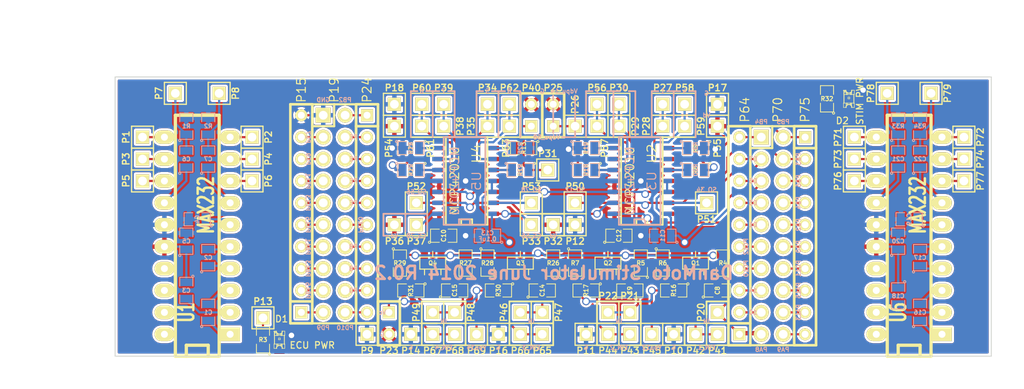
<source format=kicad_pcb>
(kicad_pcb (version 3) (host pcbnew "(2013-07-07 BZR 4022)-stable")
  (layers (15 F.Cu mixed) (0 B.Cu mixed) (18 B.Paste user) (19 F.Paste user) (20 B.SilkS user hide) (21 F.SilkS user hide) (22 B.Mask user) (23 F.Mask user) (28 Edge.Cuts user))
  (net 0 "")
  (net 1 /CS_12)
  (net 2 /CS_34)
  (net 3 /CS_56)
  (net 4 /CS_78)
  (net 5 /EIN_1)
  (net 6 /EIN_2)
  (net 7 /EIN_3)
  (net 8 /EIN_4)
  (net 9 /IN_1)
  (net 10 /IN_2)
  (net 11 /IN_3)
  (net 12 /IN_4)
  (net 13 /MISO)
  (net 14 /MOSI)
  (net 15 /OUT1)
  (net 16 /OUT2)
  (net 17 /OUT3)
  (net 18 /OUT4)
  (net 19 /OUT5)
  (net 20 /OUT6)
  (net 21 /OUT7)
  (net 22 /OUT8)
  (net 23 /SCK)
  (net 24 /Vc)
  (net 25 /Vd)
  (net 26 /Vdpu_14)
  (net 27 /Vdpu_58)
  (net 28 /Vipu12)
  (net 29 /Vipu34)
  (net 30 GND)
  (net 31 N-000001)
  (net 32 N-0000010)
  (net 33 N-00000101)
  (net 34 N-00000102)
  (net 35 N-00000107)
  (net 36 N-00000109)
  (net 37 N-0000011)
  (net 38 N-00000111)
  (net 39 N-00000112)
  (net 40 N-0000012)
  (net 41 N-0000013)
  (net 42 N-0000014)
  (net 43 N-0000015)
  (net 44 N-0000016)
  (net 45 N-0000017)
  (net 46 N-0000018)
  (net 47 N-0000019)
  (net 48 N-000002)
  (net 49 N-0000020)
  (net 50 N-0000021)
  (net 51 N-0000022)
  (net 52 N-0000023)
  (net 53 N-0000024)
  (net 54 N-0000027)
  (net 55 N-0000028)
  (net 56 N-0000029)
  (net 57 N-000003)
  (net 58 N-0000030)
  (net 59 N-0000031)
  (net 60 N-0000032)
  (net 61 N-0000033)
  (net 62 N-0000034)
  (net 63 N-0000035)
  (net 64 N-0000037)
  (net 65 N-0000038)
  (net 66 N-0000039)
  (net 67 N-000004)
  (net 68 N-0000040)
  (net 69 N-0000041)
  (net 70 N-0000042)
  (net 71 N-0000043)
  (net 72 N-0000044)
  (net 73 N-0000045)
  (net 74 N-0000046)
  (net 75 N-0000047)
  (net 76 N-0000048)
  (net 77 N-0000049)
  (net 78 N-000005)
  (net 79 N-0000050)
  (net 80 N-0000051)
  (net 81 N-0000052)
  (net 82 N-0000053)
  (net 83 N-0000054)
  (net 84 N-0000055)
  (net 85 N-0000056)
  (net 86 N-0000057)
  (net 87 N-0000058)
  (net 88 N-0000059)
  (net 89 N-000006)
  (net 90 N-0000060)
  (net 91 N-0000061)
  (net 92 N-0000062)
  (net 93 N-0000063)
  (net 94 N-0000064)
  (net 95 N-0000065)
  (net 96 N-0000066)
  (net 97 N-0000067)
  (net 98 N-0000068)
  (net 99 N-000007)
  (net 100 N-0000070)
  (net 101 N-0000071)
  (net 102 N-0000072)
  (net 103 N-0000073)
  (net 104 N-0000074)
  (net 105 N-0000075)
  (net 106 N-0000076)
  (net 107 N-0000077)
  (net 108 N-0000078)
  (net 109 N-0000079)
  (net 110 N-000008)
  (net 111 N-0000080)
  (net 112 N-0000081)
  (net 113 N-0000082)
  (net 114 N-0000083)
  (net 115 N-0000084)
  (net 116 N-0000089)
  (net 117 N-000009)
  (net 118 N-0000091)
  (net 119 N-0000093)
  (net 120 N-0000095)
  (net 121 N-0000097)
  (net 122 N-0000099)
  (module Pin_Headers:Pin_Header_Straight_2x10 (layer F.Cu) (at 125.73 73.66 270)
    (fp_text reference P19 (at -14.351 0 270) (layer F.SilkS) (effects (font (size 1.016 1.016) (thickness 0.127))))
    (fp_text value CONN_10X2 hide)
    (pad 1 thru_hole rect (at -11.43 1.27 270) (size 1.7272 1.7272) (drill 1.016) (layers *.Cu *.Mask F.SilkS) (net 30 GND))
    (pad 2 thru_hole oval (at -11.43 -1.27 270) (size 1.7272 1.7272) (drill 1.016) (layers *.Cu *.Mask F.SilkS) (net 99 N-000007))
    (pad 3 thru_hole oval (at -8.89 1.27 270) (size 1.7272 1.7272) (drill 1.016) (layers *.Cu *.Mask F.SilkS) (net 53 N-0000024))
    (pad 4 thru_hole oval (at -8.89 -1.27 270) (size 1.7272 1.7272) (drill 1.016) (layers *.Cu *.Mask F.SilkS) (net 110 N-000008))
    (pad 5 thru_hole oval (at -6.35 1.27 270) (size 1.7272 1.7272) (drill 1.016) (layers *.Cu *.Mask F.SilkS) (net 52 N-0000023))
    (pad 6 thru_hole oval (at -6.35 -1.27 270) (size 1.7272 1.7272) (drill 1.016) (layers *.Cu *.Mask F.SilkS) (net 117 N-000009))
    (pad 7 thru_hole oval (at -3.81 1.27 270) (size 1.7272 1.7272) (drill 1.016) (layers *.Cu *.Mask F.SilkS) (net 51 N-0000022))
    (pad 8 thru_hole oval (at -3.81 -1.27 270) (size 1.7272 1.7272) (drill 1.016) (layers *.Cu *.Mask F.SilkS) (net 32 N-0000010))
    (pad 9 thru_hole oval (at -1.27 1.27 270) (size 1.7272 1.7272) (drill 1.016) (layers *.Cu *.Mask F.SilkS) (net 50 N-0000021))
    (pad 10 thru_hole oval (at -1.27 -1.27 270) (size 1.7272 1.7272) (drill 1.016) (layers *.Cu *.Mask F.SilkS) (net 37 N-0000011))
    (pad 11 thru_hole oval (at 1.27 1.27 270) (size 1.7272 1.7272) (drill 1.016) (layers *.Cu *.Mask F.SilkS) (net 49 N-0000020))
    (pad 12 thru_hole oval (at 1.27 -1.27 270) (size 1.7272 1.7272) (drill 1.016) (layers *.Cu *.Mask F.SilkS) (net 40 N-0000012))
    (pad 13 thru_hole oval (at 3.81 1.27 270) (size 1.7272 1.7272) (drill 1.016) (layers *.Cu *.Mask F.SilkS) (net 47 N-0000019))
    (pad 14 thru_hole oval (at 3.81 -1.27 270) (size 1.7272 1.7272) (drill 1.016) (layers *.Cu *.Mask F.SilkS) (net 41 N-0000013))
    (pad 15 thru_hole oval (at 6.35 1.27 270) (size 1.7272 1.7272) (drill 1.016) (layers *.Cu *.Mask F.SilkS) (net 46 N-0000018))
    (pad 16 thru_hole oval (at 6.35 -1.27 270) (size 1.7272 1.7272) (drill 1.016) (layers *.Cu *.Mask F.SilkS) (net 42 N-0000014))
    (pad 17 thru_hole oval (at 8.89 1.27 270) (size 1.7272 1.7272) (drill 1.016) (layers *.Cu *.Mask F.SilkS) (net 45 N-0000017))
    (pad 18 thru_hole oval (at 8.89 -1.27 270) (size 1.7272 1.7272) (drill 1.016) (layers *.Cu *.Mask F.SilkS) (net 43 N-0000015))
    (pad 19 thru_hole oval (at 11.43 1.27 270) (size 1.7272 1.7272) (drill 1.016) (layers *.Cu *.Mask F.SilkS) (net 44 N-0000016))
    (pad 20 thru_hole oval (at 11.43 -1.27 270) (size 1.7272 1.7272) (drill 1.016) (layers *.Cu *.Mask F.SilkS) (net 89 N-000006))
  )
  (module Pin_Headers:Pin_Header_Straight_2x10 (layer F.Cu) (at 176.53 76.2 270)
    (fp_text reference P70 (at -14.605 -0.635 270) (layer F.SilkS) (effects (font (size 1.016 1.016) (thickness 0.127))))
    (fp_text value CONN_10X2 hide)
    (pad 1 thru_hole rect (at -11.43 1.27 270) (size 1.7272 1.7272) (drill 1.016) (layers *.Cu *.Mask F.SilkS) (net 13 /MISO))
    (pad 2 thru_hole oval (at -11.43 -1.27 270) (size 1.7272 1.7272) (drill 1.016) (layers *.Cu *.Mask F.SilkS) (net 14 /MOSI))
    (pad 3 thru_hole oval (at -8.89 1.27 270) (size 1.7272 1.7272) (drill 1.016) (layers *.Cu *.Mask F.SilkS) (net 1 /CS_12))
    (pad 4 thru_hole oval (at -8.89 -1.27 270) (size 1.7272 1.7272) (drill 1.016) (layers *.Cu *.Mask F.SilkS) (net 23 /SCK))
    (pad 5 thru_hole oval (at -6.35 1.27 270) (size 1.7272 1.7272) (drill 1.016) (layers *.Cu *.Mask F.SilkS) (net 2 /CS_34))
    (pad 6 thru_hole oval (at -6.35 -1.27 270) (size 1.7272 1.7272) (drill 1.016) (layers *.Cu *.Mask F.SilkS) (net 100 N-0000070))
    (pad 7 thru_hole oval (at -3.81 1.27 270) (size 1.7272 1.7272) (drill 1.016) (layers *.Cu *.Mask F.SilkS) (net 97 N-0000067))
    (pad 8 thru_hole oval (at -3.81 -1.27 270) (size 1.7272 1.7272) (drill 1.016) (layers *.Cu *.Mask F.SilkS) (net 101 N-0000071))
    (pad 9 thru_hole oval (at -1.27 1.27 270) (size 1.7272 1.7272) (drill 1.016) (layers *.Cu *.Mask F.SilkS) (net 96 N-0000066))
    (pad 10 thru_hole oval (at -1.27 -1.27 270) (size 1.7272 1.7272) (drill 1.016) (layers *.Cu *.Mask F.SilkS) (net 102 N-0000072))
    (pad 11 thru_hole oval (at 1.27 1.27 270) (size 1.7272 1.7272) (drill 1.016) (layers *.Cu *.Mask F.SilkS) (net 95 N-0000065))
    (pad 12 thru_hole oval (at 1.27 -1.27 270) (size 1.7272 1.7272) (drill 1.016) (layers *.Cu *.Mask F.SilkS) (net 98 N-0000068))
    (pad 13 thru_hole oval (at 3.81 1.27 270) (size 1.7272 1.7272) (drill 1.016) (layers *.Cu *.Mask F.SilkS) (net 94 N-0000064))
    (pad 14 thru_hole oval (at 3.81 -1.27 270) (size 1.7272 1.7272) (drill 1.016) (layers *.Cu *.Mask F.SilkS) (net 87 N-0000058))
    (pad 15 thru_hole oval (at 6.35 1.27 270) (size 1.7272 1.7272) (drill 1.016) (layers *.Cu *.Mask F.SilkS) (net 93 N-0000063))
    (pad 16 thru_hole oval (at 6.35 -1.27 270) (size 1.7272 1.7272) (drill 1.016) (layers *.Cu *.Mask F.SilkS) (net 88 N-0000059))
    (pad 17 thru_hole oval (at 8.89 1.27 270) (size 1.7272 1.7272) (drill 1.016) (layers *.Cu *.Mask F.SilkS) (net 92 N-0000062))
    (pad 18 thru_hole oval (at 8.89 -1.27 270) (size 1.7272 1.7272) (drill 1.016) (layers *.Cu *.Mask F.SilkS) (net 90 N-0000060))
    (pad 19 thru_hole oval (at 11.43 1.27 270) (size 1.7272 1.7272) (drill 1.016) (layers *.Cu *.Mask F.SilkS) (net 9 /IN_1))
    (pad 20 thru_hole oval (at 11.43 -1.27 270) (size 1.7272 1.7272) (drill 1.016) (layers *.Cu *.Mask F.SilkS) (net 91 N-0000061))
  )
  (module SIL-10 (layer F.Cu) (at 129.54 73.66 270)
    (fp_text reference P24 (at -14.351 0 270) (layer F.SilkS) (effects (font (size 1.016 1.016) (thickness 0.127))))
    (fp_text value CONN_10 hide)
    (pad 1 thru_hole rect (at -11.43 0 270) (size 1.397 1.397) (drill 0.8128) (layers *.Cu *.Mask F.SilkS) (net 99 N-000007))
    (pad 2 thru_hole circle (at -8.89 0 270) (size 1.397 1.397) (drill 0.8128) (layers *.Cu *.Mask F.SilkS) (net 110 N-000008))
    (pad 3 thru_hole circle (at -6.35 0 270) (size 1.397 1.397) (drill 0.8128) (layers *.Cu *.Mask F.SilkS) (net 117 N-000009))
    (pad 4 thru_hole circle (at -3.81 0 270) (size 1.397 1.397) (drill 0.8128) (layers *.Cu *.Mask F.SilkS) (net 32 N-0000010))
    (pad 5 thru_hole circle (at -1.27 0 270) (size 1.397 1.397) (drill 0.8128) (layers *.Cu *.Mask F.SilkS) (net 37 N-0000011))
    (pad 6 thru_hole circle (at 1.27 0 270) (size 1.397 1.397) (drill 0.8128) (layers *.Cu *.Mask F.SilkS) (net 40 N-0000012))
    (pad 7 thru_hole circle (at 3.81 0 270) (size 1.397 1.397) (drill 0.8128) (layers *.Cu *.Mask F.SilkS) (net 41 N-0000013))
    (pad 8 thru_hole circle (at 6.35 0 270) (size 1.397 1.397) (drill 0.8128) (layers *.Cu *.Mask F.SilkS) (net 42 N-0000014))
    (pad 9 thru_hole circle (at 8.89 0 270) (size 1.397 1.397) (drill 0.8128) (layers *.Cu *.Mask F.SilkS) (net 43 N-0000015))
    (pad 10 thru_hole circle (at 11.43 0 270) (size 1.397 1.397) (drill 0.8128) (layers *.Cu *.Mask F.SilkS) (net 89 N-000006))
  )
  (module SIL-10 (layer F.Cu) (at 121.92 73.66 90)
    (fp_text reference P15 (at 14.351 0 90) (layer F.SilkS) (effects (font (size 1.016 1.016) (thickness 0.127))))
    (fp_text value CONN_10 hide)
    (pad 1 thru_hole rect (at -11.43 0 90) (size 1.397 1.397) (drill 0.8128) (layers *.Cu *.Mask F.SilkS) (net 44 N-0000016))
    (pad 2 thru_hole circle (at -8.89 0 90) (size 1.397 1.397) (drill 0.8128) (layers *.Cu *.Mask F.SilkS) (net 45 N-0000017))
    (pad 3 thru_hole circle (at -6.35 0 90) (size 1.397 1.397) (drill 0.8128) (layers *.Cu *.Mask F.SilkS) (net 46 N-0000018))
    (pad 4 thru_hole circle (at -3.81 0 90) (size 1.397 1.397) (drill 0.8128) (layers *.Cu *.Mask F.SilkS) (net 47 N-0000019))
    (pad 5 thru_hole circle (at -1.27 0 90) (size 1.397 1.397) (drill 0.8128) (layers *.Cu *.Mask F.SilkS) (net 49 N-0000020))
    (pad 6 thru_hole circle (at 1.27 0 90) (size 1.397 1.397) (drill 0.8128) (layers *.Cu *.Mask F.SilkS) (net 50 N-0000021))
    (pad 7 thru_hole circle (at 3.81 0 90) (size 1.397 1.397) (drill 0.8128) (layers *.Cu *.Mask F.SilkS) (net 51 N-0000022))
    (pad 8 thru_hole circle (at 6.35 0 90) (size 1.397 1.397) (drill 0.8128) (layers *.Cu *.Mask F.SilkS) (net 52 N-0000023))
    (pad 9 thru_hole circle (at 8.89 0 90) (size 1.397 1.397) (drill 0.8128) (layers *.Cu *.Mask F.SilkS) (net 53 N-0000024))
    (pad 10 thru_hole circle (at 11.43 0 90) (size 1.397 1.397) (drill 0.8128) (layers *.Cu *.Mask F.SilkS) (net 30 GND))
  )
  (module SIL-10 (layer F.Cu) (at 180.34 76.2 270)
    (fp_text reference P75 (at -14.605 0 270) (layer F.SilkS) (effects (font (size 1.016 1.016) (thickness 0.127))))
    (fp_text value CONN_10 hide)
    (pad 1 thru_hole rect (at -11.43 0 270) (size 1.397 1.397) (drill 0.8128) (layers *.Cu *.Mask F.SilkS) (net 14 /MOSI))
    (pad 2 thru_hole circle (at -8.89 0 270) (size 1.397 1.397) (drill 0.8128) (layers *.Cu *.Mask F.SilkS) (net 23 /SCK))
    (pad 3 thru_hole circle (at -6.35 0 270) (size 1.397 1.397) (drill 0.8128) (layers *.Cu *.Mask F.SilkS) (net 100 N-0000070))
    (pad 4 thru_hole circle (at -3.81 0 270) (size 1.397 1.397) (drill 0.8128) (layers *.Cu *.Mask F.SilkS) (net 101 N-0000071))
    (pad 5 thru_hole circle (at -1.27 0 270) (size 1.397 1.397) (drill 0.8128) (layers *.Cu *.Mask F.SilkS) (net 102 N-0000072))
    (pad 6 thru_hole circle (at 1.27 0 270) (size 1.397 1.397) (drill 0.8128) (layers *.Cu *.Mask F.SilkS) (net 98 N-0000068))
    (pad 7 thru_hole circle (at 3.81 0 270) (size 1.397 1.397) (drill 0.8128) (layers *.Cu *.Mask F.SilkS) (net 87 N-0000058))
    (pad 8 thru_hole circle (at 6.35 0 270) (size 1.397 1.397) (drill 0.8128) (layers *.Cu *.Mask F.SilkS) (net 88 N-0000059))
    (pad 9 thru_hole circle (at 8.89 0 270) (size 1.397 1.397) (drill 0.8128) (layers *.Cu *.Mask F.SilkS) (net 90 N-0000060))
    (pad 10 thru_hole circle (at 11.43 0 270) (size 1.397 1.397) (drill 0.8128) (layers *.Cu *.Mask F.SilkS) (net 91 N-0000061))
  )
  (module SIL-10 (layer F.Cu) (at 172.72 76.2 90)
    (fp_text reference P64 (at 14.605 0.635 90) (layer F.SilkS) (effects (font (size 1.016 1.016) (thickness 0.127))))
    (fp_text value CONN_10 hide)
    (pad 1 thru_hole rect (at -11.43 0 90) (size 1.397 1.397) (drill 0.8128) (layers *.Cu *.Mask F.SilkS) (net 9 /IN_1))
    (pad 2 thru_hole circle (at -8.89 0 90) (size 1.397 1.397) (drill 0.8128) (layers *.Cu *.Mask F.SilkS) (net 92 N-0000062))
    (pad 3 thru_hole circle (at -6.35 0 90) (size 1.397 1.397) (drill 0.8128) (layers *.Cu *.Mask F.SilkS) (net 93 N-0000063))
    (pad 4 thru_hole circle (at -3.81 0 90) (size 1.397 1.397) (drill 0.8128) (layers *.Cu *.Mask F.SilkS) (net 94 N-0000064))
    (pad 5 thru_hole circle (at -1.27 0 90) (size 1.397 1.397) (drill 0.8128) (layers *.Cu *.Mask F.SilkS) (net 95 N-0000065))
    (pad 6 thru_hole circle (at 1.27 0 90) (size 1.397 1.397) (drill 0.8128) (layers *.Cu *.Mask F.SilkS) (net 96 N-0000066))
    (pad 7 thru_hole circle (at 3.81 0 90) (size 1.397 1.397) (drill 0.8128) (layers *.Cu *.Mask F.SilkS) (net 97 N-0000067))
    (pad 8 thru_hole circle (at 6.35 0 90) (size 1.397 1.397) (drill 0.8128) (layers *.Cu *.Mask F.SilkS) (net 2 /CS_34))
    (pad 9 thru_hole circle (at 8.89 0 90) (size 1.397 1.397) (drill 0.8128) (layers *.Cu *.Mask F.SilkS) (net 1 /CS_12))
    (pad 10 thru_hole circle (at 11.43 0 90) (size 1.397 1.397) (drill 0.8128) (layers *.Cu *.Mask F.SilkS) (net 13 /MISO))
  )
  (module SIL-2 (layer F.Cu) (at 148.59 62.23 90)
    (fp_text reference P40 (at 3.175 0 180) (layer F.SilkS) (effects (font (size 0.762 0.762) (thickness 0.1524))))
    (fp_text value TEST hide)
    (pad 1 thru_hole rect (at -1.27 0 90) (size 1.397 1.397) (drill 0.8128) (layers *.Cu *.Mask F.SilkS) (net 27 /Vdpu_58))
    (pad 2 thru_hole circle (at 1.27 0 90) (size 1.397 1.397) (drill 0.8128) (layers *.Cu *.Mask F.SilkS) (net 25 /Vd))
  )
  (module LED-0805 (layer F.Cu) (at 185.42 60.325 90)
    (fp_text reference D2 (at -2.54 -0.762 180) (layer F.SilkS) (effects (font (size 0.762 0.762) (thickness 0.127))))
    (fp_text value "STIM PWR" (at -0.254 1.27 90) (layer F.SilkS) (effects (font (size 0.762 0.762) (thickness 0.127))))
    (pad 1 smd rect (at -1.04902 0 90) (size 1.19888 1.19888) (layers F.Cu F.Paste F.Mask) (net 63 N-0000035))
    (pad 2 smd rect (at 1.04902 0 90) (size 1.19888 1.19888) (layers F.Cu F.Paste F.Mask) (net 30 GND))
  )
  (module LED-0805 (layer F.Cu) (at 119.38 88.265 90)
    (fp_text reference D1 (at 2.413 0.254 180) (layer F.SilkS) (effects (font (size 0.762 0.762) (thickness 0.127))))
    (fp_text value "ECU PWR" (at -0.635 3.81 180) (layer F.SilkS) (effects (font (size 0.762 0.762) (thickness 0.127))))
    (pad 1 smd rect (at -1.04902 0 90) (size 1.19888 1.19888) (layers F.Cu F.Paste F.Mask) (net 83 N-0000054))
    (pad 2 smd rect (at 1.04902 0 90) (size 1.19888 1.19888) (layers F.Cu F.Paste F.Mask) (net 30 GND))
  )
  (module SIL-2 (layer F.Cu) (at 132.08 86.36 270)
    (fp_text reference P23 (at 3.175 0 360) (layer F.SilkS) (effects (font (size 0.762 0.762) (thickness 0.1524))))
    (fp_text value TEST hide)
    (pad 1 thru_hole rect (at -1.27 0 270) (size 1.397 1.397) (drill 0.8128) (layers *.Cu *.Mask F.SilkS) (net 24 /Vc))
    (pad 2 thru_hole circle (at 1.27 0 270) (size 1.397 1.397) (drill 0.8128) (layers *.Cu *.Mask F.SilkS) (net 25 /Vd))
  )
  (module SIL-2 (layer F.Cu) (at 151.13 62.23 90)
    (fp_text reference P25 (at 3.175 0 180) (layer F.SilkS) (effects (font (size 0.762 0.762) (thickness 0.1524))))
    (fp_text value TEST hide)
    (pad 1 thru_hole rect (at -1.27 0 90) (size 1.397 1.397) (drill 0.8128) (layers *.Cu *.Mask F.SilkS) (net 26 /Vdpu_14))
    (pad 2 thru_hole circle (at 1.27 0 90) (size 1.397 1.397) (drill 0.8128) (layers *.Cu *.Mask F.SilkS) (net 25 /Vd))
  )
  (module SM0805 (layer B.Cu) (at 191.135 83.185 270)
    (fp_text reference C18 (at 0 0 540) (layer B.SilkS) (effects (font (size 0.50038 0.50038) (thickness 0.10922)) (justify mirror)))
    (fp_text value 1uF hide)
    (pad 1 smd rect (at -0.9525 0 270) (size 0.889 1.397) (layers B.Cu B.Paste B.Mask) (net 25 /Vd))
    (pad 2 smd rect (at 0.9525 0 270) (size 0.889 1.397) (layers B.Cu B.Paste B.Mask) (net 66 N-0000039))
  )
  (module SM0805 (layer B.Cu) (at 192.405 74.295 180)
    (fp_text reference C19 (at 0 0 450) (layer B.SilkS) (effects (font (size 0.50038 0.50038) (thickness 0.10922)) (justify mirror)))
    (fp_text value 1uF hide)
    (pad 1 smd rect (at -0.9525 0 180) (size 0.889 1.397) (layers B.Cu B.Paste B.Mask) (net 62 N-0000034))
    (pad 2 smd rect (at 0.9525 0 180) (size 0.889 1.397) (layers B.Cu B.Paste B.Mask) (net 30 GND))
  )
  (module SM0805 (layer F.Cu) (at 182.88 60.325 90)
    (fp_text reference R32 (at 0 0 180) (layer F.SilkS) (effects (font (size 0.50038 0.50038) (thickness 0.10922))))
    (fp_text value 700R hide)
    (pad 1 smd rect (at -0.9525 0 90) (size 0.889 1.397) (layers F.Cu F.Paste F.Mask) (net 63 N-0000035))
    (pad 2 smd rect (at 0.9525 0 90) (size 0.889 1.397) (layers F.Cu F.Paste F.Mask) (net 25 /Vd))
  )
  (module SM0805 (layer B.Cu) (at 191.135 67.31 90)
    (fp_text reference C21 (at 0 0 360) (layer B.SilkS) (effects (font (size 0.50038 0.50038) (thickness 0.10922)) (justify mirror)))
    (fp_text value 1uF hide)
    (pad 1 smd rect (at -0.9525 0 90) (size 0.889 1.397) (layers B.Cu B.Paste B.Mask) (net 86 N-0000057))
    (pad 2 smd rect (at 0.9525 0 90) (size 0.889 1.397) (layers B.Cu B.Paste B.Mask) (net 84 N-0000055))
  )
  (module SM0805 (layer B.Cu) (at 191.135 63.5 90)
    (fp_text reference R33 (at 0 0 360) (layer B.SilkS) (effects (font (size 0.50038 0.50038) (thickness 0.10922)) (justify mirror)))
    (fp_text value 10k hide)
    (pad 1 smd rect (at -0.9525 0 90) (size 0.889 1.397) (layers B.Cu B.Paste B.Mask) (net 84 N-0000055))
    (pad 2 smd rect (at 0.9525 0 90) (size 0.889 1.397) (layers B.Cu B.Paste B.Mask) (net 30 GND))
  )
  (module SM0805 (layer B.Cu) (at 193.675 67.31 90)
    (fp_text reference C22 (at 0 0 360) (layer B.SilkS) (effects (font (size 0.50038 0.50038) (thickness 0.10922)) (justify mirror)))
    (fp_text value 1uF hide)
    (pad 1 smd rect (at -0.9525 0 90) (size 0.889 1.397) (layers B.Cu B.Paste B.Mask) (net 71 N-0000043))
    (pad 2 smd rect (at 0.9525 0 90) (size 0.889 1.397) (layers B.Cu B.Paste B.Mask) (net 85 N-0000056))
  )
  (module SM0805 (layer B.Cu) (at 193.675 63.5 90)
    (fp_text reference R34 (at 0 0 360) (layer B.SilkS) (effects (font (size 0.50038 0.50038) (thickness 0.10922)) (justify mirror)))
    (fp_text value 10k hide)
    (pad 1 smd rect (at -0.9525 0 90) (size 0.889 1.397) (layers B.Cu B.Paste B.Mask) (net 85 N-0000056))
    (pad 2 smd rect (at 0.9525 0 90) (size 0.889 1.397) (layers B.Cu B.Paste B.Mask) (net 30 GND))
  )
  (module SM0805 (layer B.Cu) (at 193.675 78.74 90)
    (fp_text reference C17 (at 0 0 360) (layer B.SilkS) (effects (font (size 0.50038 0.50038) (thickness 0.10922)) (justify mirror)))
    (fp_text value 1uF hide)
    (pad 1 smd rect (at -0.9525 0 90) (size 0.889 1.397) (layers B.Cu B.Paste B.Mask) (net 69 N-0000041))
    (pad 2 smd rect (at 0.9525 0 90) (size 0.889 1.397) (layers B.Cu B.Paste B.Mask) (net 70 N-0000042))
  )
  (module SM0805 (layer B.Cu) (at 193.675 85.09 90)
    (fp_text reference C16 (at 0 0 360) (layer B.SilkS) (effects (font (size 0.50038 0.50038) (thickness 0.10922)) (justify mirror)))
    (fp_text value 1uF hide)
    (pad 1 smd rect (at -0.9525 0 90) (size 0.889 1.397) (layers B.Cu B.Paste B.Mask) (net 65 N-0000038))
    (pad 2 smd rect (at 0.9525 0 90) (size 0.889 1.397) (layers B.Cu B.Paste B.Mask) (net 68 N-0000040))
  )
  (module SM0805 (layer B.Cu) (at 191.135 76.835 90)
    (fp_text reference C20 (at 0 0 360) (layer B.SilkS) (effects (font (size 0.50038 0.50038) (thickness 0.10922)) (justify mirror)))
    (fp_text value 1uF hide)
    (pad 1 smd rect (at -0.9525 0 90) (size 0.889 1.397) (layers B.Cu B.Paste B.Mask) (net 25 /Vd))
    (pad 2 smd rect (at 0.9525 0 90) (size 0.889 1.397) (layers B.Cu B.Paste B.Mask) (net 30 GND))
  )
  (module SM0805 (layer F.Cu) (at 117.475 88.265 90)
    (fp_text reference R3 (at 0 0 180) (layer F.SilkS) (effects (font (size 0.50038 0.50038) (thickness 0.10922))))
    (fp_text value 700R hide)
    (pad 1 smd rect (at -0.9525 0 90) (size 0.889 1.397) (layers F.Cu F.Paste F.Mask) (net 83 N-0000054))
    (pad 2 smd rect (at 0.9525 0 90) (size 0.889 1.397) (layers F.Cu F.Paste F.Mask) (net 64 N-0000037))
  )
  (module SM0805 (layer B.Cu) (at 111.125 63.5 90)
    (fp_text reference R2 (at 0 0 360) (layer B.SilkS) (effects (font (size 0.50038 0.50038) (thickness 0.10922)) (justify mirror)))
    (fp_text value 10k hide)
    (pad 1 smd rect (at -0.9525 0 90) (size 0.889 1.397) (layers B.Cu B.Paste B.Mask) (net 81 N-0000052))
    (pad 2 smd rect (at 0.9525 0 90) (size 0.889 1.397) (layers B.Cu B.Paste B.Mask) (net 30 GND))
  )
  (module SM0805 (layer B.Cu) (at 111.125 67.31 90)
    (fp_text reference C7 (at 0 0 360) (layer B.SilkS) (effects (font (size 0.50038 0.50038) (thickness 0.10922)) (justify mirror)))
    (fp_text value 1uF hide)
    (pad 1 smd rect (at -0.9525 0 90) (size 0.889 1.397) (layers B.Cu B.Paste B.Mask) (net 80 N-0000051))
    (pad 2 smd rect (at 0.9525 0 90) (size 0.889 1.397) (layers B.Cu B.Paste B.Mask) (net 81 N-0000052))
  )
  (module SM0805 (layer B.Cu) (at 108.585 63.5 90)
    (fp_text reference R1 (at 0 0 360) (layer B.SilkS) (effects (font (size 0.50038 0.50038) (thickness 0.10922)) (justify mirror)))
    (fp_text value 10k hide)
    (pad 1 smd rect (at -0.9525 0 90) (size 0.889 1.397) (layers B.Cu B.Paste B.Mask) (net 79 N-0000050))
    (pad 2 smd rect (at 0.9525 0 90) (size 0.889 1.397) (layers B.Cu B.Paste B.Mask) (net 30 GND))
  )
  (module SM0805 (layer B.Cu) (at 108.585 67.31 90)
    (fp_text reference C6 (at 0 0 360) (layer B.SilkS) (effects (font (size 0.50038 0.50038) (thickness 0.10922)) (justify mirror)))
    (fp_text value 1uF hide)
    (pad 1 smd rect (at -0.9525 0 90) (size 0.889 1.397) (layers B.Cu B.Paste B.Mask) (net 82 N-0000053))
    (pad 2 smd rect (at 0.9525 0 90) (size 0.889 1.397) (layers B.Cu B.Paste B.Mask) (net 79 N-0000050))
  )
  (module SM0805 (layer B.Cu) (at 109.855 74.295 180)
    (fp_text reference C4 (at 0 0 450) (layer B.SilkS) (effects (font (size 0.50038 0.50038) (thickness 0.10922)) (justify mirror)))
    (fp_text value 1uF hide)
    (pad 1 smd rect (at -0.9525 0 180) (size 0.889 1.397) (layers B.Cu B.Paste B.Mask) (net 105 N-0000075))
    (pad 2 smd rect (at 0.9525 0 180) (size 0.889 1.397) (layers B.Cu B.Paste B.Mask) (net 30 GND))
  )
  (module SM0805 (layer B.Cu) (at 108.585 82.55 270)
    (fp_text reference C3 (at 0 0 540) (layer B.SilkS) (effects (font (size 0.50038 0.50038) (thickness 0.10922)) (justify mirror)))
    (fp_text value 1uF hide)
    (pad 1 smd rect (at -0.9525 0 270) (size 0.889 1.397) (layers B.Cu B.Paste B.Mask) (net 25 /Vd))
    (pad 2 smd rect (at 0.9525 0 270) (size 0.889 1.397) (layers B.Cu B.Paste B.Mask) (net 104 N-0000074))
  )
  (module SM0805 (layer B.Cu) (at 111.125 78.74 90)
    (fp_text reference C2 (at 0 0 360) (layer B.SilkS) (effects (font (size 0.50038 0.50038) (thickness 0.10922)) (justify mirror)))
    (fp_text value 1uF hide)
    (pad 1 smd rect (at -0.9525 0 90) (size 0.889 1.397) (layers B.Cu B.Paste B.Mask) (net 114 N-0000083))
    (pad 2 smd rect (at 0.9525 0 90) (size 0.889 1.397) (layers B.Cu B.Paste B.Mask) (net 115 N-0000084))
  )
  (module SM0805 (layer B.Cu) (at 111.125 85.09 90)
    (fp_text reference C1 (at 0 0 360) (layer B.SilkS) (effects (font (size 0.50038 0.50038) (thickness 0.10922)) (justify mirror)))
    (fp_text value 1uF hide)
    (pad 1 smd rect (at -0.9525 0 90) (size 0.889 1.397) (layers B.Cu B.Paste B.Mask) (net 112 N-0000081))
    (pad 2 smd rect (at 0.9525 0 90) (size 0.889 1.397) (layers B.Cu B.Paste B.Mask) (net 113 N-0000082))
  )
  (module SM0805 (layer B.Cu) (at 108.585 76.835 90)
    (fp_text reference C5 (at 0 0 360) (layer B.SilkS) (effects (font (size 0.50038 0.50038) (thickness 0.10922)) (justify mirror)))
    (fp_text value 1uF hide)
    (pad 1 smd rect (at -0.9525 0 90) (size 0.889 1.397) (layers B.Cu B.Paste B.Mask) (net 25 /Vd))
    (pad 2 smd rect (at 0.9525 0 90) (size 0.889 1.397) (layers B.Cu B.Paste B.Mask) (net 30 GND))
  )
  (module DIP-20__300_ELL (layer F.Cu) (at 192.405 76.2 90)
    (fp_text reference U6 (at -8.89 -1.27 90) (layer F.SilkS) (effects (font (size 1.778 1.143) (thickness 0.3048))))
    (fp_text value MAX232 (at 3.556 1.016 90) (layer F.SilkS) (effects (font (size 1.778 1.143) (thickness 0.3048))))
    (pad 1 thru_hole rect (at -11.43 3.81 90) (size 1.5748 2.286) (drill 0.8128) (layers *.Cu *.Mask F.SilkS) (net 65 N-0000038))
    (pad 2 thru_hole oval (at -8.89 3.81 90) (size 1.5748 2.286) (drill 0.8128) (layers *.Cu *.Mask F.SilkS) (net 66 N-0000039))
    (pad 3 thru_hole oval (at -6.35 3.81 90) (size 1.5748 2.286) (drill 0.8128) (layers *.Cu *.Mask F.SilkS) (net 68 N-0000040))
    (pad 4 thru_hole oval (at -3.81 3.81 90) (size 1.5748 2.286) (drill 0.8128) (layers *.Cu *.Mask F.SilkS) (net 69 N-0000041))
    (pad 5 thru_hole oval (at -1.27 3.81 90) (size 1.5748 2.286) (drill 0.8128) (layers *.Cu *.Mask F.SilkS) (net 70 N-0000042))
    (pad 6 thru_hole oval (at 1.27 3.81 90) (size 1.5748 2.286) (drill 0.8128) (layers *.Cu *.Mask F.SilkS) (net 62 N-0000034))
    (pad 7 thru_hole oval (at 3.81 3.81 90) (size 1.5748 2.286) (drill 0.8128) (layers *.Cu *.Mask F.SilkS) (net 71 N-0000043))
    (pad 8 thru_hole oval (at 6.35 3.81 90) (size 1.5748 2.286) (drill 0.8128) (layers *.Cu *.Mask F.SilkS) (net 72 N-0000044))
    (pad 9 thru_hole oval (at 8.89 3.81 90) (size 1.5748 2.286) (drill 0.8128) (layers *.Cu *.Mask F.SilkS) (net 73 N-0000045))
    (pad 10 thru_hole oval (at 11.43 3.81 90) (size 1.5748 2.286) (drill 0.8128) (layers *.Cu *.Mask F.SilkS) (net 74 N-0000046))
    (pad 11 thru_hole oval (at 11.43 -3.81 90) (size 1.5748 2.286) (drill 0.8128) (layers *.Cu *.Mask F.SilkS) (net 75 N-0000047))
    (pad 12 thru_hole oval (at 8.89 -3.81 90) (size 1.5748 2.286) (drill 0.8128) (layers *.Cu *.Mask F.SilkS) (net 76 N-0000048))
    (pad 13 thru_hole oval (at 6.35 -3.81 90) (size 1.5748 2.286) (drill 0.8128) (layers *.Cu *.Mask F.SilkS) (net 77 N-0000049))
    (pad 14 thru_hole oval (at 3.81 -3.81 90) (size 1.5748 2.286) (drill 0.8128) (layers *.Cu *.Mask F.SilkS) (net 86 N-0000057))
    (pad 15 thru_hole oval (at 1.27 -3.81 90) (size 1.5748 2.286) (drill 0.8128) (layers *.Cu *.Mask F.SilkS) (net 30 GND))
    (pad 16 thru_hole oval (at -1.27 -3.81 90) (size 1.5748 2.286) (drill 0.8128) (layers *.Cu *.Mask F.SilkS) (net 25 /Vd))
    (pad 17 thru_hole oval (at -3.81 -3.81 90) (size 1.5748 2.286) (drill 0.8128) (layers *.Cu *.Mask F.SilkS))
    (pad 18 thru_hole oval (at -6.35 -3.81 90) (size 1.5748 2.286) (drill 0.8128) (layers *.Cu *.Mask F.SilkS))
    (pad 19 thru_hole oval (at -8.89 -3.81 90) (size 1.5748 2.286) (drill 0.8128) (layers *.Cu *.Mask F.SilkS))
    (pad 20 thru_hole oval (at -11.43 -3.81 90) (size 1.5748 2.286) (drill 0.8128) (layers *.Cu *.Mask F.SilkS))
  )
  (module DIP-20__300_ELL (layer F.Cu) (at 109.855 76.2 90)
    (fp_text reference U1 (at -8.89 -1.27 90) (layer F.SilkS) (effects (font (size 1.778 1.143) (thickness 0.3048))))
    (fp_text value MAX232 (at 3.556 1.016 90) (layer F.SilkS) (effects (font (size 1.778 1.143) (thickness 0.3048))))
    (pad 1 thru_hole rect (at -11.43 3.81 90) (size 1.5748 2.286) (drill 0.8128) (layers *.Cu *.Mask F.SilkS) (net 112 N-0000081))
    (pad 2 thru_hole oval (at -8.89 3.81 90) (size 1.5748 2.286) (drill 0.8128) (layers *.Cu *.Mask F.SilkS) (net 104 N-0000074))
    (pad 3 thru_hole oval (at -6.35 3.81 90) (size 1.5748 2.286) (drill 0.8128) (layers *.Cu *.Mask F.SilkS) (net 113 N-0000082))
    (pad 4 thru_hole oval (at -3.81 3.81 90) (size 1.5748 2.286) (drill 0.8128) (layers *.Cu *.Mask F.SilkS) (net 114 N-0000083))
    (pad 5 thru_hole oval (at -1.27 3.81 90) (size 1.5748 2.286) (drill 0.8128) (layers *.Cu *.Mask F.SilkS) (net 115 N-0000084))
    (pad 6 thru_hole oval (at 1.27 3.81 90) (size 1.5748 2.286) (drill 0.8128) (layers *.Cu *.Mask F.SilkS) (net 105 N-0000075))
    (pad 7 thru_hole oval (at 3.81 3.81 90) (size 1.5748 2.286) (drill 0.8128) (layers *.Cu *.Mask F.SilkS) (net 80 N-0000051))
    (pad 8 thru_hole oval (at 6.35 3.81 90) (size 1.5748 2.286) (drill 0.8128) (layers *.Cu *.Mask F.SilkS) (net 109 N-0000079))
    (pad 9 thru_hole oval (at 8.89 3.81 90) (size 1.5748 2.286) (drill 0.8128) (layers *.Cu *.Mask F.SilkS) (net 108 N-0000078))
    (pad 10 thru_hole oval (at 11.43 3.81 90) (size 1.5748 2.286) (drill 0.8128) (layers *.Cu *.Mask F.SilkS) (net 106 N-0000076))
    (pad 11 thru_hole oval (at 11.43 -3.81 90) (size 1.5748 2.286) (drill 0.8128) (layers *.Cu *.Mask F.SilkS) (net 103 N-0000073))
    (pad 12 thru_hole oval (at 8.89 -3.81 90) (size 1.5748 2.286) (drill 0.8128) (layers *.Cu *.Mask F.SilkS) (net 107 N-0000077))
    (pad 13 thru_hole oval (at 6.35 -3.81 90) (size 1.5748 2.286) (drill 0.8128) (layers *.Cu *.Mask F.SilkS) (net 111 N-0000080))
    (pad 14 thru_hole oval (at 3.81 -3.81 90) (size 1.5748 2.286) (drill 0.8128) (layers *.Cu *.Mask F.SilkS) (net 82 N-0000053))
    (pad 15 thru_hole oval (at 1.27 -3.81 90) (size 1.5748 2.286) (drill 0.8128) (layers *.Cu *.Mask F.SilkS) (net 30 GND))
    (pad 16 thru_hole oval (at -1.27 -3.81 90) (size 1.5748 2.286) (drill 0.8128) (layers *.Cu *.Mask F.SilkS) (net 25 /Vd))
    (pad 17 thru_hole oval (at -3.81 -3.81 90) (size 1.5748 2.286) (drill 0.8128) (layers *.Cu *.Mask F.SilkS))
    (pad 18 thru_hole oval (at -6.35 -3.81 90) (size 1.5748 2.286) (drill 0.8128) (layers *.Cu *.Mask F.SilkS))
    (pad 19 thru_hole oval (at -8.89 -3.81 90) (size 1.5748 2.286) (drill 0.8128) (layers *.Cu *.Mask F.SilkS))
    (pad 20 thru_hole oval (at -11.43 -3.81 90) (size 1.5748 2.286) (drill 0.8128) (layers *.Cu *.Mask F.SilkS))
  )
  (module SM0805 (layer F.Cu) (at 138.43 76.2)
    (fp_text reference C10 (at 0 0 90) (layer F.SilkS) (effects (font (size 0.50038 0.50038) (thickness 0.10922))))
    (fp_text value 0.1uF hide)
    (pad 1 smd rect (at -0.9525 0) (size 0.889 1.397) (layers F.Cu F.Paste F.Mask) (net 25 /Vd))
    (pad 2 smd rect (at 0.9525 0) (size 0.889 1.397) (layers F.Cu F.Paste F.Mask) (net 30 GND))
  )
  (module SM0805 (layer B.Cu) (at 163.83 76.2 180)
    (fp_text reference C11 (at 0 0 270) (layer B.SilkS) (effects (font (size 0.50038 0.50038) (thickness 0.10922)) (justify mirror)))
    (fp_text value 0.1uF hide)
    (pad 1 smd rect (at -0.9525 0 180) (size 0.889 1.397) (layers B.Cu B.Paste B.Mask) (net 25 /Vd))
    (pad 2 smd rect (at 0.9525 0 180) (size 0.889 1.397) (layers B.Cu B.Paste B.Mask) (net 30 GND))
  )
  (module SM0805 (layer F.Cu) (at 158.75 76.2)
    (fp_text reference C12 (at 0 0 90) (layer F.SilkS) (effects (font (size 0.50038 0.50038) (thickness 0.10922))))
    (fp_text value 0.1uF hide)
    (pad 1 smd rect (at -0.9525 0) (size 0.889 1.397) (layers F.Cu F.Paste F.Mask) (net 25 /Vd))
    (pad 2 smd rect (at 0.9525 0) (size 0.889 1.397) (layers F.Cu F.Paste F.Mask) (net 30 GND))
  )
  (module SM0805 (layer F.Cu) (at 170.18 82.55)
    (fp_text reference C8 (at 0 0 90) (layer F.SilkS) (effects (font (size 0.50038 0.50038) (thickness 0.10922))))
    (fp_text value "100 pF" hide)
    (pad 1 smd rect (at -0.9525 0) (size 0.889 1.397) (layers F.Cu F.Paste F.Mask) (net 5 /EIN_1))
    (pad 2 smd rect (at 0.9525 0) (size 0.889 1.397) (layers F.Cu F.Paste F.Mask) (net 9 /IN_1))
  )
  (module SM0805 (layer F.Cu) (at 160.02 82.55)
    (fp_text reference C9 (at 0 0 90) (layer F.SilkS) (effects (font (size 0.50038 0.50038) (thickness 0.10922))))
    (fp_text value "100 pF" hide)
    (pad 1 smd rect (at -0.9525 0) (size 0.889 1.397) (layers F.Cu F.Paste F.Mask) (net 6 /EIN_2))
    (pad 2 smd rect (at 0.9525 0) (size 0.889 1.397) (layers F.Cu F.Paste F.Mask) (net 10 /IN_2))
  )
  (module SM0805 (layer F.Cu) (at 149.86 82.55)
    (fp_text reference C14 (at 0 0 90) (layer F.SilkS) (effects (font (size 0.50038 0.50038) (thickness 0.10922))))
    (fp_text value "100 pF" hide)
    (pad 1 smd rect (at -0.9525 0) (size 0.889 1.397) (layers F.Cu F.Paste F.Mask) (net 7 /EIN_3))
    (pad 2 smd rect (at 0.9525 0) (size 0.889 1.397) (layers F.Cu F.Paste F.Mask) (net 11 /IN_3))
  )
  (module SM0805 (layer F.Cu) (at 139.7 82.55)
    (fp_text reference C15 (at 0 0 90) (layer F.SilkS) (effects (font (size 0.50038 0.50038) (thickness 0.10922))))
    (fp_text value "100 pF" hide)
    (pad 1 smd rect (at -0.9525 0) (size 0.889 1.397) (layers F.Cu F.Paste F.Mask) (net 8 /EIN_4))
    (pad 2 smd rect (at 0.9525 0) (size 0.889 1.397) (layers F.Cu F.Paste F.Mask) (net 12 /IN_4))
  )
  (module sot23 (layer F.Cu) (at 167.64 79.375)
    (fp_text reference Q1 (at 0 0) (layer F.SilkS) (effects (font (size 0.50038 0.50038) (thickness 0.09906))))
    (fp_text value 2N7002 hide)
    (pad 1 smd rect (at -0.9525 1.05664) (size 0.59944 1.00076) (layers F.Cu F.Paste F.Mask) (net 116 N-0000089))
    (pad 2 smd rect (at 0 -1.05664) (size 0.59944 1.00076) (layers F.Cu F.Paste F.Mask) (net 5 /EIN_1))
    (pad 3 smd rect (at 0.9525 1.05664) (size 0.59944 1.00076) (layers F.Cu F.Paste F.Mask) (net 9 /IN_1))
  )
  (module sot23 (layer F.Cu) (at 157.48 79.375)
    (fp_text reference Q2 (at 0 0) (layer F.SilkS) (effects (font (size 0.50038 0.50038) (thickness 0.09906))))
    (fp_text value 2N7002 hide)
    (pad 1 smd rect (at -0.9525 1.05664) (size 0.59944 1.00076) (layers F.Cu F.Paste F.Mask) (net 122 N-0000099))
    (pad 2 smd rect (at 0 -1.05664) (size 0.59944 1.00076) (layers F.Cu F.Paste F.Mask) (net 6 /EIN_2))
    (pad 3 smd rect (at 0.9525 1.05664) (size 0.59944 1.00076) (layers F.Cu F.Paste F.Mask) (net 10 /IN_2))
  )
  (module sot23 (layer F.Cu) (at 147.32 79.375)
    (fp_text reference Q3 (at 0 0) (layer F.SilkS) (effects (font (size 0.50038 0.50038) (thickness 0.09906))))
    (fp_text value 2N7002 hide)
    (pad 1 smd rect (at -0.9525 1.05664) (size 0.59944 1.00076) (layers F.Cu F.Paste F.Mask) (net 33 N-00000101))
    (pad 2 smd rect (at 0 -1.05664) (size 0.59944 1.00076) (layers F.Cu F.Paste F.Mask) (net 7 /EIN_3))
    (pad 3 smd rect (at 0.9525 1.05664) (size 0.59944 1.00076) (layers F.Cu F.Paste F.Mask) (net 11 /IN_3))
  )
  (module sot23 (layer F.Cu) (at 137.16 79.375)
    (fp_text reference Q4 (at 0 0) (layer F.SilkS) (effects (font (size 0.50038 0.50038) (thickness 0.09906))))
    (fp_text value 2N7002 hide)
    (pad 1 smd rect (at -0.9525 1.05664) (size 0.59944 1.00076) (layers F.Cu F.Paste F.Mask) (net 34 N-00000102))
    (pad 2 smd rect (at 0 -1.05664) (size 0.59944 1.00076) (layers F.Cu F.Paste F.Mask) (net 8 /EIN_4))
    (pad 3 smd rect (at 0.9525 1.05664) (size 0.59944 1.00076) (layers F.Cu F.Paste F.Mask) (net 12 /IN_4))
  )
  (module SM0805 (layer F.Cu) (at 167.64 68.58 180)
    (fp_text reference R8 (at 0 0 270) (layer F.SilkS) (effects (font (size 0.50038 0.50038) (thickness 0.10922))))
    (fp_text value 0 hide)
    (pad 1 smd rect (at -0.9525 0 180) (size 0.889 1.397) (layers F.Cu F.Paste F.Mask) (net 26 /Vdpu_14))
    (pad 2 smd rect (at 0.9525 0 180) (size 0.889 1.397) (layers F.Cu F.Paste F.Mask) (net 119 N-0000093))
  )
  (module SM0805 (layer F.Cu) (at 167.64 66.04 180)
    (fp_text reference R9 (at 0 0 270) (layer F.SilkS) (effects (font (size 0.50038 0.50038) (thickness 0.10922))))
    (fp_text value 0 hide)
    (pad 1 smd rect (at -0.9525 0 180) (size 0.889 1.397) (layers F.Cu F.Paste F.Mask) (net 30 GND))
    (pad 2 smd rect (at 0.9525 0 180) (size 0.889 1.397) (layers F.Cu F.Paste F.Mask) (net 118 N-0000091))
  )
  (module SM0805 (layer B.Cu) (at 154.94 68.58)
    (fp_text reference R10 (at 0 0 90) (layer B.SilkS) (effects (font (size 0.50038 0.50038) (thickness 0.10922)) (justify mirror)))
    (fp_text value 0 hide)
    (pad 1 smd rect (at -0.9525 0) (size 0.889 1.397) (layers B.Cu B.Paste B.Mask) (net 26 /Vdpu_14))
    (pad 2 smd rect (at 0.9525 0) (size 0.889 1.397) (layers B.Cu B.Paste B.Mask) (net 36 N-00000109))
  )
  (module SM0805 (layer B.Cu) (at 154.94 66.04)
    (fp_text reference R11 (at 0 0 90) (layer B.SilkS) (effects (font (size 0.50038 0.50038) (thickness 0.10922)) (justify mirror)))
    (fp_text value 0 hide)
    (pad 1 smd rect (at -0.9525 0) (size 0.889 1.397) (layers B.Cu B.Paste B.Mask) (net 30 GND))
    (pad 2 smd rect (at 0.9525 0) (size 0.889 1.397) (layers B.Cu B.Paste B.Mask) (net 38 N-00000111))
  )
  (module SM0805 (layer F.Cu) (at 147.32 68.58 180)
    (fp_text reference R12 (at 0 0 270) (layer F.SilkS) (effects (font (size 0.50038 0.50038) (thickness 0.10922))))
    (fp_text value 0 hide)
    (pad 1 smd rect (at -0.9525 0 180) (size 0.889 1.397) (layers F.Cu F.Paste F.Mask) (net 27 /Vdpu_58))
    (pad 2 smd rect (at 0.9525 0 180) (size 0.889 1.397) (layers F.Cu F.Paste F.Mask) (net 54 N-0000027))
  )
  (module SM0805 (layer F.Cu) (at 147.701 66.04 180)
    (fp_text reference R13 (at 0 0 270) (layer F.SilkS) (effects (font (size 0.50038 0.50038) (thickness 0.10922))))
    (fp_text value 0 hide)
    (pad 1 smd rect (at -0.9525 0 180) (size 0.889 1.397) (layers F.Cu F.Paste F.Mask) (net 30 GND))
    (pad 2 smd rect (at 0.9525 0 180) (size 0.889 1.397) (layers F.Cu F.Paste F.Mask) (net 55 N-0000028))
  )
  (module SM0805 (layer F.Cu) (at 154.94 68.58 180)
    (fp_text reference R18 (at 0 0 270) (layer F.SilkS) (effects (font (size 0.50038 0.50038) (thickness 0.10922))))
    (fp_text value 0 hide)
    (pad 1 smd rect (at -0.9525 0 180) (size 0.889 1.397) (layers F.Cu F.Paste F.Mask) (net 121 N-0000097))
    (pad 2 smd rect (at 0.9525 0 180) (size 0.889 1.397) (layers F.Cu F.Paste F.Mask) (net 26 /Vdpu_14))
  )
  (module SM0805 (layer F.Cu) (at 154.94 66.04 180)
    (fp_text reference R19 (at 0 0 270) (layer F.SilkS) (effects (font (size 0.50038 0.50038) (thickness 0.10922))))
    (fp_text value 0 hide)
    (pad 1 smd rect (at -0.9525 0 180) (size 0.889 1.397) (layers F.Cu F.Paste F.Mask) (net 120 N-0000095))
    (pad 2 smd rect (at 0.9525 0 180) (size 0.889 1.397) (layers F.Cu F.Paste F.Mask) (net 30 GND))
  )
  (module SM0805 (layer B.Cu) (at 167.64 68.58)
    (fp_text reference R20 (at 0 0 90) (layer B.SilkS) (effects (font (size 0.50038 0.50038) (thickness 0.10922)) (justify mirror)))
    (fp_text value 0 hide)
    (pad 1 smd rect (at -0.9525 0) (size 0.889 1.397) (layers B.Cu B.Paste B.Mask) (net 35 N-00000107))
    (pad 2 smd rect (at 0.9525 0) (size 0.889 1.397) (layers B.Cu B.Paste B.Mask) (net 26 /Vdpu_14))
  )
  (module SM0805 (layer B.Cu) (at 167.64 66.04)
    (fp_text reference R21 (at 0 0 90) (layer B.SilkS) (effects (font (size 0.50038 0.50038) (thickness 0.10922)) (justify mirror)))
    (fp_text value 0 hide)
    (pad 1 smd rect (at -0.9525 0) (size 0.889 1.397) (layers B.Cu B.Paste B.Mask) (net 39 N-00000112))
    (pad 2 smd rect (at 0.9525 0) (size 0.889 1.397) (layers B.Cu B.Paste B.Mask) (net 30 GND))
  )
  (module SM0805 (layer F.Cu) (at 134.62 68.58 180)
    (fp_text reference R22 (at 0 0 270) (layer F.SilkS) (effects (font (size 0.50038 0.50038) (thickness 0.10922))))
    (fp_text value 0 hide)
    (pad 1 smd rect (at -0.9525 0 180) (size 0.889 1.397) (layers F.Cu F.Paste F.Mask) (net 58 N-0000030))
    (pad 2 smd rect (at 0.9525 0 180) (size 0.889 1.397) (layers F.Cu F.Paste F.Mask) (net 27 /Vdpu_58))
  )
  (module SM0805 (layer F.Cu) (at 134.62 66.04 180)
    (fp_text reference R23 (at 0 0 270) (layer F.SilkS) (effects (font (size 0.50038 0.50038) (thickness 0.10922))))
    (fp_text value 0 hide)
    (pad 1 smd rect (at -0.9525 0 180) (size 0.889 1.397) (layers F.Cu F.Paste F.Mask) (net 56 N-0000029))
    (pad 2 smd rect (at 0.9525 0 180) (size 0.889 1.397) (layers F.Cu F.Paste F.Mask) (net 30 GND))
  )
  (module SM0805 (layer F.Cu) (at 170.815 79.375 90)
    (fp_text reference R4 (at 0 0 180) (layer F.SilkS) (effects (font (size 0.50038 0.50038) (thickness 0.10922))))
    (fp_text value 10k hide)
    (pad 1 smd rect (at -0.9525 0 90) (size 0.889 1.397) (layers F.Cu F.Paste F.Mask) (net 9 /IN_1))
    (pad 2 smd rect (at 0.9525 0 90) (size 0.889 1.397) (layers F.Cu F.Paste F.Mask) (net 24 /Vc))
  )
  (module SM0805 (layer F.Cu) (at 161.29 79.375 90)
    (fp_text reference R5 (at 0 0 180) (layer F.SilkS) (effects (font (size 0.50038 0.50038) (thickness 0.10922))))
    (fp_text value 10k hide)
    (pad 1 smd rect (at -0.9525 0 90) (size 0.889 1.397) (layers F.Cu F.Paste F.Mask) (net 10 /IN_2))
    (pad 2 smd rect (at 0.9525 0 90) (size 0.889 1.397) (layers F.Cu F.Paste F.Mask) (net 24 /Vc))
  )
  (module SM0805 (layer F.Cu) (at 151.13 79.375 90)
    (fp_text reference R26 (at 0 0 180) (layer F.SilkS) (effects (font (size 0.50038 0.50038) (thickness 0.10922))))
    (fp_text value 10k hide)
    (pad 1 smd rect (at -0.9525 0 90) (size 0.889 1.397) (layers F.Cu F.Paste F.Mask) (net 11 /IN_3))
    (pad 2 smd rect (at 0.9525 0 90) (size 0.889 1.397) (layers F.Cu F.Paste F.Mask) (net 24 /Vc))
  )
  (module SM0805 (layer F.Cu) (at 140.97 79.375 90)
    (fp_text reference R27 (at 0 0 180) (layer F.SilkS) (effects (font (size 0.50038 0.50038) (thickness 0.10922))))
    (fp_text value 10k hide)
    (pad 1 smd rect (at -0.9525 0 90) (size 0.889 1.397) (layers F.Cu F.Paste F.Mask) (net 12 /IN_4))
    (pad 2 smd rect (at 0.9525 0 90) (size 0.889 1.397) (layers F.Cu F.Paste F.Mask) (net 24 /Vc))
  )
  (module SM0805 (layer F.Cu) (at 163.83 79.375 270)
    (fp_text reference R6 (at 0 0 360) (layer F.SilkS) (effects (font (size 0.50038 0.50038) (thickness 0.10922))))
    (fp_text value 10k hide)
    (pad 1 smd rect (at -0.9525 0 270) (size 0.889 1.397) (layers F.Cu F.Paste F.Mask) (net 24 /Vc))
    (pad 2 smd rect (at 0.9525 0 270) (size 0.889 1.397) (layers F.Cu F.Paste F.Mask) (net 116 N-0000089))
  )
  (module SM0805 (layer F.Cu) (at 153.67 79.375 270)
    (fp_text reference R7 (at 0 0 360) (layer F.SilkS) (effects (font (size 0.50038 0.50038) (thickness 0.10922))))
    (fp_text value 10k hide)
    (pad 1 smd rect (at -0.9525 0 270) (size 0.889 1.397) (layers F.Cu F.Paste F.Mask) (net 24 /Vc))
    (pad 2 smd rect (at 0.9525 0 270) (size 0.889 1.397) (layers F.Cu F.Paste F.Mask) (net 122 N-0000099))
  )
  (module SM0805 (layer F.Cu) (at 143.51 79.375 270)
    (fp_text reference R28 (at 0 0 360) (layer F.SilkS) (effects (font (size 0.50038 0.50038) (thickness 0.10922))))
    (fp_text value 10k hide)
    (pad 1 smd rect (at -0.9525 0 270) (size 0.889 1.397) (layers F.Cu F.Paste F.Mask) (net 24 /Vc))
    (pad 2 smd rect (at 0.9525 0 270) (size 0.889 1.397) (layers F.Cu F.Paste F.Mask) (net 33 N-00000101))
  )
  (module SM0805 (layer F.Cu) (at 133.35 79.375 270)
    (fp_text reference R29 (at 0 0 360) (layer F.SilkS) (effects (font (size 0.50038 0.50038) (thickness 0.10922))))
    (fp_text value 10k hide)
    (pad 1 smd rect (at -0.9525 0 270) (size 0.889 1.397) (layers F.Cu F.Paste F.Mask) (net 24 /Vc))
    (pad 2 smd rect (at 0.9525 0 270) (size 0.889 1.397) (layers F.Cu F.Paste F.Mask) (net 34 N-00000102))
  )
  (module SM0805 (layer F.Cu) (at 165.1 82.55 180)
    (fp_text reference R16 (at 0 0 270) (layer F.SilkS) (effects (font (size 0.50038 0.50038) (thickness 0.10922))))
    (fp_text value 10k hide)
    (pad 1 smd rect (at -0.9525 0 180) (size 0.889 1.397) (layers F.Cu F.Paste F.Mask) (net 5 /EIN_1))
    (pad 2 smd rect (at 0.9525 0 180) (size 0.889 1.397) (layers F.Cu F.Paste F.Mask) (net 28 /Vipu12))
  )
  (module SM0805 (layer F.Cu) (at 154.94 82.55 180)
    (fp_text reference R17 (at 0 0 270) (layer F.SilkS) (effects (font (size 0.50038 0.50038) (thickness 0.10922))))
    (fp_text value 10k hide)
    (pad 1 smd rect (at -0.9525 0 180) (size 0.889 1.397) (layers F.Cu F.Paste F.Mask) (net 6 /EIN_2))
    (pad 2 smd rect (at 0.9525 0 180) (size 0.889 1.397) (layers F.Cu F.Paste F.Mask) (net 28 /Vipu12))
  )
  (module SM0805 (layer F.Cu) (at 144.78 82.55 180)
    (fp_text reference R30 (at 0 0 270) (layer F.SilkS) (effects (font (size 0.50038 0.50038) (thickness 0.10922))))
    (fp_text value 10k hide)
    (pad 1 smd rect (at -0.9525 0 180) (size 0.889 1.397) (layers F.Cu F.Paste F.Mask) (net 7 /EIN_3))
    (pad 2 smd rect (at 0.9525 0 180) (size 0.889 1.397) (layers F.Cu F.Paste F.Mask) (net 29 /Vipu34))
  )
  (module SM0805 (layer F.Cu) (at 134.62 82.55 180)
    (fp_text reference R31 (at 0 0 270) (layer F.SilkS) (effects (font (size 0.50038 0.50038) (thickness 0.10922))))
    (fp_text value 10k hide)
    (pad 1 smd rect (at -0.9525 0 180) (size 0.889 1.397) (layers F.Cu F.Paste F.Mask) (net 8 /EIN_4))
    (pad 2 smd rect (at 0.9525 0 180) (size 0.889 1.397) (layers F.Cu F.Paste F.Mask) (net 29 /Vipu34))
  )
  (module SO14N (layer F.Cu) (at 161.29 69.85 90)
    (fp_text reference U2 (at 3.175 1.27 90) (layer F.SilkS) (effects (font (size 1.016 1.143) (thickness 0.127))))
    (fp_text value MCP42010 (at 0 -1.27 90) (layer F.SilkS) (effects (font (size 1.016 1.016) (thickness 0.127))))
    (pad 1 smd rect (at -3.81 3.302 90) (size 0.508 1.143) (layers F.Cu F.Paste F.Mask) (net 1 /CS_12))
    (pad 2 smd rect (at -2.54 3.302 90) (size 0.508 1.143) (layers F.Cu F.Paste F.Mask) (net 23 /SCK))
    (pad 3 smd rect (at -1.27 3.302 90) (size 0.508 1.143) (layers F.Cu F.Paste F.Mask) (net 14 /MOSI))
    (pad 4 smd rect (at 0 3.302 90) (size 0.508 1.143) (layers F.Cu F.Paste F.Mask) (net 30 GND))
    (pad 5 smd rect (at 1.27 3.302 90) (size 0.508 1.143) (layers F.Cu F.Paste F.Mask) (net 119 N-0000093))
    (pad 6 smd rect (at 2.54 3.302 90) (size 0.508 1.143) (layers F.Cu F.Paste F.Mask) (net 15 /OUT1))
    (pad 7 smd rect (at 3.81 3.302 90) (size 0.508 1.143) (layers F.Cu F.Paste F.Mask) (net 118 N-0000091))
    (pad 8 smd rect (at 3.81 -3.048 90) (size 0.508 1.143) (layers F.Cu F.Paste F.Mask) (net 120 N-0000095))
    (pad 9 smd rect (at 2.54 -3.048 90) (size 0.508 1.143) (layers F.Cu F.Paste F.Mask) (net 16 /OUT2))
    (pad 11 smd rect (at 0 -3.048 90) (size 0.508 1.143) (layers F.Cu F.Paste F.Mask) (net 25 /Vd))
    (pad 12 smd rect (at -1.27 -3.048 90) (size 0.508 1.143) (layers F.Cu F.Paste F.Mask) (net 25 /Vd))
    (pad 13 smd rect (at -2.54 -3.048 90) (size 0.508 1.143) (layers F.Cu F.Paste F.Mask) (net 59 N-0000031))
    (pad 14 smd rect (at -3.81 -3.048 90) (size 0.508 1.143) (layers F.Cu F.Paste F.Mask) (net 25 /Vd))
    (pad 10 smd rect (at 1.27 -3.048 90) (size 0.508 1.143) (layers F.Cu F.Paste F.Mask) (net 121 N-0000097))
  )
  (module SO14N (layer B.Cu) (at 161.29 69.85 90)
    (fp_text reference U3 (at 0 1.27 90) (layer B.SilkS) (effects (font (size 1.016 1.143) (thickness 0.127)) (justify mirror)))
    (fp_text value MCP42010 (at 0 -1.27 90) (layer B.SilkS) (effects (font (size 1.016 1.016) (thickness 0.127)) (justify mirror)))
    (pad 1 smd rect (at -3.81 -3.302 90) (size 0.508 1.143) (layers B.Cu B.Paste B.Mask) (net 2 /CS_34))
    (pad 2 smd rect (at -2.54 -3.302 90) (size 0.508 1.143) (layers B.Cu B.Paste B.Mask) (net 23 /SCK))
    (pad 3 smd rect (at -1.27 -3.302 90) (size 0.508 1.143) (layers B.Cu B.Paste B.Mask) (net 14 /MOSI))
    (pad 4 smd rect (at 0 -3.302 90) (size 0.508 1.143) (layers B.Cu B.Paste B.Mask) (net 30 GND))
    (pad 5 smd rect (at 1.27 -3.302 90) (size 0.508 1.143) (layers B.Cu B.Paste B.Mask) (net 36 N-00000109))
    (pad 6 smd rect (at 2.54 -3.302 90) (size 0.508 1.143) (layers B.Cu B.Paste B.Mask) (net 17 /OUT3))
    (pad 7 smd rect (at 3.81 -3.302 90) (size 0.508 1.143) (layers B.Cu B.Paste B.Mask) (net 38 N-00000111))
    (pad 8 smd rect (at 3.81 3.048 90) (size 0.508 1.143) (layers B.Cu B.Paste B.Mask) (net 39 N-00000112))
    (pad 9 smd rect (at 2.54 3.048 90) (size 0.508 1.143) (layers B.Cu B.Paste B.Mask) (net 18 /OUT4))
    (pad 11 smd rect (at 0 3.048 90) (size 0.508 1.143) (layers B.Cu B.Paste B.Mask) (net 25 /Vd))
    (pad 12 smd rect (at -1.27 3.048 90) (size 0.508 1.143) (layers B.Cu B.Paste B.Mask) (net 25 /Vd))
    (pad 13 smd rect (at -2.54 3.048 90) (size 0.508 1.143) (layers B.Cu B.Paste B.Mask) (net 61 N-0000033))
    (pad 14 smd rect (at -3.81 3.048 90) (size 0.508 1.143) (layers B.Cu B.Paste B.Mask) (net 25 /Vd))
    (pad 10 smd rect (at 1.27 3.048 90) (size 0.508 1.143) (layers B.Cu B.Paste B.Mask) (net 35 N-00000107))
  )
  (module SO14N (layer F.Cu) (at 140.97 69.85 90)
    (fp_text reference U4 (at 3.175 1.27 90) (layer F.SilkS) (effects (font (size 1.016 1.143) (thickness 0.127))))
    (fp_text value MCP42010 (at 0 -1.27 90) (layer F.SilkS) (effects (font (size 1.016 1.016) (thickness 0.127))))
    (pad 1 smd rect (at -3.81 3.302 90) (size 0.508 1.143) (layers F.Cu F.Paste F.Mask) (net 3 /CS_56))
    (pad 2 smd rect (at -2.54 3.302 90) (size 0.508 1.143) (layers F.Cu F.Paste F.Mask) (net 23 /SCK))
    (pad 3 smd rect (at -1.27 3.302 90) (size 0.508 1.143) (layers F.Cu F.Paste F.Mask) (net 14 /MOSI))
    (pad 4 smd rect (at 0 3.302 90) (size 0.508 1.143) (layers F.Cu F.Paste F.Mask) (net 30 GND))
    (pad 5 smd rect (at 1.27 3.302 90) (size 0.508 1.143) (layers F.Cu F.Paste F.Mask) (net 54 N-0000027))
    (pad 6 smd rect (at 2.54 3.302 90) (size 0.508 1.143) (layers F.Cu F.Paste F.Mask) (net 19 /OUT5))
    (pad 7 smd rect (at 3.81 3.302 90) (size 0.508 1.143) (layers F.Cu F.Paste F.Mask) (net 55 N-0000028))
    (pad 8 smd rect (at 3.81 -3.048 90) (size 0.508 1.143) (layers F.Cu F.Paste F.Mask) (net 56 N-0000029))
    (pad 9 smd rect (at 2.54 -3.048 90) (size 0.508 1.143) (layers F.Cu F.Paste F.Mask) (net 20 /OUT6))
    (pad 11 smd rect (at 0 -3.048 90) (size 0.508 1.143) (layers F.Cu F.Paste F.Mask) (net 25 /Vd))
    (pad 12 smd rect (at -1.27 -3.048 90) (size 0.508 1.143) (layers F.Cu F.Paste F.Mask) (net 25 /Vd))
    (pad 13 smd rect (at -2.54 -3.048 90) (size 0.508 1.143) (layers F.Cu F.Paste F.Mask) (net 60 N-0000032))
    (pad 14 smd rect (at -3.81 -3.048 90) (size 0.508 1.143) (layers F.Cu F.Paste F.Mask) (net 25 /Vd))
    (pad 10 smd rect (at 1.27 -3.048 90) (size 0.508 1.143) (layers F.Cu F.Paste F.Mask) (net 58 N-0000030))
  )
  (module SM0805 (layer B.Cu) (at 143.51 76.2 180)
    (fp_text reference C13 (at 0 0.3175 180) (layer B.SilkS) (effects (font (size 0.50038 0.50038) (thickness 0.10922)) (justify mirror)))
    (fp_text value 0.1uF (at 0 -0.381 180) (layer B.SilkS) (effects (font (size 0.50038 0.50038) (thickness 0.10922)) (justify mirror)))
    (pad 1 smd rect (at -0.9525 0 180) (size 0.889 1.397) (layers B.Cu B.Paste B.Mask) (net 25 /Vd))
    (pad 2 smd rect (at 0.9525 0 180) (size 0.889 1.397) (layers B.Cu B.Paste B.Mask) (net 30 GND))
  )
  (module SM0805 (layer B.Cu) (at 134.62 68.58)
    (fp_text reference R14 (at 0 0 90) (layer B.SilkS) (effects (font (size 0.50038 0.50038) (thickness 0.10922)) (justify mirror)))
    (fp_text value 0 hide)
    (pad 1 smd rect (at -0.9525 0) (size 0.889 1.397) (layers B.Cu B.Paste B.Mask) (net 27 /Vdpu_58))
    (pad 2 smd rect (at 0.9525 0) (size 0.889 1.397) (layers B.Cu B.Paste B.Mask) (net 57 N-000003))
  )
  (module SM0805 (layer B.Cu) (at 134.62 66.04)
    (fp_text reference R15 (at 0 0 90) (layer B.SilkS) (effects (font (size 0.50038 0.50038) (thickness 0.10922)) (justify mirror)))
    (fp_text value 0 hide)
    (pad 1 smd rect (at -0.9525 0) (size 0.889 1.397) (layers B.Cu B.Paste B.Mask) (net 30 GND))
    (pad 2 smd rect (at 0.9525 0) (size 0.889 1.397) (layers B.Cu B.Paste B.Mask) (net 67 N-000004))
  )
  (module SM0805 (layer B.Cu) (at 147.32 68.58)
    (fp_text reference R24 (at 0 0 90) (layer B.SilkS) (effects (font (size 0.50038 0.50038) (thickness 0.10922)) (justify mirror)))
    (fp_text value 0 hide)
    (pad 1 smd rect (at -0.9525 0) (size 0.889 1.397) (layers B.Cu B.Paste B.Mask) (net 48 N-000002))
    (pad 2 smd rect (at 0.9525 0) (size 0.889 1.397) (layers B.Cu B.Paste B.Mask) (net 27 /Vdpu_58))
  )
  (module SM0805 (layer B.Cu) (at 147.32 66.04)
    (fp_text reference R25 (at 0 0 90) (layer B.SilkS) (effects (font (size 0.50038 0.50038) (thickness 0.10922)) (justify mirror)))
    (fp_text value 0 hide)
    (pad 1 smd rect (at -0.9525 0) (size 0.889 1.397) (layers B.Cu B.Paste B.Mask) (net 78 N-000005))
    (pad 2 smd rect (at 0.9525 0) (size 0.889 1.397) (layers B.Cu B.Paste B.Mask) (net 30 GND))
  )
  (module SO14N (layer B.Cu) (at 140.97 69.85 90)
    (fp_text reference U5 (at 0 1.27 90) (layer B.SilkS) (effects (font (size 1.016 1.143) (thickness 0.127)) (justify mirror)))
    (fp_text value MCP42010 (at 0 -1.27 90) (layer B.SilkS) (effects (font (size 1.016 1.016) (thickness 0.127)) (justify mirror)))
    (pad 1 smd rect (at -3.81 -3.302 90) (size 0.508 1.143) (layers B.Cu B.Paste B.Mask) (net 4 /CS_78))
    (pad 2 smd rect (at -2.54 -3.302 90) (size 0.508 1.143) (layers B.Cu B.Paste B.Mask) (net 23 /SCK))
    (pad 3 smd rect (at -1.27 -3.302 90) (size 0.508 1.143) (layers B.Cu B.Paste B.Mask) (net 14 /MOSI))
    (pad 4 smd rect (at 0 -3.302 90) (size 0.508 1.143) (layers B.Cu B.Paste B.Mask) (net 30 GND))
    (pad 5 smd rect (at 1.27 -3.302 90) (size 0.508 1.143) (layers B.Cu B.Paste B.Mask) (net 57 N-000003))
    (pad 6 smd rect (at 2.54 -3.302 90) (size 0.508 1.143) (layers B.Cu B.Paste B.Mask) (net 21 /OUT7))
    (pad 7 smd rect (at 3.81 -3.302 90) (size 0.508 1.143) (layers B.Cu B.Paste B.Mask) (net 67 N-000004))
    (pad 8 smd rect (at 3.81 3.048 90) (size 0.508 1.143) (layers B.Cu B.Paste B.Mask) (net 78 N-000005))
    (pad 9 smd rect (at 2.54 3.048 90) (size 0.508 1.143) (layers B.Cu B.Paste B.Mask) (net 22 /OUT8))
    (pad 11 smd rect (at 0 3.048 90) (size 0.508 1.143) (layers B.Cu B.Paste B.Mask) (net 25 /Vd))
    (pad 12 smd rect (at -1.27 3.048 90) (size 0.508 1.143) (layers B.Cu B.Paste B.Mask) (net 25 /Vd))
    (pad 13 smd rect (at -2.54 3.048 90) (size 0.508 1.143) (layers B.Cu B.Paste B.Mask) (net 31 N-000001))
    (pad 14 smd rect (at -3.81 3.048 90) (size 0.508 1.143) (layers B.Cu B.Paste B.Mask) (net 25 /Vd))
    (pad 10 smd rect (at 1.27 3.048 90) (size 0.508 1.143) (layers B.Cu B.Paste B.Mask) (net 48 N-000002))
  )
  (module PIN_ARRAY_1 (layer F.Cu) (at 117.475 85.725)
    (fp_text reference P13 (at 0 -1.905) (layer F.SilkS) (effects (font (size 0.762 0.762) (thickness 0.1524))))
    (fp_text value CONN_1 hide)
    (pad 1 thru_hole rect (at 0 0) (size 1.524 1.524) (drill 1.016) (layers *.Cu *.Mask F.SilkS) (net 64 N-0000037))
  )
  (module PIN_ARRAY_1 (layer F.Cu) (at 194.945 59.69 270)
    (fp_text reference P79 (at 0 -1.905 270) (layer F.SilkS) (effects (font (size 0.762 0.762) (thickness 0.1524))))
    (fp_text value CONN_1 hide)
    (pad 1 thru_hole rect (at 0 0 270) (size 1.524 1.524) (drill 1.016) (layers *.Cu *.Mask F.SilkS) (net 85 N-0000056))
  )
  (module PIN_ARRAY_1 (layer F.Cu) (at 186.055 69.85 90)
    (fp_text reference P76 (at 0 -1.905 90) (layer F.SilkS) (effects (font (size 0.762 0.762) (thickness 0.1524))))
    (fp_text value CONN_1 hide)
    (pad 1 thru_hole rect (at 0 0 90) (size 1.524 1.524) (drill 1.016) (layers *.Cu *.Mask F.SilkS) (net 77 N-0000049))
  )
  (module PIN_ARRAY_1 (layer F.Cu) (at 198.755 69.85 270)
    (fp_text reference P77 (at 0 -1.905 270) (layer F.SilkS) (effects (font (size 0.762 0.762) (thickness 0.1524))))
    (fp_text value CONN_1 hide)
    (pad 1 thru_hole rect (at 0 0 270) (size 1.524 1.524) (drill 1.016) (layers *.Cu *.Mask F.SilkS) (net 72 N-0000044))
  )
  (module PIN_ARRAY_1 (layer F.Cu) (at 189.865 59.69 90)
    (fp_text reference P78 (at 0 -1.905 90) (layer F.SilkS) (effects (font (size 0.762 0.762) (thickness 0.1524))))
    (fp_text value CONN_1 hide)
    (pad 1 thru_hole rect (at 0 0 90) (size 1.524 1.524) (drill 1.016) (layers *.Cu *.Mask F.SilkS) (net 84 N-0000055))
  )
  (module PIN_ARRAY_1 (layer F.Cu) (at 198.755 67.31 270)
    (fp_text reference P74 (at 0 -1.905 270) (layer F.SilkS) (effects (font (size 0.762 0.762) (thickness 0.1524))))
    (fp_text value CONN_1 hide)
    (pad 1 thru_hole rect (at 0 0 270) (size 1.524 1.524) (drill 1.016) (layers *.Cu *.Mask F.SilkS) (net 73 N-0000045))
  )
  (module PIN_ARRAY_1 (layer F.Cu) (at 186.055 67.31 90)
    (fp_text reference P73 (at 0 -1.905 90) (layer F.SilkS) (effects (font (size 0.762 0.762) (thickness 0.1524))))
    (fp_text value CONN_1 hide)
    (pad 1 thru_hole rect (at 0 0 90) (size 1.524 1.524) (drill 1.016) (layers *.Cu *.Mask F.SilkS) (net 76 N-0000048))
  )
  (module PIN_ARRAY_1 (layer F.Cu) (at 198.755 64.77 270)
    (fp_text reference P72 (at 0 -1.905 270) (layer F.SilkS) (effects (font (size 0.762 0.762) (thickness 0.1524))))
    (fp_text value CONN_1 hide)
    (pad 1 thru_hole rect (at 0 0 270) (size 1.524 1.524) (drill 1.016) (layers *.Cu *.Mask F.SilkS) (net 74 N-0000046))
  )
  (module PIN_ARRAY_1 (layer F.Cu) (at 186.055 64.77 90)
    (fp_text reference P71 (at 0 -1.905 90) (layer F.SilkS) (effects (font (size 0.762 0.762) (thickness 0.1524))))
    (fp_text value CONN_1 hide)
    (pad 1 thru_hole rect (at 0 0 90) (size 1.524 1.524) (drill 1.016) (layers *.Cu *.Mask F.SilkS) (net 75 N-0000047))
  )
  (module PIN_ARRAY_1 (layer F.Cu) (at 103.505 64.77 90)
    (fp_text reference P1 (at 0 -1.905 90) (layer F.SilkS) (effects (font (size 0.762 0.762) (thickness 0.1524))))
    (fp_text value CONN_1 hide)
    (pad 1 thru_hole rect (at 0 0 90) (size 1.524 1.524) (drill 1.016) (layers *.Cu *.Mask F.SilkS) (net 103 N-0000073))
  )
  (module PIN_ARRAY_1 (layer F.Cu) (at 112.395 59.69 270)
    (fp_text reference P8 (at 0 -1.905 270) (layer F.SilkS) (effects (font (size 0.762 0.762) (thickness 0.1524))))
    (fp_text value CONN_1 hide)
    (pad 1 thru_hole rect (at 0 0 270) (size 1.524 1.524) (drill 1.016) (layers *.Cu *.Mask F.SilkS) (net 81 N-0000052))
  )
  (module PIN_ARRAY_1 (layer F.Cu) (at 103.505 69.85 90)
    (fp_text reference P5 (at 0 -1.905 90) (layer F.SilkS) (effects (font (size 0.762 0.762) (thickness 0.1524))))
    (fp_text value CONN_1 hide)
    (pad 1 thru_hole rect (at 0 0 90) (size 1.524 1.524) (drill 1.016) (layers *.Cu *.Mask F.SilkS) (net 111 N-0000080))
  )
  (module PIN_ARRAY_1 (layer F.Cu) (at 116.205 69.85 270)
    (fp_text reference P6 (at 0 -1.905 270) (layer F.SilkS) (effects (font (size 0.762 0.762) (thickness 0.1524))))
    (fp_text value CONN_1 hide)
    (pad 1 thru_hole rect (at 0 0 270) (size 1.524 1.524) (drill 1.016) (layers *.Cu *.Mask F.SilkS) (net 109 N-0000079))
  )
  (module PIN_ARRAY_1 (layer F.Cu) (at 107.315 59.69 90)
    (fp_text reference P7 (at 0 -1.905 90) (layer F.SilkS) (effects (font (size 0.762 0.762) (thickness 0.1524))))
    (fp_text value CONN_1 hide)
    (pad 1 thru_hole rect (at 0 0 90) (size 1.524 1.524) (drill 1.016) (layers *.Cu *.Mask F.SilkS) (net 79 N-0000050))
  )
  (module PIN_ARRAY_1 (layer F.Cu) (at 116.205 67.31 270)
    (fp_text reference P4 (at 0 -1.905 270) (layer F.SilkS) (effects (font (size 0.762 0.762) (thickness 0.1524))))
    (fp_text value CONN_1 hide)
    (pad 1 thru_hole rect (at 0 0 270) (size 1.524 1.524) (drill 1.016) (layers *.Cu *.Mask F.SilkS) (net 108 N-0000078))
  )
  (module PIN_ARRAY_1 (layer F.Cu) (at 103.505 67.31 90)
    (fp_text reference P3 (at 0 -1.905 90) (layer F.SilkS) (effects (font (size 0.762 0.762) (thickness 0.1524))))
    (fp_text value CONN_1 hide)
    (pad 1 thru_hole rect (at 0 0 90) (size 1.524 1.524) (drill 1.016) (layers *.Cu *.Mask F.SilkS) (net 107 N-0000077))
  )
  (module PIN_ARRAY_1 (layer F.Cu) (at 116.205 64.77 270)
    (fp_text reference P2 (at 0 -1.905 270) (layer F.SilkS) (effects (font (size 0.762 0.762) (thickness 0.1524))))
    (fp_text value CONN_1 hide)
    (pad 1 thru_hole rect (at 0 0 270) (size 1.524 1.524) (drill 1.016) (layers *.Cu *.Mask F.SilkS) (net 106 N-0000076))
  )
  (module PIN_ARRAY_1 (layer F.Cu) (at 132.715 60.96)
    (fp_text reference P18 (at 0 -1.905) (layer F.SilkS) (effects (font (size 0.762 0.762) (thickness 0.1524))))
    (fp_text value CONN_1 hide)
    (pad 1 thru_hole rect (at 0 0) (size 1.524 1.524) (drill 1.016) (layers *.Cu *.Mask F.SilkS) (net 30 GND))
  )
  (module PIN_ARRAY_1 (layer F.Cu) (at 153.67 63.5 270)
    (fp_text reference P26 (at -2.54 0 270) (layer F.SilkS) (effects (font (size 0.762 0.762) (thickness 0.1524))))
    (fp_text value CONN_1 hide)
    (pad 1 thru_hole rect (at 0 0 270) (size 1.524 1.524) (drill 1.016) (layers *.Cu *.Mask F.SilkS) (net 26 /Vdpu_14))
  )
  (module PIN_ARRAY_1 (layer F.Cu) (at 163.83 60.96)
    (fp_text reference P27 (at 0 -1.905) (layer F.SilkS) (effects (font (size 0.762 0.762) (thickness 0.1524))))
    (fp_text value CONN_1 hide)
    (pad 1 thru_hole rect (at 0 0) (size 1.524 1.524) (drill 1.016) (layers *.Cu *.Mask F.SilkS) (net 15 /OUT1))
  )
  (module PIN_ARRAY_1 (layer F.Cu) (at 163.83 63.5 90)
    (fp_text reference P28 (at 0 -1.905 90) (layer F.SilkS) (effects (font (size 0.762 0.762) (thickness 0.1524))))
    (fp_text value CONN_1 hide)
    (pad 1 thru_hole rect (at 0 0 90) (size 1.524 1.524) (drill 1.016) (layers *.Cu *.Mask F.SilkS) (net 15 /OUT1))
  )
  (module PIN_ARRAY_1 (layer F.Cu) (at 158.75 63.5 270)
    (fp_text reference P29 (at 0 -1.905 270) (layer F.SilkS) (effects (font (size 0.762 0.762) (thickness 0.1524))))
    (fp_text value CONN_1 hide)
    (pad 1 thru_hole rect (at 0 0 270) (size 1.524 1.524) (drill 1.016) (layers *.Cu *.Mask F.SilkS) (net 17 /OUT3))
  )
  (module PIN_ARRAY_1 (layer F.Cu) (at 158.75 60.96)
    (fp_text reference P30 (at 0 -1.905) (layer F.SilkS) (effects (font (size 0.762 0.762) (thickness 0.1524))))
    (fp_text value CONN_1 hide)
    (pad 1 thru_hole rect (at 0 0) (size 1.524 1.524) (drill 1.016) (layers *.Cu *.Mask F.SilkS) (net 17 /OUT3))
  )
  (module PIN_ARRAY_1 (layer F.Cu) (at 143.51 60.96)
    (fp_text reference P34 (at 0 -1.905) (layer F.SilkS) (effects (font (size 0.762 0.762) (thickness 0.1524))))
    (fp_text value CONN_1 hide)
    (pad 1 thru_hole rect (at 0 0) (size 1.524 1.524) (drill 1.016) (layers *.Cu *.Mask F.SilkS) (net 19 /OUT5))
  )
  (module PIN_ARRAY_1 (layer F.Cu) (at 143.51 63.5 90)
    (fp_text reference P35 (at 0 -1.905 90) (layer F.SilkS) (effects (font (size 0.762 0.762) (thickness 0.1524))))
    (fp_text value CONN_1 hide)
    (pad 1 thru_hole rect (at 0 0 90) (size 1.524 1.524) (drill 1.016) (layers *.Cu *.Mask F.SilkS) (net 19 /OUT5))
  )
  (module PIN_ARRAY_1 (layer F.Cu) (at 153.67 72.39)
    (fp_text reference P50 (at 0 -1.905) (layer F.SilkS) (effects (font (size 0.762 0.762) (thickness 0.1524))))
    (fp_text value CONN_1 hide)
    (pad 1 thru_hole rect (at 0 0) (size 1.524 1.524) (drill 1.016) (layers *.Cu *.Mask F.SilkS) (net 59 N-0000031))
  )
  (module PIN_ARRAY_1 (layer F.Cu) (at 168.91 72.39 180)
    (fp_text reference P51 (at 0 -1.905 180) (layer F.SilkS) (effects (font (size 0.762 0.762) (thickness 0.1524))))
    (fp_text value CONN_1 hide)
    (pad 1 thru_hole rect (at 0 0 180) (size 1.524 1.524) (drill 1.016) (layers *.Cu *.Mask F.SilkS) (net 61 N-0000033))
  )
  (module PIN_ARRAY_1 (layer F.Cu) (at 135.255 72.39)
    (fp_text reference P52 (at 0 -1.905) (layer F.SilkS) (effects (font (size 0.762 0.762) (thickness 0.1524))))
    (fp_text value CONN_1 hide)
    (pad 1 thru_hole rect (at 0 0) (size 1.524 1.524) (drill 1.016) (layers *.Cu *.Mask F.SilkS) (net 60 N-0000032))
  )
  (module PIN_ARRAY_1 (layer F.Cu) (at 132.715 63.5 180)
    (fp_text reference P54 (at 0.635 -2.54 270) (layer F.SilkS) (effects (font (size 0.762 0.762) (thickness 0.1524))))
    (fp_text value CONN_1 hide)
    (pad 1 thru_hole rect (at 0 0 180) (size 1.524 1.524) (drill 1.016) (layers *.Cu *.Mask F.SilkS) (net 25 /Vd))
  )
  (module PIN_ARRAY_1 (layer F.Cu) (at 156.21 60.96)
    (fp_text reference P56 (at 0 -1.905) (layer F.SilkS) (effects (font (size 0.762 0.762) (thickness 0.1524))))
    (fp_text value CONN_1 hide)
    (pad 1 thru_hole rect (at 0 0) (size 1.524 1.524) (drill 1.016) (layers *.Cu *.Mask F.SilkS) (net 16 /OUT2))
  )
  (module PIN_ARRAY_1 (layer F.Cu) (at 156.21 63.5 90)
    (fp_text reference P57 (at -2.54 0.889 90) (layer F.SilkS) (effects (font (size 0.762 0.762) (thickness 0.1524))))
    (fp_text value CONN_1 hide)
    (pad 1 thru_hole rect (at 0 0 90) (size 1.524 1.524) (drill 1.016) (layers *.Cu *.Mask F.SilkS) (net 16 /OUT2))
  )
  (module PIN_ARRAY_1 (layer F.Cu) (at 166.37 60.96)
    (fp_text reference P58 (at 0 -1.905) (layer F.SilkS) (effects (font (size 0.762 0.762) (thickness 0.1524))))
    (fp_text value CONN_1 hide)
    (pad 1 thru_hole rect (at 0 0) (size 1.524 1.524) (drill 1.016) (layers *.Cu *.Mask F.SilkS) (net 18 /OUT4))
  )
  (module PIN_ARRAY_1 (layer F.Cu) (at 166.37 63.5 270)
    (fp_text reference P59 (at 0 -1.905 270) (layer F.SilkS) (effects (font (size 0.762 0.762) (thickness 0.1524))))
    (fp_text value CONN_1 hide)
    (pad 1 thru_hole rect (at 0 0 270) (size 1.524 1.524) (drill 1.016) (layers *.Cu *.Mask F.SilkS) (net 18 /OUT4))
  )
  (module PIN_ARRAY_1 (layer F.Cu) (at 135.89 60.96)
    (fp_text reference P60 (at 0 -1.905) (layer F.SilkS) (effects (font (size 0.762 0.762) (thickness 0.1524))))
    (fp_text value CONN_1 hide)
    (pad 1 thru_hole rect (at 0 0) (size 1.524 1.524) (drill 1.016) (layers *.Cu *.Mask F.SilkS) (net 20 /OUT6))
  )
  (module PIN_ARRAY_1 (layer F.Cu) (at 135.89 63.5 180)
    (fp_text reference P61 (at -1.016 -2.54 270) (layer F.SilkS) (effects (font (size 0.762 0.762) (thickness 0.1524))))
    (fp_text value CONN_1 hide)
    (pad 1 thru_hole rect (at 0 0 180) (size 1.524 1.524) (drill 1.016) (layers *.Cu *.Mask F.SilkS) (net 20 /OUT6))
  )
  (module PIN_ARRAY_1 (layer F.Cu) (at 170.18 85.09 90)
    (fp_text reference P20 (at 0 -1.905 90) (layer F.SilkS) (effects (font (size 0.762 0.762) (thickness 0.1524))))
    (fp_text value CONN_1 hide)
    (pad 1 thru_hole rect (at 0 0 90) (size 1.524 1.524) (drill 1.016) (layers *.Cu *.Mask F.SilkS) (net 9 /IN_1))
  )
  (module PIN_ARRAY_1 (layer F.Cu) (at 160.02 85.09)
    (fp_text reference P21 (at 0 -1.905) (layer F.SilkS) (effects (font (size 0.762 0.762) (thickness 0.1524))))
    (fp_text value CONN_1 hide)
    (pad 1 thru_hole rect (at 0 0) (size 1.524 1.524) (drill 1.016) (layers *.Cu *.Mask F.SilkS) (net 10 /IN_2))
  )
  (module PIN_ARRAY_1 (layer F.Cu) (at 157.48 85.09)
    (fp_text reference P22 (at 0 -1.905) (layer F.SilkS) (effects (font (size 0.762 0.762) (thickness 0.1524))))
    (fp_text value CONN_1 hide)
    (pad 1 thru_hole rect (at 0 0) (size 1.524 1.524) (drill 1.016) (layers *.Cu *.Mask F.SilkS) (net 10 /IN_2))
  )
  (module PIN_ARRAY_1 (layer F.Cu) (at 147.32 85.09 90)
    (fp_text reference P46 (at 0 -1.905 90) (layer F.SilkS) (effects (font (size 0.762 0.762) (thickness 0.1524))))
    (fp_text value CONN_1 hide)
    (pad 1 thru_hole rect (at 0 0 90) (size 1.524 1.524) (drill 1.016) (layers *.Cu *.Mask F.SilkS) (net 11 /IN_3))
  )
  (module PIN_ARRAY_1 (layer F.Cu) (at 149.86 85.09 270)
    (fp_text reference P47 (at 0 -1.905 270) (layer F.SilkS) (effects (font (size 0.762 0.762) (thickness 0.1524))))
    (fp_text value CONN_1 hide)
    (pad 1 thru_hole rect (at 0 0 270) (size 1.524 1.524) (drill 1.016) (layers *.Cu *.Mask F.SilkS) (net 11 /IN_3))
  )
  (module PIN_ARRAY_1 (layer F.Cu) (at 139.7 85.09 270)
    (fp_text reference P48 (at 0 -1.905 270) (layer F.SilkS) (effects (font (size 0.762 0.762) (thickness 0.1524))))
    (fp_text value CONN_1 hide)
    (pad 1 thru_hole rect (at 0 0 270) (size 1.524 1.524) (drill 1.016) (layers *.Cu *.Mask F.SilkS) (net 12 /IN_4))
  )
  (module PIN_ARRAY_1 (layer F.Cu) (at 137.16 85.09 90)
    (fp_text reference P49 (at 0 -1.905 90) (layer F.SilkS) (effects (font (size 0.762 0.762) (thickness 0.1524))))
    (fp_text value CONN_1 hide)
    (pad 1 thru_hole rect (at 0 0 90) (size 1.524 1.524) (drill 1.016) (layers *.Cu *.Mask F.SilkS) (net 12 /IN_4))
  )
  (module PIN_ARRAY_1 (layer F.Cu) (at 170.18 87.63 180)
    (fp_text reference P41 (at 0 -1.905 180) (layer F.SilkS) (effects (font (size 0.762 0.762) (thickness 0.1524))))
    (fp_text value CONN_1 hide)
    (pad 1 thru_hole rect (at 0 0 180) (size 1.524 1.524) (drill 1.016) (layers *.Cu *.Mask F.SilkS) (net 5 /EIN_1))
  )
  (module PIN_ARRAY_1 (layer F.Cu) (at 167.64 87.63 180)
    (fp_text reference P42 (at 0 -1.905 180) (layer F.SilkS) (effects (font (size 0.762 0.762) (thickness 0.1524))))
    (fp_text value CONN_1 hide)
    (pad 1 thru_hole rect (at 0 0 180) (size 1.524 1.524) (drill 1.016) (layers *.Cu *.Mask F.SilkS) (net 5 /EIN_1))
  )
  (module PIN_ARRAY_1 (layer F.Cu) (at 160.02 87.63 180)
    (fp_text reference P43 (at 0 -1.905 180) (layer F.SilkS) (effects (font (size 0.762 0.762) (thickness 0.1524))))
    (fp_text value CONN_1 hide)
    (pad 1 thru_hole rect (at 0 0 180) (size 1.524 1.524) (drill 1.016) (layers *.Cu *.Mask F.SilkS) (net 6 /EIN_2))
  )
  (module PIN_ARRAY_1 (layer F.Cu) (at 157.48 87.63 180)
    (fp_text reference P44 (at 0 -1.905 180) (layer F.SilkS) (effects (font (size 0.762 0.762) (thickness 0.1524))))
    (fp_text value CONN_1 hide)
    (pad 1 thru_hole rect (at 0 0 180) (size 1.524 1.524) (drill 1.016) (layers *.Cu *.Mask F.SilkS) (net 6 /EIN_2))
  )
  (module PIN_ARRAY_1 (layer F.Cu) (at 149.86 87.63 180)
    (fp_text reference P65 (at 0 -1.905 180) (layer F.SilkS) (effects (font (size 0.762 0.762) (thickness 0.1524))))
    (fp_text value CONN_1 hide)
    (pad 1 thru_hole rect (at 0 0 180) (size 1.524 1.524) (drill 1.016) (layers *.Cu *.Mask F.SilkS) (net 7 /EIN_3))
  )
  (module PIN_ARRAY_1 (layer F.Cu) (at 147.32 87.63 180)
    (fp_text reference P66 (at 0 -1.905 180) (layer F.SilkS) (effects (font (size 0.762 0.762) (thickness 0.1524))))
    (fp_text value CONN_1 hide)
    (pad 1 thru_hole rect (at 0 0 180) (size 1.524 1.524) (drill 1.016) (layers *.Cu *.Mask F.SilkS) (net 7 /EIN_3))
  )
  (module PIN_ARRAY_1 (layer F.Cu) (at 137.16 87.63 180)
    (fp_text reference P67 (at 0 -1.905 180) (layer F.SilkS) (effects (font (size 0.762 0.762) (thickness 0.1524))))
    (fp_text value CONN_1 hide)
    (pad 1 thru_hole rect (at 0 0 180) (size 1.524 1.524) (drill 1.016) (layers *.Cu *.Mask F.SilkS) (net 8 /EIN_4))
  )
  (module PIN_ARRAY_1 (layer F.Cu) (at 139.7 87.63 180)
    (fp_text reference P68 (at 0 -1.905 180) (layer F.SilkS) (effects (font (size 0.762 0.762) (thickness 0.1524))))
    (fp_text value CONN_1 hide)
    (pad 1 thru_hole rect (at 0 0 180) (size 1.524 1.524) (drill 1.016) (layers *.Cu *.Mask F.SilkS) (net 8 /EIN_4))
  )
  (module PIN_ARRAY_1 (layer F.Cu) (at 162.56 87.63 180)
    (fp_text reference P45 (at 0 -1.905 180) (layer F.SilkS) (effects (font (size 0.762 0.762) (thickness 0.1524))))
    (fp_text value CONN_1 hide)
    (pad 1 thru_hole rect (at 0 0 180) (size 1.524 1.524) (drill 1.016) (layers *.Cu *.Mask F.SilkS) (net 28 /Vipu12))
  )
  (module PIN_ARRAY_1 (layer F.Cu) (at 129.54 87.63 180)
    (fp_text reference P9 (at 0 -1.905 180) (layer F.SilkS) (effects (font (size 0.762 0.762) (thickness 0.1524))))
    (fp_text value CONN_1 hide)
    (pad 1 thru_hole rect (at 0 0 180) (size 1.524 1.524) (drill 1.016) (layers *.Cu *.Mask F.SilkS) (net 30 GND))
  )
  (module PIN_ARRAY_1 (layer F.Cu) (at 165.1 87.63 180)
    (fp_text reference P10 (at 0 -1.905 180) (layer F.SilkS) (effects (font (size 0.762 0.762) (thickness 0.1524))))
    (fp_text value CONN_1 hide)
    (pad 1 thru_hole rect (at 0 0 180) (size 1.524 1.524) (drill 1.016) (layers *.Cu *.Mask F.SilkS) (net 30 GND))
  )
  (module PIN_ARRAY_1 (layer F.Cu) (at 154.94 87.63 180)
    (fp_text reference P11 (at 0 -1.905 180) (layer F.SilkS) (effects (font (size 0.762 0.762) (thickness 0.1524))))
    (fp_text value CONN_1 hide)
    (pad 1 thru_hole rect (at 0 0 180) (size 1.524 1.524) (drill 1.016) (layers *.Cu *.Mask F.SilkS) (net 30 GND))
  )
  (module PIN_ARRAY_1 (layer F.Cu) (at 153.67 74.93 180)
    (fp_text reference P12 (at 0 -1.905 180) (layer F.SilkS) (effects (font (size 0.762 0.762) (thickness 0.1524))))
    (fp_text value CONN_1 hide)
    (pad 1 thru_hole rect (at 0 0 180) (size 1.524 1.524) (drill 1.016) (layers *.Cu *.Mask F.SilkS) (net 30 GND))
  )
  (module PIN_ARRAY_1 (layer F.Cu) (at 134.62 87.63 180)
    (fp_text reference P14 (at 0 -1.905 180) (layer F.SilkS) (effects (font (size 0.762 0.762) (thickness 0.1524))))
    (fp_text value CONN_1 hide)
    (pad 1 thru_hole rect (at 0 0 180) (size 1.524 1.524) (drill 1.016) (layers *.Cu *.Mask F.SilkS) (net 30 GND))
  )
  (module PIN_ARRAY_1 (layer F.Cu) (at 144.78 87.63 180)
    (fp_text reference P16 (at 0 -1.905 180) (layer F.SilkS) (effects (font (size 0.762 0.762) (thickness 0.1524))))
    (fp_text value CONN_1 hide)
    (pad 1 thru_hole rect (at 0 0 180) (size 1.524 1.524) (drill 1.016) (layers *.Cu *.Mask F.SilkS) (net 30 GND))
  )
  (module PIN_ARRAY_1 (layer F.Cu) (at 170.18 60.96)
    (fp_text reference P17 (at 0 -1.905) (layer F.SilkS) (effects (font (size 0.762 0.762) (thickness 0.1524))))
    (fp_text value CONN_1 hide)
    (pad 1 thru_hole rect (at 0 0) (size 1.524 1.524) (drill 1.016) (layers *.Cu *.Mask F.SilkS) (net 30 GND))
  )
  (module PIN_ARRAY_1 (layer F.Cu) (at 148.59 74.93 180)
    (fp_text reference P33 (at 0 -1.905 180) (layer F.SilkS) (effects (font (size 0.762 0.762) (thickness 0.1524))))
    (fp_text value CONN_1 hide)
    (pad 1 thru_hole rect (at 0 0 180) (size 1.524 1.524) (drill 1.016) (layers *.Cu *.Mask F.SilkS) (net 3 /CS_56))
  )
  (module PIN_ARRAY_1 (layer F.Cu) (at 135.255 74.93 180)
    (fp_text reference P37 (at 0 -1.905 180) (layer F.SilkS) (effects (font (size 0.762 0.762) (thickness 0.1524))))
    (fp_text value CONN_1 hide)
    (pad 1 thru_hole rect (at 0 0 180) (size 1.524 1.524) (drill 1.016) (layers *.Cu *.Mask F.SilkS) (net 4 /CS_78))
  )
  (module PIN_ARRAY_1 (layer F.Cu) (at 138.43 63.5 270)
    (fp_text reference P38 (at 0 -1.905 270) (layer F.SilkS) (effects (font (size 0.762 0.762) (thickness 0.1524))))
    (fp_text value CONN_1 hide)
    (pad 1 thru_hole rect (at 0 0 270) (size 1.524 1.524) (drill 1.016) (layers *.Cu *.Mask F.SilkS) (net 21 /OUT7))
  )
  (module PIN_ARRAY_1 (layer F.Cu) (at 138.43 60.96)
    (fp_text reference P39 (at 0 -1.905) (layer F.SilkS) (effects (font (size 0.762 0.762) (thickness 0.1524))))
    (fp_text value CONN_1 hide)
    (pad 1 thru_hole rect (at 0 0) (size 1.524 1.524) (drill 1.016) (layers *.Cu *.Mask F.SilkS) (net 21 /OUT7))
  )
  (module PIN_ARRAY_1 (layer F.Cu) (at 148.59 72.39)
    (fp_text reference P53 (at 0 -1.905) (layer F.SilkS) (effects (font (size 0.762 0.762) (thickness 0.1524))))
    (fp_text value CONN_1 hide)
    (pad 1 thru_hole rect (at 0 0) (size 1.524 1.524) (drill 1.016) (layers *.Cu *.Mask F.SilkS) (net 31 N-000001))
  )
  (module PIN_ARRAY_1 (layer F.Cu) (at 146.05 60.96)
    (fp_text reference P62 (at 0 -1.905) (layer F.SilkS) (effects (font (size 0.762 0.762) (thickness 0.1524))))
    (fp_text value CONN_1 hide)
    (pad 1 thru_hole rect (at 0 0) (size 1.524 1.524) (drill 1.016) (layers *.Cu *.Mask F.SilkS) (net 22 /OUT8))
  )
  (module PIN_ARRAY_1 (layer F.Cu) (at 146.05 63.5 180)
    (fp_text reference P63 (at 0.381 -2.54 270) (layer F.SilkS) (effects (font (size 0.762 0.762) (thickness 0.1524))))
    (fp_text value CONN_1 hide)
    (pad 1 thru_hole rect (at 0 0 180) (size 1.524 1.524) (drill 1.016) (layers *.Cu *.Mask F.SilkS) (net 22 /OUT8))
  )
  (module PIN_ARRAY_1 (layer F.Cu) (at 150.495 68.58)
    (fp_text reference P31 (at 0 -1.905) (layer F.SilkS) (effects (font (size 0.762 0.762) (thickness 0.1524))))
    (fp_text value CONN_1 hide)
    (pad 1 thru_hole rect (at 0 0) (size 1.524 1.524) (drill 1.016) (layers *.Cu *.Mask F.SilkS) (net 27 /Vdpu_58))
  )
  (module PIN_ARRAY_1 (layer F.Cu) (at 170.18 63.5 270)
    (fp_text reference P55 (at 2.54 0 270) (layer F.SilkS) (effects (font (size 0.762 0.762) (thickness 0.1524))))
    (fp_text value CONN_1 hide)
    (pad 1 thru_hole rect (at 0 0 270) (size 1.524 1.524) (drill 1.016) (layers *.Cu *.Mask F.SilkS) (net 25 /Vd))
  )
  (module PIN_ARRAY_1 (layer F.Cu) (at 142.24 87.63 180)
    (fp_text reference P69 (at 0 -1.905 180) (layer F.SilkS) (effects (font (size 0.762 0.762) (thickness 0.1524))))
    (fp_text value CONN_1 hide)
    (pad 1 thru_hole rect (at 0 0 180) (size 1.524 1.524) (drill 1.016) (layers *.Cu *.Mask F.SilkS) (net 29 /Vipu34))
  )
  (module PIN_ARRAY_1 (layer F.Cu) (at 151.13 74.93 180)
    (fp_text reference P32 (at 0 -1.905 180) (layer F.SilkS) (effects (font (size 0.762 0.762) (thickness 0.1524))))
    (fp_text value CONN_1 hide)
    (pad 1 thru_hole rect (at 0 0 180) (size 1.524 1.524) (drill 1.016) (layers *.Cu *.Mask F.SilkS) (net 25 /Vd))
  )
  (module PIN_ARRAY_1 (layer F.Cu) (at 132.715 74.93 180)
    (fp_text reference P36 (at 0 -1.905 180) (layer F.SilkS) (effects (font (size 0.762 0.762) (thickness 0.1524))))
    (fp_text value CONN_1 hide)
    (pad 1 thru_hole rect (at 0 0 180) (size 1.524 1.524) (drill 1.016) (layers *.Cu *.Mask F.SilkS) (net 25 /Vd))
  )
  (gr_line (start 201.93 57.785) (end 201.93 90.17) (angle 90) (layer Edge.Cuts) (width 0.1))
  (gr_line (start 100.33 57.785) (end 201.93 57.785) (angle 90) (layer Edge.Cuts) (width 0.1))
  (gr_line (start 100.33 90.17) (end 100.33 57.785) (angle 90) (layer Edge.Cuts) (width 0.1))
  (gr_line (start 201.93 90.17) (end 100.33 90.17) (angle 90) (layer Edge.Cuts) (width 0.1))
  (gr_text "DanMoto Stimulator June 2014 R0.2" (at 151.1935 80.518) (layer B.SilkS) (effects (font (size 1.5 1.5) (thickness 0.3)) (justify mirror)))
  (gr_line (start 149.86 73.66) (end 149.86 75.692) (angle 90) (layer F.SilkS) (width 0.2))
  (gr_line (start 133.985 73.66) (end 133.985 75.692) (angle 90) (layer B.SilkS) (width 0.2))
  (gr_line (start 152.4 76.2) (end 151.892 76.2) (angle 90) (layer F.SilkS) (width 0.2))
  (gr_line (start 131.445 76.2) (end 131.953 76.2) (angle 90) (layer B.SilkS) (width 0.2))
  (gr_text Vd (at 151.13 76.2) (layer B.SilkS) (effects (font (size 0.50038 0.50038) (thickness 0.10922)) (justify mirror)))
  (gr_text Vd (at 132.715 76.2) (layer B.SilkS) (effects (font (size 0.50038 0.50038) (thickness 0.10922)) (justify mirror)))
  (gr_text PB3 (at 179.578 67.31 90) (layer B.SilkS) (effects (font (size 0.50038 0.50038) (thickness 0.10922)) (justify mirror)))
  (gr_text PD6 (at 179.578 69.85 90) (layer B.SilkS) (effects (font (size 0.50038 0.50038) (thickness 0.10922)) (justify mirror)))
  (gr_text PD4 (at 179.578 72.39 90) (layer B.SilkS) (effects (font (size 0.50038 0.50038) (thickness 0.10922)) (justify mirror)))
  (gr_text PD2 (at 179.578 74.93 90) (layer B.SilkS) (effects (font (size 0.50038 0.50038) (thickness 0.10922)) (justify mirror)))
  (gr_text PD0 (at 179.578 77.47 90) (layer B.SilkS) (effects (font (size 0.50038 0.50038) (thickness 0.10922)) (justify mirror)))
  (gr_text PC11 (at 179.578 80.01 90) (layer B.SilkS) (effects (font (size 0.50038 0.50038) (thickness 0.10922)) (justify mirror)))
  (gr_text PA15 (at 179.578 82.55 90) (layer B.SilkS) (effects (font (size 0.50038 0.50038) (thickness 0.10922)) (justify mirror)))
  (gr_text PA13 (at 179.578 85.09 90) (layer B.SilkS) (effects (font (size 0.50038 0.50038) (thickness 0.10922)) (justify mirror)))
  (gr_text PE7 (at 122.682 64.77 270) (layer B.SilkS) (effects (font (size 0.50038 0.50038) (thickness 0.10922)) (justify mirror)))
  (gr_text PE9 (at 122.682 67.31 270) (layer B.SilkS) (effects (font (size 0.50038 0.50038) (thickness 0.10922)) (justify mirror)))
  (gr_text PE11 (at 122.682 69.85 270) (layer B.SilkS) (effects (font (size 0.50038 0.50038) (thickness 0.10922)) (justify mirror)))
  (gr_text PE13 (at 122.682 72.39 270) (layer B.SilkS) (effects (font (size 0.50038 0.50038) (thickness 0.10922)) (justify mirror)))
  (gr_text PE15 (at 122.682 74.93 270) (layer B.SilkS) (effects (font (size 0.50038 0.50038) (thickness 0.10922)) (justify mirror)))
  (gr_text PB11 (at 122.682 77.47 270) (layer B.SilkS) (effects (font (size 0.50038 0.50038) (thickness 0.10922)) (justify mirror)))
  (gr_text PB13 (at 122.682 80.01 270) (layer B.SilkS) (effects (font (size 0.50038 0.50038) (thickness 0.10922)) (justify mirror)))
  (gr_text PB15 (at 122.682 82.55 270) (layer B.SilkS) (effects (font (size 0.50038 0.50038) (thickness 0.10922)) (justify mirror)))
  (gr_text PB5 (at 177.8 62.992) (layer B.SilkS) (effects (font (size 0.50038 0.50038) (thickness 0.10922)) (justify mirror)))
  (gr_text PB4 (at 175.26 62.992) (layer B.SilkS) (effects (font (size 0.50038 0.50038) (thickness 0.10922)) (justify mirror)))
  (gr_text PC10 (at 173.482 80.01 90) (layer B.SilkS) (effects (font (size 0.50038 0.50038) (thickness 0.10922)) (justify mirror)))
  (gr_text PC12 (at 173.482 77.47 90) (layer B.SilkS) (effects (font (size 0.50038 0.50038) (thickness 0.10922)) (justify mirror)))
  (gr_text PE10 (at 128.778 74.93 270) (layer B.SilkS) (effects (font (size 0.50038 0.50038) (thickness 0.10922)) (justify mirror)))
  (gr_text PD10 (at 127 86.868) (layer B.SilkS) (effects (font (size 0.50038 0.50038) (thickness 0.10922)) (justify mirror)))
  (gr_text PD9 (at 124.46 86.868) (layer B.SilkS) (effects (font (size 0.50038 0.50038) (thickness 0.10922)) (justify mirror)))
  (gr_text PB2 (at 127 60.452) (layer B.SilkS) (effects (font (size 0.50038 0.50038) (thickness 0.10922)) (justify mirror)))
  (gr_text GND (at 124.46 60.452) (layer B.SilkS) (effects (font (size 0.50038 0.50038) (thickness 0.10922)) (justify mirror)))
  (gr_text PA14 (at 173.736 82.55) (layer B.SilkS) (effects (font (size 0.50038 0.50038) (thickness 0.10922)) (justify right mirror)))
  (gr_text PA10 (at 173.736 85.09) (layer B.SilkS) (effects (font (size 0.50038 0.50038) (thickness 0.10922)) (justify right mirror)))
  (gr_text PA8 (at 175.26 89.408) (layer B.SilkS) (effects (font (size 0.50038 0.50038) (thickness 0.10922)) (justify mirror)))
  (gr_text Vpu12 (at 162.56 89.154) (layer B.SilkS) (effects (font (size 0.50038 0.50038) (thickness 0.10922)) (justify mirror)))
  (gr_text Vpu34 (at 142.24 89.154) (layer B.SilkS) (effects (font (size 0.50038 0.50038) (thickness 0.10922)) (justify mirror)))
  (gr_text PD8 (at 128.524 82.55) (layer B.SilkS) (effects (font (size 0.50038 0.50038) (thickness 0.10922)) (justify left mirror)))
  (gr_text PB14 (at 128.524 80.01) (layer B.SilkS) (effects (font (size 0.50038 0.50038) (thickness 0.10922)) (justify left mirror)))
  (gr_text PB12 (at 128.524 77.47) (layer B.SilkS) (effects (font (size 0.50038 0.50038) (thickness 0.10922)) (justify left mirror)))
  (gr_text PE14 (at 128.524 72.39) (layer B.SilkS) (effects (font (size 0.50038 0.50038) (thickness 0.10922)) (justify left mirror)))
  (gr_text PE12 (at 128.524 69.85) (layer B.SilkS) (effects (font (size 0.50038 0.50038) (thickness 0.10922)) (justify left mirror)))
  (gr_text PE10 (at 128.524 67.31) (layer B.SilkS) (effects (font (size 0.50038 0.50038) (thickness 0.10922)) (justify left mirror)))
  (gr_text PE8 (at 128.524 64.77) (layer B.SilkS) (effects (font (size 0.50038 0.50038) (thickness 0.10922)) (justify left mirror)))
  (gr_text PD1 (at 173.736 74.93) (layer B.SilkS) (effects (font (size 0.50038 0.50038) (thickness 0.10922)) (justify right mirror)))
  (gr_text PA9 (at 177.8 89.408) (layer B.SilkS) (effects (font (size 0.50038 0.50038) (thickness 0.10922)) (justify mirror)))
  (gr_text PD3 (at 173.736 72.39) (layer B.SilkS) (effects (font (size 0.50038 0.50038) (thickness 0.10922)) (justify right mirror)))
  (gr_text PD5 (at 173.736 69.85) (layer B.SilkS) (effects (font (size 0.50038 0.50038) (thickness 0.10922)) (justify right mirror)))
  (gr_text PD7 (at 173.736 67.31) (layer B.SilkS) (effects (font (size 0.50038 0.50038) (thickness 0.10922)) (justify right mirror)))
  (gr_line (start 153.67 64.77) (end 152.146 64.77) (angle 90) (layer B.SilkS) (width 0.2))
  (gr_line (start 153.67 59.944) (end 153.67 64.77) (angle 90) (layer B.SilkS) (width 0.2))
  (gr_line (start 151.13 59.944) (end 151.13 64.262) (angle 90) (layer B.SilkS) (width 0.2))
  (gr_text Vdpu_58 (at 150.368 64.77) (layer B.SilkS) (effects (font (size 0.50038 0.50038) (thickness 0.10922)) (justify mirror)))
  (gr_text Vdpu_14 (at 152.4 59.436) (layer B.SilkS) (effects (font (size 0.50038 0.50038) (thickness 0.10922)) (justify mirror)))
  (gr_text Vd (at 132.588 63.5) (layer F.SilkS) (effects (font (size 0.50038 0.50038) (thickness 0.10922))))
  (gr_text Vd (at 168.91 62.23) (layer B.SilkS) (effects (font (size 0.50038 0.50038) (thickness 0.10922)) (justify mirror)))
  (gr_line (start 165.1 59.436) (end 165.1 64.77) (angle 90) (layer B.SilkS) (width 0.2))
  (gr_line (start 165.862 59.436) (end 164.338 59.436) (angle 90) (layer B.SilkS) (width 0.2))
  (gr_line (start 167.64 59.436) (end 166.878 59.436) (angle 90) (layer B.SilkS) (width 0.2))
  (gr_line (start 167.64 64.77) (end 167.64 59.436) (angle 90) (layer B.SilkS) (width 0.2))
  (gr_line (start 162.56 64.77) (end 167.64 64.77) (angle 90) (layer F.SilkS) (width 0.2))
  (gr_line (start 162.56 59.436) (end 162.56 64.77) (angle 90) (layer B.SilkS) (width 0.2))
  (gr_line (start 163.322 59.436) (end 162.56 59.436) (angle 90) (layer B.SilkS) (width 0.2))
  (gr_line (start 136.398 59.436) (end 137.922 59.436) (angle 90) (layer B.SilkS) (width 0.2))
  (gr_line (start 158.115 59.436) (end 158.115 64.77) (angle 90) (layer B.SilkS) (width 0.2))
  (gr_line (start 158.877 59.436) (end 157.353 59.436) (angle 90) (layer B.SilkS) (width 0.2))
  (gr_line (start 160.655 59.436) (end 159.893 59.436) (angle 90) (layer B.SilkS) (width 0.2))
  (gr_line (start 160.655 64.77) (end 160.655 59.436) (angle 90) (layer B.SilkS) (width 0.2))
  (gr_line (start 154.94 64.77) (end 160.02 64.77) (angle 90) (layer F.SilkS) (width 0.2))
  (gr_line (start 154.94 59.436) (end 154.94 64.77) (angle 90) (layer B.SilkS) (width 0.2))
  (gr_line (start 155.702 59.436) (end 154.94 59.436) (angle 90) (layer B.SilkS) (width 0.2))
  (gr_line (start 144.78 59.436) (end 144.78 64.77) (angle 90) (layer B.SilkS) (width 0.2))
  (gr_line (start 145.542 59.436) (end 144.018 59.436) (angle 90) (layer B.SilkS) (width 0.2))
  (gr_line (start 147.32 59.436) (end 146.558 59.436) (angle 90) (layer B.SilkS) (width 0.2))
  (gr_line (start 147.32 64.77) (end 147.32 59.436) (angle 90) (layer B.SilkS) (width 0.2))
  (gr_line (start 142.24 64.77) (end 147.32 64.77) (angle 90) (layer F.SilkS) (width 0.2))
  (gr_line (start 142.24 59.436) (end 142.24 64.77) (angle 90) (layer B.SilkS) (width 0.2))
  (gr_line (start 143.002 59.436) (end 142.24 59.436) (angle 90) (layer B.SilkS) (width 0.2))
  (gr_line (start 137.16 59.436) (end 137.16 64.77) (angle 90) (layer B.SilkS) (width 0.2))
  (gr_line (start 139.7 59.436) (end 138.938 59.436) (angle 90) (layer B.SilkS) (width 0.2))
  (gr_line (start 139.7 64.77) (end 139.7 59.436) (angle 90) (layer B.SilkS) (width 0.2))
  (gr_line (start 134.62 64.77) (end 139.7 64.77) (angle 90) (layer F.SilkS) (width 0.2))
  (gr_line (start 134.62 59.436) (end 134.62 64.77) (angle 90) (layer B.SilkS) (width 0.2))
  (gr_line (start 135.382 59.436) (end 134.62 59.436) (angle 90) (layer B.SilkS) (width 0.2))
  (gr_text SO_34 (at 168.91 70.866) (layer B.SilkS) (effects (font (size 0.50038 0.50038) (thickness 0.10922)) (justify mirror)))
  (gr_text SO_12 (at 153.67 70.866) (layer B.SilkS) (effects (font (size 0.50038 0.50038) (thickness 0.10922)) (justify mirror)))
  (gr_text SO_78 (at 148.59 70.866) (layer B.SilkS) (effects (font (size 0.50038 0.50038) (thickness 0.10922)) (justify mirror)))
  (gr_text SO_56 (at 135.255 71.12) (layer B.SilkS) (effects (font (size 0.50038 0.50038) (thickness 0.10922)) (justify mirror)))
  (gr_text 4 (at 166.37 59.436) (layer B.SilkS) (effects (font (size 0.50038 0.50038) (thickness 0.10922)) (justify mirror)))
  (gr_text 1 (at 163.83 59.436) (layer B.SilkS) (effects (font (size 0.50038 0.50038) (thickness 0.10922)) (justify mirror)))
  (gr_text 3 (at 159.385 59.055) (layer B.SilkS) (effects (font (size 0.50038 0.50038) (thickness 0.10922)) (justify mirror)))
  (gr_text 2 (at 156.21 59.436) (layer B.SilkS) (effects (font (size 0.50038 0.50038) (thickness 0.10922)) (justify mirror)))
  (gr_text 8 (at 146.05 59.436) (layer B.SilkS) (effects (font (size 0.50038 0.50038) (thickness 0.10922)) (justify mirror)))
  (gr_text 5 (at 143.51 59.436) (layer B.SilkS) (effects (font (size 0.50038 0.50038) (thickness 0.10922)) (justify mirror)))
  (gr_text 7 (at 138.43 59.436) (layer B.SilkS) (effects (font (size 0.50038 0.50038) (thickness 0.10922)) (justify mirror)))
  (gr_text 6 (at 135.89 59.436) (layer B.SilkS) (effects (font (size 0.50038 0.50038) (thickness 0.10922)) (justify mirror)))
  (gr_line (start 168.91 83.82) (end 168.91 85.344) (angle 90) (layer F.SilkS) (width 0.2))
  (gr_line (start 171.45 83.82) (end 168.91 83.82) (angle 90) (layer F.SilkS) (width 0.2))
  (gr_line (start 166.37 88.9) (end 166.37 86.36) (angle 90) (layer F.SilkS) (width 0.2))
  (gr_line (start 166.37 86.36) (end 168.148 86.36) (angle 90) (layer F.SilkS) (width 0.2))
  (gr_line (start 171.45 86.36) (end 169.672 86.36) (angle 90) (layer F.SilkS) (width 0.2))
  (gr_line (start 166.37 88.9) (end 167.64 88.9) (angle 90) (layer F.SilkS) (width 0.2))
  (gr_line (start 171.45 88.9) (end 170.18 88.9) (angle 90) (layer F.SilkS) (width 0.2))
  (gr_line (start 171.45 83.82) (end 171.45 88.9) (angle 90) (layer F.SilkS) (width 0.2))
  (gr_line (start 156.21 86.36) (end 157.988 86.36) (angle 90) (layer F.SilkS) (width 0.2))
  (gr_line (start 161.29 86.36) (end 159.512 86.36) (angle 90) (layer F.SilkS) (width 0.2))
  (gr_line (start 161.29 88.9) (end 160.02 88.9) (angle 90) (layer F.SilkS) (width 0.2))
  (gr_line (start 161.29 83.82) (end 161.29 88.9) (angle 90) (layer F.SilkS) (width 0.2))
  (gr_line (start 156.21 83.82) (end 161.29 83.82) (angle 90) (layer F.SilkS) (width 0.2))
  (gr_line (start 156.21 88.9) (end 157.48 88.9) (angle 90) (layer F.SilkS) (width 0.2))
  (gr_line (start 156.21 83.82) (end 156.21 88.9) (angle 90) (layer F.SilkS) (width 0.2))
  (gr_line (start 151.13 86.36) (end 149.352 86.36) (angle 90) (layer F.SilkS) (width 0.2))
  (gr_line (start 146.05 86.36) (end 147.828 86.36) (angle 90) (layer F.SilkS) (width 0.2))
  (gr_line (start 151.13 88.9) (end 149.86 88.9) (angle 90) (layer F.SilkS) (width 0.2))
  (gr_line (start 151.13 83.82) (end 151.13 88.9) (angle 90) (layer F.SilkS) (width 0.2))
  (gr_line (start 146.05 83.82) (end 151.13 83.82) (angle 90) (layer F.SilkS) (width 0.2))
  (gr_line (start 146.05 88.9) (end 147.32 88.9) (angle 90) (layer F.SilkS) (width 0.2))
  (gr_line (start 146.05 83.82) (end 146.05 88.9) (angle 90) (layer F.SilkS) (width 0.2))
  (gr_line (start 140.97 86.36) (end 139.192 86.36) (angle 90) (layer F.SilkS) (width 0.2))
  (gr_line (start 135.89 86.36) (end 137.668 86.36) (angle 90) (layer F.SilkS) (width 0.2))
  (gr_line (start 140.97 88.9) (end 139.7 88.9) (angle 90) (layer F.SilkS) (width 0.2))
  (gr_line (start 140.97 83.82) (end 140.97 88.9) (angle 90) (layer F.SilkS) (width 0.2))
  (gr_line (start 135.89 83.82) (end 140.97 83.82) (angle 90) (layer F.SilkS) (width 0.2))
  (gr_line (start 135.89 88.9) (end 137.16 88.9) (angle 90) (layer F.SilkS) (width 0.2))
  (gr_line (start 135.89 83.82) (end 135.89 88.9) (angle 90) (layer F.SilkS) (width 0.2))
  (gr_line (start 136.525 73.66) (end 136.525 75.692) (angle 90) (layer B.SilkS) (width 0.2))
  (gr_line (start 131.445 73.66) (end 131.445 76.2) (angle 90) (layer B.SilkS) (width 0.2))
  (gr_line (start 136.525 73.66) (end 131.445 73.66) (angle 90) (layer B.SilkS) (width 0.2))
  (gr_line (start 147.32 73.66) (end 147.32 75.692) (angle 90) (layer F.SilkS) (width 0.2))
  (gr_line (start 152.4 73.66) (end 152.4 76.2) (angle 90) (layer F.SilkS) (width 0.2))
  (gr_line (start 147.32 73.66) (end 152.4 73.66) (angle 90) (layer F.SilkS) (width 0.2))
  (gr_text CS_56 (at 148.59 76.2) (layer B.SilkS) (effects (font (size 0.50038 0.50038) (thickness 0.10922)) (justify mirror)))
  (gr_text CS_78 (at 135.255 76.2) (layer B.SilkS) (effects (font (size 0.50038 0.50038) (thickness 0.10922)) (justify mirror)))
  (gr_text IN (at 168.91 86.106) (layer B.SilkS) (effects (font (size 0.50038 0.50038) (thickness 0.10922)) (justify mirror)))
  (gr_text IN (at 158.75 86.106) (layer B.SilkS) (effects (font (size 0.50038 0.50038) (thickness 0.10922)) (justify mirror)))
  (gr_text IN (at 148.59 86.106) (layer B.SilkS) (effects (font (size 0.50038 0.50038) (thickness 0.10922)) (justify mirror)))
  (gr_text IN (at 138.43 86.106) (layer B.SilkS) (effects (font (size 0.50038 0.50038) (thickness 0.10922)) (justify mirror)))
  (gr_text EIN_1 (at 168.91 89.154) (layer B.SilkS) (effects (font (size 0.50038 0.50038) (thickness 0.10922)) (justify mirror)))
  (gr_text EIN_2 (at 158.75 89.154) (layer B.SilkS) (effects (font (size 0.50038 0.50038) (thickness 0.10922)) (justify mirror)))
  (gr_text EIN_3 (at 148.59 89.154) (layer B.SilkS) (effects (font (size 0.50038 0.50038) (thickness 0.10922)) (justify mirror)))
  (gr_text EIN_4 (at 138.43 89.154) (layer B.SilkS) (effects (font (size 0.50038 0.50038) (thickness 0.10922)) (justify mirror)))
  (gr_text Vc (at 131.318 85.09) (layer B.SilkS) (effects (font (size 0.50038 0.50038) (thickness 0.10922)) (justify mirror)))
  (gr_text G (at 168.91 59.69) (layer B.SilkS) (effects (font (size 0.50038 0.50038) (thickness 0.10922)) (justify mirror)))
  (gr_text G (at 149.86 59.436) (layer B.SilkS) (effects (font (size 0.50038 0.50038) (thickness 0.10922)) (justify mirror)))
  (gr_text G (at 132.588 60.96) (layer F.SilkS) (effects (font (size 0.50038 0.50038) (thickness 0.10922))))
  (gr_text G (at 165.1 89.154) (layer B.SilkS) (effects (font (size 0.50038 0.50038) (thickness 0.10922)) (justify mirror)))
  (gr_text G (at 154.94 89.154) (layer B.SilkS) (effects (font (size 0.50038 0.50038) (thickness 0.10922)) (justify mirror)))
  (gr_text G (at 144.78 89.154) (layer B.SilkS) (effects (font (size 0.50038 0.50038) (thickness 0.10922)) (justify mirror)))
  (gr_text G (at 134.62 89.154) (layer B.SilkS) (effects (font (size 0.50038 0.50038) (thickness 0.10922)) (justify mirror)))
  (gr_text G (at 131.318 87.63) (layer B.SilkS) (effects (font (size 0.50038 0.50038) (thickness 0.10922)) (justify mirror)))
  (segment (start 170.815 72.771) (end 170.815 70.0405) (width 0.254) (layer F.Cu) (net 1))
  (segment (start 172.2755 68.58) (end 174.244 68.58) (width 0.254) (layer F.Cu) (net 1))
  (segment (start 170.815 70.0405) (end 172.2755 68.58) (width 0.254) (layer F.Cu) (net 1))
  (segment (start 172.72 67.31) (end 175.26 67.31) (width 0.254) (layer F.Cu) (net 1))
  (segment (start 169.926 73.66) (end 163.99 73.66) (width 0.254) (layer F.Cu) (net 1))
  (segment (start 170.815 72.771) (end 169.926 73.66) (width 0.254) (layer F.Cu) (net 1))
  (segment (start 175.26 67.564) (end 174.244 68.58) (width 0.254) (layer F.Cu) (net 1))
  (segment (start 175.26 67.31) (end 175.26 67.564) (width 0.254) (layer F.Cu) (net 1))
  (segment (start 172.72 69.85) (end 175.26 69.85) (width 0.254) (layer F.Cu) (net 2))
  (segment (start 171.45 73.914) (end 171.45 71.882) (width 0.254) (layer F.Cu) (net 2))
  (segment (start 172.212 71.12) (end 174.244 71.12) (width 0.254) (layer F.Cu) (net 2))
  (segment (start 171.45 71.882) (end 172.212 71.12) (width 0.254) (layer F.Cu) (net 2))
  (segment (start 175.26 69.85) (end 175.26 70.104) (width 0.254) (layer F.Cu) (net 2))
  (segment (start 175.26 70.104) (end 174.244 71.12) (width 0.254) (layer F.Cu) (net 2))
  (segment (start 171.45 73.914) (end 170.688 74.676) (width 0.254) (layer F.Cu) (net 2))
  (segment (start 170.688 74.676) (end 162.56 74.676) (width 0.254) (layer F.Cu) (net 2))
  (segment (start 162.56 74.676) (end 162.052 74.168) (width 0.254) (layer F.Cu) (net 2))
  (via (at 162.052 74.168) (size 0.889) (layers F.Cu B.Cu) (net 2))
  (segment (start 162.052 74.168) (end 161.544 73.66) (width 0.254) (layer B.Cu) (net 2))
  (segment (start 161.544 73.66) (end 158.59 73.66) (width 0.254) (layer B.Cu) (net 2))
  (via (at 145.542 73.66) (size 0.889) (layers F.Cu B.Cu) (net 3))
  (segment (start 143.67 73.66) (end 145.542 73.66) (width 0.254) (layer F.Cu) (net 3))
  (segment (start 147.32 73.66) (end 148.59 74.93) (width 0.254) (layer B.Cu) (net 3))
  (segment (start 145.542 73.66) (end 147.32 73.66) (width 0.254) (layer B.Cu) (net 3))
  (segment (start 135.869 74.93) (end 135.255 74.93) (width 0.254) (layer B.Cu) (net 4))
  (segment (start 137.139 73.66) (end 135.869 74.93) (width 0.254) (layer B.Cu) (net 4))
  (segment (start 138.27 73.66) (end 137.139 73.66) (width 0.254) (layer B.Cu) (net 4))
  (segment (start 167.64 78.31836) (end 167.64 82.55) (width 0.254) (layer F.Cu) (net 5))
  (segment (start 167.64 87.63) (end 170.18 87.63) (width 0.254) (layer F.Cu) (net 5))
  (segment (start 167.64 84.328) (end 167.64 87.63) (width 0.254) (layer F.Cu) (net 5))
  (segment (start 169.228 82.7405) (end 167.64 84.328) (width 0.254) (layer F.Cu) (net 5))
  (segment (start 169.228 82.55) (end 169.228 82.7405) (width 0.254) (layer F.Cu) (net 5))
  (segment (start 166.052 82.55) (end 166.0525 82.55) (width 0.254) (layer F.Cu) (net 5))
  (segment (start 166.0525 82.55) (end 167.64 82.55) (width 0.254) (layer F.Cu) (net 5))
  (segment (start 167.64 82.55) (end 169.2275 82.55) (width 0.254) (layer F.Cu) (net 5))
  (segment (start 169.2275 82.55) (end 169.228 82.55) (width 0.254) (layer F.Cu) (net 5))
  (segment (start 157.48 78.31836) (end 157.48 82.2325) (width 0.254) (layer F.Cu) (net 6))
  (segment (start 157.48 82.2325) (end 157.7975 82.55) (width 0.254) (layer F.Cu) (net 6))
  (segment (start 157.48 87.63) (end 160.02 87.63) (width 0.254) (layer F.Cu) (net 6))
  (segment (start 155.892 82.55) (end 155.8925 82.55) (width 0.254) (layer F.Cu) (net 6))
  (segment (start 156.21 82.8675) (end 155.892 82.55) (width 0.254) (layer F.Cu) (net 6))
  (segment (start 156.21 86.36) (end 156.21 82.8675) (width 0.254) (layer F.Cu) (net 6))
  (segment (start 157.48 87.63) (end 156.21 86.36) (width 0.254) (layer F.Cu) (net 6))
  (segment (start 155.8925 82.55) (end 157.7975 82.55) (width 0.254) (layer F.Cu) (net 6))
  (segment (start 157.7975 82.55) (end 159.0675 82.55) (width 0.254) (layer F.Cu) (net 6))
  (segment (start 147.32 78.31836) (end 147.32 82.55) (width 0.254) (layer F.Cu) (net 7))
  (segment (start 147.32 82.55) (end 147.2565 82.55) (width 0.254) (layer F.Cu) (net 7))
  (segment (start 149.86 87.63) (end 147.32 87.63) (width 0.254) (layer F.Cu) (net 7))
  (segment (start 145.732 82.55) (end 145.7325 82.55) (width 0.254) (layer F.Cu) (net 7))
  (segment (start 145.732 86.0425) (end 145.732 82.55) (width 0.254) (layer F.Cu) (net 7))
  (segment (start 147.32 87.63) (end 145.732 86.0425) (width 0.254) (layer F.Cu) (net 7))
  (segment (start 145.7325 82.55) (end 147.2565 82.55) (width 0.254) (layer F.Cu) (net 7))
  (segment (start 147.2565 82.55) (end 148.9075 82.55) (width 0.254) (layer F.Cu) (net 7))
  (segment (start 137.16 78.31836) (end 137.16 82.55) (width 0.254) (layer F.Cu) (net 8))
  (segment (start 137.16 87.63) (end 135.89 86.36) (width 0.254) (layer F.Cu) (net 8))
  (segment (start 135.5725 83.5025) (end 135.5725 82.55) (width 0.254) (layer F.Cu) (net 8))
  (segment (start 135.89 83.82) (end 135.5725 83.5025) (width 0.254) (layer F.Cu) (net 8))
  (segment (start 135.89 86.36) (end 135.89 83.82) (width 0.254) (layer F.Cu) (net 8))
  (segment (start 137.16 87.63) (end 139.7 87.63) (width 0.254) (layer F.Cu) (net 8))
  (segment (start 135.5725 82.55) (end 137.16 82.55) (width 0.254) (layer F.Cu) (net 8))
  (segment (start 137.16 82.55) (end 138.7475 82.55) (width 0.254) (layer F.Cu) (net 8))
  (segment (start 168.5925 80.43164) (end 170.71086 80.43164) (width 0.254) (layer F.Cu) (net 9))
  (segment (start 170.71086 80.43164) (end 170.815 80.3275) (width 0.254) (layer F.Cu) (net 9))
  (segment (start 172.72 87.63) (end 175.26 87.63) (width 0.254) (layer F.Cu) (net 9))
  (segment (start 168.592 80.7634) (end 168.592 80.7629) (width 0.254) (layer F.Cu) (net 9))
  (segment (start 168.592 80.7634) (end 168.592 80.7629) (width 0.254) (layer F.Cu) (net 9))
  (segment (start 168.592 80.7629) (end 168.592 80.5643) (width 0.254) (layer F.Cu) (net 9))
  (segment (start 168.592 80.7629) (end 168.592 80.5643) (width 0.254) (layer F.Cu) (net 9))
  (segment (start 168.592 80.5643) (end 168.592 80.4979) (width 0.254) (layer F.Cu) (net 9))
  (segment (start 168.592 80.4979) (end 168.592 80.4316) (width 0.254) (layer F.Cu) (net 9))
  (segment (start 168.5925 80.4974) (end 168.5925 80.4316) (width 0.254) (layer F.Cu) (net 9))
  (segment (start 168.592 80.4979) (end 168.5925 80.4974) (width 0.254) (layer F.Cu) (net 9))
  (segment (start 175.006 87.376) (end 175.26 87.63) (width 0.254) (layer F.Cu) (net 9))
  (segment (start 172.466 87.376) (end 175.006 87.376) (width 0.254) (layer F.Cu) (net 9))
  (segment (start 170.18 85.09) (end 172.466 87.376) (width 0.254) (layer F.Cu) (net 9))
  (segment (start 171.45 81.1533) (end 171.45 80.3275) (width 0.254) (layer F.Cu) (net 9))
  (segment (start 171.449 81.1533) (end 171.45 81.1533) (width 0.254) (layer F.Cu) (net 9))
  (segment (start 171.132 81.4702) (end 171.449 81.1533) (width 0.254) (layer F.Cu) (net 9))
  (segment (start 171.132 82.55) (end 171.132 81.4702) (width 0.254) (layer F.Cu) (net 9))
  (segment (start 171.132 84.1375) (end 171.132 82.5501) (width 0.254) (layer F.Cu) (net 9))
  (segment (start 170.828 84.4424) (end 171.132 84.1375) (width 0.254) (layer F.Cu) (net 9))
  (segment (start 170.18 85.09) (end 170.828 84.4424) (width 0.254) (layer F.Cu) (net 9))
  (segment (start 171.132 82.5501) (end 171.132 82.55) (width 0.254) (layer F.Cu) (net 9))
  (segment (start 171.132 82.5501) (end 171.132 82.55) (width 0.254) (layer F.Cu) (net 9))
  (segment (start 171.132 82.55) (end 171.1325 82.55) (width 0.254) (layer F.Cu) (net 9))
  (segment (start 158.4325 80.43164) (end 161.18586 80.43164) (width 0.254) (layer F.Cu) (net 10))
  (segment (start 161.18586 80.43164) (end 161.29 80.3275) (width 0.254) (layer F.Cu) (net 10))
  (segment (start 158.432 80.8297) (end 158.432 80.8292) (width 0.254) (layer F.Cu) (net 10))
  (segment (start 158.432 80.8292) (end 158.432 80.697) (width 0.254) (layer F.Cu) (net 10))
  (segment (start 158.432 80.8297) (end 158.432 80.8292) (width 0.254) (layer F.Cu) (net 10))
  (segment (start 158.432 80.8292) (end 158.432 80.697) (width 0.254) (layer F.Cu) (net 10))
  (segment (start 158.432 80.697) (end 158.432 80.6306) (width 0.254) (layer F.Cu) (net 10))
  (segment (start 158.432 80.6306) (end 158.432 80.5643) (width 0.254) (layer F.Cu) (net 10))
  (segment (start 158.4325 80.6301) (end 158.4325 80.4316) (width 0.254) (layer F.Cu) (net 10))
  (segment (start 158.432 80.6306) (end 158.4325 80.6301) (width 0.254) (layer F.Cu) (net 10))
  (segment (start 157.48 85.09) (end 160.02 85.09) (width 0.254) (layer B.Cu) (net 10))
  (segment (start 160.972 84.1375) (end 160.972 82.55) (width 0.254) (layer F.Cu) (net 10))
  (segment (start 160.02 85.09) (end 160.972 84.1375) (width 0.254) (layer F.Cu) (net 10))
  (segment (start 160.972 81.4702) (end 160.972 82.2803) (width 0.254) (layer F.Cu) (net 10))
  (segment (start 161.289 81.1533) (end 160.972 81.4702) (width 0.254) (layer F.Cu) (net 10))
  (segment (start 161.29 81.1533) (end 161.289 81.1533) (width 0.254) (layer F.Cu) (net 10))
  (segment (start 161.29 80.3275) (end 161.29 81.1533) (width 0.254) (layer F.Cu) (net 10))
  (segment (start 160.972 82.2803) (end 160.972 82.2808) (width 0.254) (layer F.Cu) (net 10))
  (segment (start 160.972 82.5499) (end 160.972 82.55) (width 0.254) (layer F.Cu) (net 10))
  (segment (start 160.972 82.5498) (end 160.972 82.5499) (width 0.254) (layer F.Cu) (net 10))
  (segment (start 160.972 82.5499) (end 160.972 82.55) (width 0.254) (layer F.Cu) (net 10))
  (segment (start 160.972 82.5499) (end 160.972 82.55) (width 0.254) (layer F.Cu) (net 10))
  (segment (start 160.972 82.5497) (end 160.972 82.5498) (width 0.254) (layer F.Cu) (net 10))
  (segment (start 160.972 82.5498) (end 160.972 82.5499) (width 0.254) (layer F.Cu) (net 10))
  (segment (start 160.972 82.5494) (end 160.972 82.5497) (width 0.254) (layer F.Cu) (net 10))
  (segment (start 160.972 82.5497) (end 160.972 82.5498) (width 0.254) (layer F.Cu) (net 10))
  (segment (start 160.972 82.5489) (end 160.972 82.5494) (width 0.254) (layer F.Cu) (net 10))
  (segment (start 160.972 82.5494) (end 160.972 82.5497) (width 0.254) (layer F.Cu) (net 10))
  (segment (start 160.972 82.5478) (end 160.972 82.5489) (width 0.254) (layer F.Cu) (net 10))
  (segment (start 160.972 82.5489) (end 160.972 82.5494) (width 0.254) (layer F.Cu) (net 10))
  (segment (start 160.972 82.5457) (end 160.972 82.5478) (width 0.254) (layer F.Cu) (net 10))
  (segment (start 160.972 82.5478) (end 160.972 82.5489) (width 0.254) (layer F.Cu) (net 10))
  (segment (start 160.972 82.5415) (end 160.972 82.5457) (width 0.254) (layer F.Cu) (net 10))
  (segment (start 160.972 82.5457) (end 160.972 82.5478) (width 0.254) (layer F.Cu) (net 10))
  (segment (start 160.972 82.5331) (end 160.972 82.5415) (width 0.254) (layer F.Cu) (net 10))
  (segment (start 160.972 82.5415) (end 160.972 82.5457) (width 0.254) (layer F.Cu) (net 10))
  (segment (start 160.972 82.5163) (end 160.972 82.5331) (width 0.254) (layer F.Cu) (net 10))
  (segment (start 160.972 82.5331) (end 160.972 82.5415) (width 0.254) (layer F.Cu) (net 10))
  (segment (start 160.972 82.4827) (end 160.972 82.5163) (width 0.254) (layer F.Cu) (net 10))
  (segment (start 160.972 82.5163) (end 160.972 82.5331) (width 0.254) (layer F.Cu) (net 10))
  (segment (start 160.972 82.4154) (end 160.972 82.4827) (width 0.254) (layer F.Cu) (net 10))
  (segment (start 160.972 82.4827) (end 160.972 82.5163) (width 0.254) (layer F.Cu) (net 10))
  (segment (start 160.972 82.2808) (end 160.972 82.4154) (width 0.254) (layer F.Cu) (net 10))
  (segment (start 160.972 82.4154) (end 160.972 82.4827) (width 0.254) (layer F.Cu) (net 10))
  (segment (start 160.972 82.2803) (end 160.972 82.2808) (width 0.254) (layer F.Cu) (net 10))
  (segment (start 160.972 82.2808) (end 160.972 82.4154) (width 0.254) (layer F.Cu) (net 10))
  (segment (start 160.9724 82.5499) (end 160.9725 82.55) (width 0.254) (layer F.Cu) (net 10))
  (segment (start 160.972 82.5499) (end 160.9724 82.5499) (width 0.254) (layer F.Cu) (net 10))
  (segment (start 148.2725 80.43164) (end 151.02586 80.43164) (width 0.254) (layer F.Cu) (net 11))
  (segment (start 151.02586 80.43164) (end 151.13 80.3275) (width 0.254) (layer F.Cu) (net 11))
  (segment (start 148.272 80.9221) (end 148.272 80.9216) (width 0.254) (layer F.Cu) (net 11))
  (segment (start 148.272 80.9221) (end 148.272 80.9216) (width 0.254) (layer F.Cu) (net 11))
  (segment (start 148.272 80.9216) (end 148.272 80.6278) (width 0.254) (layer F.Cu) (net 11))
  (segment (start 148.272 80.9216) (end 148.272 80.6278) (width 0.254) (layer F.Cu) (net 11))
  (segment (start 148.272 80.6278) (end 148.272 80.5297) (width 0.254) (layer F.Cu) (net 11))
  (segment (start 148.272 80.5297) (end 148.272 80.4316) (width 0.254) (layer F.Cu) (net 11))
  (segment (start 148.2725 80.5292) (end 148.2725 80.4316) (width 0.254) (layer F.Cu) (net 11))
  (segment (start 148.272 80.5297) (end 148.2725 80.5292) (width 0.254) (layer F.Cu) (net 11))
  (segment (start 151.13 81.9787) (end 151.13 80.3275) (width 0.254) (layer F.Cu) (net 11))
  (segment (start 150.559 82.55) (end 151.13 81.9787) (width 0.254) (layer F.Cu) (net 11))
  (segment (start 147.32 85.09) (end 149.86 85.09) (width 0.254) (layer F.Cu) (net 11))
  (segment (start 149.86 83.2487) (end 150.559 82.55) (width 0.254) (layer F.Cu) (net 11))
  (segment (start 149.86 85.09) (end 149.86 83.2487) (width 0.254) (layer F.Cu) (net 11))
  (segment (start 150.812 82.55) (end 150.559 82.55) (width 0.254) (layer F.Cu) (net 11))
  (segment (start 150.812 82.55) (end 150.8125 82.55) (width 0.254) (layer F.Cu) (net 11))
  (segment (start 138.1125 80.43164) (end 140.86586 80.43164) (width 0.254) (layer F.Cu) (net 12))
  (segment (start 140.86586 80.43164) (end 140.97 80.3275) (width 0.254) (layer F.Cu) (net 12))
  (segment (start 138.112 80.8297) (end 138.112 80.8292) (width 0.254) (layer F.Cu) (net 12))
  (segment (start 138.112 80.8292) (end 138.112 80.697) (width 0.254) (layer F.Cu) (net 12))
  (segment (start 138.112 80.8297) (end 138.112 80.8292) (width 0.254) (layer F.Cu) (net 12))
  (segment (start 138.112 80.8292) (end 138.112 80.697) (width 0.254) (layer F.Cu) (net 12))
  (segment (start 138.112 80.697) (end 138.112 80.6306) (width 0.254) (layer F.Cu) (net 12))
  (segment (start 138.112 80.6306) (end 138.112 80.5643) (width 0.254) (layer F.Cu) (net 12))
  (segment (start 138.1125 80.6301) (end 138.1125 80.4316) (width 0.254) (layer F.Cu) (net 12))
  (segment (start 138.112 80.6306) (end 138.1125 80.6301) (width 0.254) (layer F.Cu) (net 12))
  (segment (start 139.7 85.09) (end 137.16 85.09) (width 0.254) (layer F.Cu) (net 12))
  (segment (start 140.652 84.1375) (end 140.652 82.55) (width 0.254) (layer F.Cu) (net 12))
  (segment (start 139.7 85.09) (end 140.652 84.1375) (width 0.254) (layer F.Cu) (net 12))
  (segment (start 140.652 81.4702) (end 140.652 82.2803) (width 0.254) (layer F.Cu) (net 12))
  (segment (start 140.969 81.1533) (end 140.652 81.4702) (width 0.254) (layer F.Cu) (net 12))
  (segment (start 140.97 81.1533) (end 140.969 81.1533) (width 0.254) (layer F.Cu) (net 12))
  (segment (start 140.97 80.3275) (end 140.97 81.1533) (width 0.254) (layer F.Cu) (net 12))
  (segment (start 140.652 82.2803) (end 140.652 82.2808) (width 0.254) (layer F.Cu) (net 12))
  (segment (start 140.652 82.5499) (end 140.652 82.55) (width 0.254) (layer F.Cu) (net 12))
  (segment (start 140.652 82.5498) (end 140.652 82.5499) (width 0.254) (layer F.Cu) (net 12))
  (segment (start 140.652 82.5499) (end 140.652 82.55) (width 0.254) (layer F.Cu) (net 12))
  (segment (start 140.652 82.5499) (end 140.652 82.55) (width 0.254) (layer F.Cu) (net 12))
  (segment (start 140.652 82.5497) (end 140.652 82.5498) (width 0.254) (layer F.Cu) (net 12))
  (segment (start 140.652 82.5498) (end 140.652 82.5499) (width 0.254) (layer F.Cu) (net 12))
  (segment (start 140.652 82.5494) (end 140.652 82.5497) (width 0.254) (layer F.Cu) (net 12))
  (segment (start 140.652 82.5497) (end 140.652 82.5498) (width 0.254) (layer F.Cu) (net 12))
  (segment (start 140.652 82.5489) (end 140.652 82.5494) (width 0.254) (layer F.Cu) (net 12))
  (segment (start 140.652 82.5494) (end 140.652 82.5497) (width 0.254) (layer F.Cu) (net 12))
  (segment (start 140.652 82.5478) (end 140.652 82.5489) (width 0.254) (layer F.Cu) (net 12))
  (segment (start 140.652 82.5489) (end 140.652 82.5494) (width 0.254) (layer F.Cu) (net 12))
  (segment (start 140.652 82.5457) (end 140.652 82.5478) (width 0.254) (layer F.Cu) (net 12))
  (segment (start 140.652 82.5478) (end 140.652 82.5489) (width 0.254) (layer F.Cu) (net 12))
  (segment (start 140.652 82.5415) (end 140.652 82.5457) (width 0.254) (layer F.Cu) (net 12))
  (segment (start 140.652 82.5457) (end 140.652 82.5478) (width 0.254) (layer F.Cu) (net 12))
  (segment (start 140.652 82.5331) (end 140.652 82.5415) (width 0.254) (layer F.Cu) (net 12))
  (segment (start 140.652 82.5415) (end 140.652 82.5457) (width 0.254) (layer F.Cu) (net 12))
  (segment (start 140.652 82.5163) (end 140.652 82.5331) (width 0.254) (layer F.Cu) (net 12))
  (segment (start 140.652 82.5331) (end 140.652 82.5415) (width 0.254) (layer F.Cu) (net 12))
  (segment (start 140.652 82.4827) (end 140.652 82.5163) (width 0.254) (layer F.Cu) (net 12))
  (segment (start 140.652 82.5163) (end 140.652 82.5331) (width 0.254) (layer F.Cu) (net 12))
  (segment (start 140.652 82.4154) (end 140.652 82.4827) (width 0.254) (layer F.Cu) (net 12))
  (segment (start 140.652 82.4827) (end 140.652 82.5163) (width 0.254) (layer F.Cu) (net 12))
  (segment (start 140.652 82.2808) (end 140.652 82.4154) (width 0.254) (layer F.Cu) (net 12))
  (segment (start 140.652 82.4154) (end 140.652 82.4827) (width 0.254) (layer F.Cu) (net 12))
  (segment (start 140.652 82.2803) (end 140.652 82.2808) (width 0.254) (layer F.Cu) (net 12))
  (segment (start 140.652 82.2808) (end 140.652 82.4154) (width 0.254) (layer F.Cu) (net 12))
  (segment (start 140.6524 82.5499) (end 140.6525 82.55) (width 0.254) (layer F.Cu) (net 12))
  (segment (start 140.652 82.5499) (end 140.6524 82.5499) (width 0.254) (layer F.Cu) (net 12))
  (segment (start 172.72 64.77) (end 175.26 64.77) (width 0.254) (layer F.Cu) (net 13))
  (segment (start 171.45 65.278) (end 170.815 65.913) (width 0.254) (layer F.Cu) (net 14))
  (segment (start 170.688 67.056) (end 170.688 68.58) (width 0.254) (layer F.Cu) (net 14))
  (segment (start 170.815 66.929) (end 170.688 67.056) (width 0.254) (layer F.Cu) (net 14))
  (segment (start 170.815 65.913) (end 170.815 66.929) (width 0.254) (layer F.Cu) (net 14))
  (segment (start 180.34 64.77) (end 177.8 64.77) (width 0.254) (layer F.Cu) (net 14))
  (segment (start 164.592 71.12) (end 166.37 71.12) (width 0.254) (layer F.Cu) (net 14))
  (segment (start 166.37 71.12) (end 167.005 70.485) (width 0.254) (layer F.Cu) (net 14))
  (segment (start 167.005 70.485) (end 168.783 70.485) (width 0.254) (layer F.Cu) (net 14))
  (segment (start 168.783 70.485) (end 170.688 68.58) (width 0.254) (layer F.Cu) (net 14))
  (segment (start 175.895 62.865) (end 177.8 64.77) (width 0.254) (layer F.Cu) (net 14))
  (segment (start 172.72 62.865) (end 175.895 62.865) (width 0.254) (layer F.Cu) (net 14))
  (segment (start 171.45 64.135) (end 172.72 62.865) (width 0.254) (layer F.Cu) (net 14))
  (segment (start 171.45 65.278) (end 171.45 64.135) (width 0.254) (layer F.Cu) (net 14))
  (via (at 161.798 71.374) (size 0.889) (layers F.Cu B.Cu) (net 14))
  (segment (start 161.798 71.374) (end 162.052 71.12) (width 0.254) (layer F.Cu) (net 14))
  (segment (start 162.052 71.12) (end 163.99 71.12) (width 0.254) (layer F.Cu) (net 14))
  (segment (start 158.59 71.12) (end 150.119 71.12) (width 0.254) (layer B.Cu) (net 14))
  (segment (start 150.119 71.12) (end 150.102 71.1034) (width 0.254) (layer B.Cu) (net 14))
  (segment (start 143.67 71.12) (end 144.801 71.12) (width 0.254) (layer F.Cu) (net 14))
  (segment (start 144.801 71.12) (end 144.818 71.1034) (width 0.254) (layer F.Cu) (net 14))
  (segment (start 144.818 71.1034) (end 150.102 71.1034) (width 0.254) (layer F.Cu) (net 14))
  (segment (start 141.478 71.628) (end 141.986 71.12) (width 0.254) (layer F.Cu) (net 14))
  (segment (start 141.986 71.12) (end 143.67 71.12) (width 0.254) (layer F.Cu) (net 14))
  (segment (start 138.27 71.12) (end 140.97 71.12) (width 0.254) (layer B.Cu) (net 14))
  (segment (start 140.97 71.12) (end 141.478 71.628) (width 0.254) (layer B.Cu) (net 14))
  (segment (start 158.59 71.12) (end 161.544 71.12) (width 0.254) (layer B.Cu) (net 14))
  (segment (start 161.544 71.12) (end 161.798 71.374) (width 0.254) (layer B.Cu) (net 14))
  (via (at 150.102 71.1034) (size 0.889) (layers F.Cu B.Cu) (net 14))
  (via (at 141.478 71.628) (size 0.889) (layers F.Cu B.Cu) (net 14))
  (segment (start 163.83 63.5) (end 163.83 60.96) (width 0.254) (layer B.Cu) (net 15))
  (segment (start 162.859 64.4713) (end 163.83 63.5) (width 0.254) (layer F.Cu) (net 15))
  (segment (start 162.859 67.31) (end 162.859 64.4713) (width 0.254) (layer F.Cu) (net 15))
  (segment (start 163.99 67.31) (end 162.859 67.31) (width 0.254) (layer F.Cu) (net 15))
  (segment (start 158.069 65.3586) (end 156.21 63.5) (width 0.254) (layer F.Cu) (net 16))
  (segment (start 159.506 65.3586) (end 158.069 65.3586) (width 0.254) (layer F.Cu) (net 16))
  (segment (start 159.721 65.5735) (end 159.506 65.3586) (width 0.254) (layer F.Cu) (net 16))
  (segment (start 159.721 67.31) (end 159.721 65.5735) (width 0.254) (layer F.Cu) (net 16))
  (segment (start 158.59 67.31) (end 159.721 67.31) (width 0.254) (layer F.Cu) (net 16))
  (segment (start 156.21 63.5) (end 156.21 60.96) (width 0.254) (layer B.Cu) (net 16))
  (segment (start 158.75 60.96) (end 158.75 63.5) (width 0.254) (layer B.Cu) (net 17))
  (segment (start 159.721 67.31) (end 158.59 67.31) (width 0.254) (layer B.Cu) (net 17))
  (segment (start 159.721 64.4713) (end 159.721 67.31) (width 0.254) (layer B.Cu) (net 17))
  (segment (start 158.75 63.5) (end 159.721 64.4713) (width 0.254) (layer B.Cu) (net 17))
  (segment (start 166.37 60.96) (end 166.37 63.5) (width 0.254) (layer B.Cu) (net 18))
  (segment (start 162.859 67.31) (end 163.99 67.31) (width 0.254) (layer B.Cu) (net 18))
  (segment (start 162.859 65.5735) (end 162.859 67.31) (width 0.254) (layer B.Cu) (net 18))
  (segment (start 163.074 65.3586) (end 162.859 65.5735) (width 0.254) (layer B.Cu) (net 18))
  (segment (start 164.511 65.3586) (end 163.074 65.3586) (width 0.254) (layer B.Cu) (net 18))
  (segment (start 166.37 63.5) (end 164.511 65.3586) (width 0.254) (layer B.Cu) (net 18))
  (segment (start 143.51 63.5) (end 143.51 60.96) (width 0.254) (layer B.Cu) (net 19))
  (segment (start 142.539 64.4713) (end 143.51 63.5) (width 0.254) (layer F.Cu) (net 19))
  (segment (start 142.539 67.31) (end 142.539 64.4713) (width 0.254) (layer F.Cu) (net 19))
  (segment (start 143.67 67.31) (end 142.539 67.31) (width 0.254) (layer F.Cu) (net 19))
  (segment (start 135.89 63.5) (end 135.89 60.96) (width 0.254) (layer B.Cu) (net 20))
  (segment (start 137.749 65.3586) (end 135.89 63.5) (width 0.254) (layer F.Cu) (net 20))
  (segment (start 139.186 65.3586) (end 137.749 65.3586) (width 0.254) (layer F.Cu) (net 20))
  (segment (start 139.401 65.5735) (end 139.186 65.3586) (width 0.254) (layer F.Cu) (net 20))
  (segment (start 139.401 67.31) (end 139.401 65.5735) (width 0.254) (layer F.Cu) (net 20))
  (segment (start 138.27 67.31) (end 139.401 67.31) (width 0.254) (layer F.Cu) (net 20))
  (segment (start 138.43 60.96) (end 138.43 63.5) (width 0.254) (layer B.Cu) (net 21))
  (segment (start 139.401 67.31) (end 138.27 67.31) (width 0.254) (layer B.Cu) (net 21))
  (segment (start 139.401 64.4713) (end 139.401 67.31) (width 0.254) (layer B.Cu) (net 21))
  (segment (start 138.43 63.5) (end 139.401 64.4713) (width 0.254) (layer B.Cu) (net 21))
  (segment (start 146.05 60.96) (end 146.05 63.5) (width 0.254) (layer B.Cu) (net 22))
  (segment (start 142.539 67.31) (end 143.67 67.31) (width 0.254) (layer B.Cu) (net 22))
  (segment (start 142.539 65.5735) (end 142.539 67.31) (width 0.254) (layer B.Cu) (net 22))
  (segment (start 142.754 65.3586) (end 142.539 65.5735) (width 0.254) (layer B.Cu) (net 22))
  (segment (start 144.191 65.3586) (end 142.754 65.3586) (width 0.254) (layer B.Cu) (net 22))
  (segment (start 146.05 63.5) (end 144.191 65.3586) (width 0.254) (layer B.Cu) (net 22))
  (segment (start 177.8 67.31) (end 177.4825 67.31) (width 0.254) (layer F.Cu) (net 23))
  (segment (start 166.1795 72.39) (end 164.592 72.39) (width 0.254) (layer F.Cu) (net 23))
  (segment (start 167.576498 70.993002) (end 166.1795 72.39) (width 0.254) (layer F.Cu) (net 23))
  (segment (start 168.993422 70.993002) (end 167.576498 70.993002) (width 0.254) (layer F.Cu) (net 23))
  (segment (start 171.323 68.663424) (end 168.993422 70.993002) (width 0.254) (layer F.Cu) (net 23))
  (segment (start 171.323 67.1195) (end 171.323 68.663424) (width 0.254) (layer F.Cu) (net 23))
  (segment (start 172.4025 66.04) (end 171.323 67.1195) (width 0.254) (layer F.Cu) (net 23))
  (segment (start 176.2125 66.04) (end 172.4025 66.04) (width 0.254) (layer F.Cu) (net 23))
  (segment (start 177.4825 67.31) (end 176.2125 66.04) (width 0.254) (layer F.Cu) (net 23))
  (segment (start 180.34 67.31) (end 177.8 67.31) (width 0.254) (layer F.Cu) (net 23))
  (segment (start 143.67 72.39) (end 146.304 72.39) (width 0.254) (layer F.Cu) (net 23))
  (segment (start 157.48 72.39) (end 158.59 72.39) (width 0.254) (layer B.Cu) (net 23))
  (segment (start 156.21 73.66) (end 157.48 72.39) (width 0.254) (layer B.Cu) (net 23))
  (via (at 156.21 73.66) (size 0.889) (layers F.Cu B.Cu) (net 23))
  (segment (start 147.574 73.66) (end 156.21 73.66) (width 0.254) (layer F.Cu) (net 23))
  (segment (start 146.304 72.39) (end 147.574 73.66) (width 0.254) (layer F.Cu) (net 23))
  (via (at 161.798 72.644) (size 0.889) (layers F.Cu B.Cu) (net 23))
  (segment (start 158.59 72.39) (end 161.544 72.39) (width 0.254) (layer B.Cu) (net 23))
  (segment (start 161.544 72.39) (end 161.798 72.644) (width 0.254) (layer B.Cu) (net 23))
  (via (at 141.478 72.898) (size 0.889) (layers F.Cu B.Cu) (net 23))
  (segment (start 140.97 72.39) (end 141.478 72.898) (width 0.254) (layer B.Cu) (net 23))
  (segment (start 138.27 72.39) (end 140.97 72.39) (width 0.254) (layer B.Cu) (net 23))
  (segment (start 141.986 72.39) (end 143.67 72.39) (width 0.254) (layer F.Cu) (net 23))
  (segment (start 141.478 72.898) (end 141.986 72.39) (width 0.254) (layer F.Cu) (net 23))
  (segment (start 177.8 67.31) (end 177.546 67.31) (width 0.254) (layer F.Cu) (net 23))
  (segment (start 162.052 72.39) (end 163.99 72.39) (width 0.254) (layer F.Cu) (net 23))
  (segment (start 161.798 72.644) (end 162.052 72.39) (width 0.254) (layer F.Cu) (net 23))
  (segment (start 132.08 85.09) (end 132.08 79.6925) (width 0.254) (layer F.Cu) (net 24))
  (segment (start 132.08 79.6925) (end 133.35 78.4225) (width 0.254) (layer F.Cu) (net 24))
  (via (at 169.672 78.486) (size 0.889) (layers F.Cu B.Cu) (net 24))
  (via (at 159.512 78.486) (size 0.889) (layers F.Cu B.Cu) (net 24))
  (via (at 149.352 78.232) (size 0.889) (layers F.Cu B.Cu) (net 24))
  (via (at 139.192 78.486) (size 0.889) (layers F.Cu B.Cu) (net 24))
  (via (at 135.128 78.486) (size 0.889) (layers F.Cu B.Cu) (net 24))
  (segment (start 169.736 78.4225) (end 171.45 78.4225) (width 0.254) (layer F.Cu) (net 24))
  (segment (start 169.672 78.486) (end 169.736 78.4225) (width 0.254) (layer F.Cu) (net 24))
  (segment (start 159.512 78.486) (end 169.672 78.486) (width 0.254) (layer B.Cu) (net 24))
  (segment (start 159.576 78.4225) (end 161.29 78.4225) (width 0.254) (layer F.Cu) (net 24))
  (segment (start 159.512 78.486) (end 159.576 78.4225) (width 0.254) (layer F.Cu) (net 24))
  (segment (start 150.114 78.486) (end 159.512 78.486) (width 0.254) (layer B.Cu) (net 24))
  (segment (start 149.86 78.232) (end 150.114 78.486) (width 0.254) (layer B.Cu) (net 24))
  (segment (start 149.352 78.232) (end 149.86 78.232) (width 0.254) (layer B.Cu) (net 24))
  (segment (start 149.542 78.4225) (end 151.13 78.4225) (width 0.254) (layer F.Cu) (net 24))
  (segment (start 149.352 78.232) (end 149.542 78.4225) (width 0.254) (layer F.Cu) (net 24))
  (segment (start 149.098 78.486) (end 149.352 78.232) (width 0.254) (layer B.Cu) (net 24))
  (segment (start 139.192 78.486) (end 149.098 78.486) (width 0.254) (layer B.Cu) (net 24))
  (segment (start 139.256 78.4225) (end 140.97 78.4225) (width 0.254) (layer F.Cu) (net 24))
  (segment (start 139.192 78.486) (end 139.256 78.4225) (width 0.254) (layer F.Cu) (net 24))
  (segment (start 135.128 78.486) (end 139.192 78.486) (width 0.254) (layer B.Cu) (net 24))
  (segment (start 135.064 78.4225) (end 135.128 78.486) (width 0.254) (layer F.Cu) (net 24))
  (segment (start 133.35 78.4225) (end 135.064 78.4225) (width 0.254) (layer F.Cu) (net 24))
  (segment (start 140.97 78.4225) (end 143.51 78.4225) (width 0.254) (layer F.Cu) (net 24))
  (segment (start 152.21 78.4225) (end 151.13 78.4225) (width 0.254) (layer F.Cu) (net 24))
  (segment (start 152.403 78.2297) (end 152.21 78.4225) (width 0.254) (layer F.Cu) (net 24))
  (segment (start 153.67 78.2297) (end 152.403 78.2297) (width 0.254) (layer F.Cu) (net 24))
  (segment (start 153.67 78.4225) (end 153.67 78.2297) (width 0.254) (layer F.Cu) (net 24))
  (segment (start 163.83 78.4225) (end 161.29 78.4225) (width 0.254) (layer F.Cu) (net 24))
  (segment (start 158.242 71.12) (end 158.242 69.85) (width 0.254) (layer F.Cu) (net 25))
  (segment (start 158.242 73.66) (end 158.6865 73.66) (width 0.254) (layer F.Cu) (net 25))
  (segment (start 158.75 71.12) (end 158.242 71.12) (width 0.254) (layer F.Cu) (net 25))
  (segment (start 159.385 71.755) (end 158.75 71.12) (width 0.254) (layer F.Cu) (net 25))
  (segment (start 159.385 72.9615) (end 159.385 71.755) (width 0.254) (layer F.Cu) (net 25))
  (segment (start 158.6865 73.66) (end 159.385 72.9615) (width 0.254) (layer F.Cu) (net 25))
  (segment (start 158.242 73.66) (end 158.242 75.7555) (width 0.254) (layer F.Cu) (net 25))
  (segment (start 158.242 75.7555) (end 157.7975 76.2) (width 0.254) (layer F.Cu) (net 25))
  (segment (start 137.922 71.12) (end 137.922 69.85) (width 0.254) (layer F.Cu) (net 25))
  (segment (start 137.922 73.66) (end 138.4935 73.66) (width 0.254) (layer F.Cu) (net 25))
  (segment (start 138.4935 71.12) (end 137.922 71.12) (width 0.254) (layer F.Cu) (net 25))
  (segment (start 139.192 71.8185) (end 138.4935 71.12) (width 0.254) (layer F.Cu) (net 25))
  (segment (start 139.192 72.9615) (end 139.192 71.8185) (width 0.254) (layer F.Cu) (net 25))
  (segment (start 138.4935 73.66) (end 139.192 72.9615) (width 0.254) (layer F.Cu) (net 25))
  (segment (start 137.922 73.66) (end 137.922 75.7555) (width 0.254) (layer F.Cu) (net 25))
  (segment (start 137.922 75.7555) (end 137.4775 76.2) (width 0.254) (layer F.Cu) (net 25))
  (segment (start 144.018 71.12) (end 143.637 71.12) (width 0.254) (layer B.Cu) (net 25))
  (segment (start 143.637 73.66) (end 144.018 73.66) (width 0.254) (layer B.Cu) (net 25))
  (segment (start 142.9385 72.9615) (end 143.637 73.66) (width 0.254) (layer B.Cu) (net 25))
  (segment (start 142.9385 71.8185) (end 142.9385 72.9615) (width 0.254) (layer B.Cu) (net 25))
  (segment (start 143.637 71.12) (end 142.9385 71.8185) (width 0.254) (layer B.Cu) (net 25))
  (segment (start 144.018 71.12) (end 144.018 69.85) (width 0.254) (layer B.Cu) (net 25))
  (segment (start 144.018 73.66) (end 144.018 75.7555) (width 0.254) (layer B.Cu) (net 25))
  (segment (start 144.018 75.7555) (end 144.4625 76.2) (width 0.254) (layer B.Cu) (net 25))
  (segment (start 164.338 71.12) (end 164.338 69.85) (width 0.254) (layer B.Cu) (net 25))
  (segment (start 164.338 73.66) (end 163.7665 73.66) (width 0.254) (layer B.Cu) (net 25))
  (segment (start 163.8935 71.12) (end 164.338 71.12) (width 0.254) (layer B.Cu) (net 25))
  (segment (start 163.1315 71.882) (end 163.8935 71.12) (width 0.254) (layer B.Cu) (net 25))
  (segment (start 163.1315 73.025) (end 163.1315 71.882) (width 0.254) (layer B.Cu) (net 25))
  (segment (start 163.7665 73.66) (end 163.1315 73.025) (width 0.254) (layer B.Cu) (net 25))
  (segment (start 164.7825 76.2) (end 164.7825 74.1045) (width 0.254) (layer B.Cu) (net 25))
  (segment (start 164.7825 74.1045) (end 164.338 73.66) (width 0.254) (layer B.Cu) (net 25))
  (segment (start 168.49725 74.83475) (end 169.64025 74.83475) (width 0.254) (layer B.Cu) (net 25))
  (segment (start 171.45 73.025) (end 171.45 71.882) (width 0.254) (layer B.Cu) (net 25))
  (segment (start 169.64025 74.83475) (end 171.45 73.025) (width 0.254) (layer B.Cu) (net 25))
  (segment (start 188.595 77.47) (end 190.8175 77.47) (width 0.254) (layer B.Cu) (net 25))
  (segment (start 190.8175 77.47) (end 191.135 77.7875) (width 0.254) (layer B.Cu) (net 25))
  (segment (start 191.135 82.2325) (end 191.135 77.7875) (width 0.254) (layer B.Cu) (net 25))
  (segment (start 108.585 81.5975) (end 108.585 77.7875) (width 0.254) (layer B.Cu) (net 25))
  (segment (start 106.045 77.47) (end 108.2675 77.47) (width 0.254) (layer B.Cu) (net 25))
  (segment (start 108.2675 77.47) (end 108.585 77.7875) (width 0.254) (layer B.Cu) (net 25))
  (segment (start 170.18 63.5) (end 171.45 64.77) (width 0.254) (layer B.Cu) (net 25))
  (segment (start 151.13 74.93) (end 151.13 76.454) (width 0.254) (layer F.Cu) (net 25))
  (segment (start 151.13 76.454) (end 151.638 76.962) (width 0.254) (layer F.Cu) (net 25))
  (segment (start 151.13 76.454) (end 151.384 76.708) (width 0.254) (layer F.Cu) (net 25))
  (via (at 166.37 76.962) (size 0.889) (layers F.Cu B.Cu) (net 25))
  (via (at 146.05 76.962) (size 0.889) (layers F.Cu B.Cu) (net 25))
  (segment (start 168.49725 74.83475) (end 166.37 76.962) (width 0.254) (layer B.Cu) (net 25))
  (segment (start 171.45 64.77) (end 171.45 71.882) (width 0.254) (layer B.Cu) (net 25))
  (segment (start 165.862 77.47) (end 166.37 76.962) (width 0.254) (layer F.Cu) (net 25))
  (segment (start 159.004 77.47) (end 165.862 77.47) (width 0.254) (layer F.Cu) (net 25))
  (segment (start 157.798 76.2635) (end 159.004 77.47) (width 0.254) (layer F.Cu) (net 25))
  (segment (start 145.542 77.47) (end 146.05 76.962) (width 0.254) (layer F.Cu) (net 25))
  (segment (start 138.43 77.47) (end 145.542 77.47) (width 0.254) (layer F.Cu) (net 25))
  (segment (start 137.478 76.5175) (end 138.43 77.47) (width 0.254) (layer F.Cu) (net 25))
  (segment (start 137.478 76.2) (end 137.478 76.5175) (width 0.254) (layer F.Cu) (net 25))
  (segment (start 137.224 76.454) (end 137.478 76.2) (width 0.254) (layer F.Cu) (net 25))
  (segment (start 157.1 76.962) (end 157.798 76.2635) (width 0.254) (layer F.Cu) (net 25))
  (segment (start 146.05 76.962) (end 151.638 76.962) (width 0.254) (layer F.Cu) (net 25))
  (segment (start 151.638 76.962) (end 157.1 76.962) (width 0.254) (layer F.Cu) (net 25))
  (segment (start 165.608 76.2) (end 166.37 76.962) (width 0.254) (layer B.Cu) (net 25))
  (segment (start 164.7825 76.2) (end 165.608 76.2) (width 0.254) (layer B.Cu) (net 25))
  (segment (start 145.288 76.2) (end 144.4625 76.2) (width 0.254) (layer B.Cu) (net 25))
  (segment (start 146.05 76.962) (end 145.288 76.2) (width 0.254) (layer B.Cu) (net 25))
  (segment (start 137.478 76.2) (end 137.4775 76.2) (width 0.254) (layer F.Cu) (net 25))
  (segment (start 157.798 76.1999) (end 157.798 76.2635) (width 0.254) (layer F.Cu) (net 25))
  (segment (start 157.7975 76.1999) (end 157.798 76.1999) (width 0.254) (layer F.Cu) (net 25))
  (segment (start 157.7975 76.2) (end 157.7975 76.1999) (width 0.254) (layer F.Cu) (net 25))
  (segment (start 153.67 63.5) (end 154.94 63.5) (width 0.254) (layer F.Cu) (net 26))
  (segment (start 151.13 63.5) (end 153.67 63.5) (width 0.254) (layer F.Cu) (net 26))
  (segment (start 153.9875 68.58) (end 153.9875 67.5005) (width 0.254) (layer F.Cu) (net 26))
  (segment (start 153.9875 67.5005) (end 154.178 67.31) (width 0.254) (layer F.Cu) (net 26))
  (segment (start 154.178 67.31) (end 154.94 67.31) (width 0.254) (layer F.Cu) (net 26))
  (segment (start 154.94 67.31) (end 154.94 63.5) (width 0.254) (layer F.Cu) (net 26))
  (segment (start 168.5925 67.7545) (end 168.5925 68.58) (width 0.254) (layer F.Cu) (net 26))
  (segment (start 154.94 63.5) (end 154.94 63.119) (width 0.254) (layer F.Cu) (net 26))
  (segment (start 154.94 63.119) (end 154.94 62.484) (width 0.254) (layer F.Cu) (net 26))
  (segment (start 154.94 62.484) (end 155.194 62.23) (width 0.254) (layer F.Cu) (net 26))
  (segment (start 155.194 62.23) (end 167.386 62.23) (width 0.254) (layer F.Cu) (net 26))
  (segment (start 167.386 62.23) (end 167.64 62.484) (width 0.254) (layer F.Cu) (net 26))
  (segment (start 167.64 62.484) (end 167.64 67.31) (width 0.254) (layer F.Cu) (net 26))
  (segment (start 167.64 67.31) (end 167.767 67.437) (width 0.254) (layer F.Cu) (net 26))
  (segment (start 167.767 67.437) (end 168.275 67.437) (width 0.254) (layer F.Cu) (net 26))
  (segment (start 168.275 67.437) (end 168.5925 67.7545) (width 0.254) (layer F.Cu) (net 26))
  (via (at 169.754 68.244) (size 0.889) (layers F.Cu B.Cu) (net 26))
  (segment (start 169.754 68.244) (end 169.418 68.58) (width 0.254) (layer F.Cu) (net 26))
  (segment (start 169.418 68.58) (end 168.5925 68.58) (width 0.254) (layer F.Cu) (net 26))
  (segment (start 168.5925 68.58) (end 169.418 68.58) (width 0.254) (layer B.Cu) (net 26))
  (segment (start 169.418 68.58) (end 169.754 68.244) (width 0.254) (layer B.Cu) (net 26))
  (segment (start 168.5925 68.58) (end 168.592 68.58) (width 0.254) (layer F.Cu) (net 26))
  (segment (start 153.9875 68.58) (end 153.988 68.58) (width 0.254) (layer F.Cu) (net 26))
  (segment (start 153.9875 68.58) (end 153.988 68.58) (width 0.254) (layer B.Cu) (net 26))
  (segment (start 168.592 68.58) (end 168.5925 68.58) (width 0.254) (layer B.Cu) (net 26))
  (segment (start 150.495 68.58) (end 148.2725 68.58) (width 0.254) (layer F.Cu) (net 27))
  (segment (start 148.59 63.5) (end 147.447 63.5) (width 0.254) (layer F.Cu) (net 27))
  (segment (start 133.6675 68.58) (end 133.6675 68.2625) (width 0.254) (layer F.Cu) (net 27))
  (segment (start 147.701 68.0085) (end 148.2725 68.58) (width 0.254) (layer F.Cu) (net 27))
  (segment (start 147.701 65.024) (end 147.701 68.0085) (width 0.254) (layer F.Cu) (net 27))
  (segment (start 147.447 64.77) (end 147.701 65.024) (width 0.254) (layer F.Cu) (net 27))
  (segment (start 147.447 62.484) (end 147.447 63.5) (width 0.254) (layer F.Cu) (net 27))
  (segment (start 147.447 63.5) (end 147.447 64.77) (width 0.254) (layer F.Cu) (net 27))
  (segment (start 147.193 62.23) (end 147.447 62.484) (width 0.254) (layer F.Cu) (net 27))
  (segment (start 134.747 62.23) (end 147.193 62.23) (width 0.254) (layer F.Cu) (net 27))
  (segment (start 134.62 62.357) (end 134.747 62.23) (width 0.254) (layer F.Cu) (net 27))
  (segment (start 134.62 67.31) (end 134.62 62.357) (width 0.254) (layer F.Cu) (net 27))
  (segment (start 133.6675 68.2625) (end 134.62 67.31) (width 0.254) (layer F.Cu) (net 27))
  (via (at 132.505 68.0159) (size 0.889) (layers F.Cu B.Cu) (net 27))
  (segment (start 132.842 68.3522) (end 132.505 68.0159) (width 0.254) (layer B.Cu) (net 27))
  (segment (start 132.842 68.58) (end 132.842 68.3522) (width 0.254) (layer B.Cu) (net 27))
  (segment (start 133.6675 68.58) (end 132.842 68.58) (width 0.254) (layer B.Cu) (net 27))
  (segment (start 133.668 68.58) (end 133.6675 68.58) (width 0.254) (layer F.Cu) (net 27))
  (segment (start 132.842 68.3522) (end 132.505 68.0159) (width 0.254) (layer F.Cu) (net 27))
  (segment (start 132.842 68.58) (end 132.842 68.3522) (width 0.254) (layer F.Cu) (net 27))
  (segment (start 133.6675 68.58) (end 132.842 68.58) (width 0.254) (layer F.Cu) (net 27))
  (segment (start 148.272 68.58) (end 148.2725 68.58) (width 0.254) (layer B.Cu) (net 27))
  (segment (start 148.2725 68.58) (end 148.272 68.58) (width 0.254) (layer F.Cu) (net 27))
  (segment (start 133.668 68.58) (end 133.6675 68.58) (width 0.254) (layer B.Cu) (net 27))
  (via (at 162.56 82.55) (size 0.889) (layers F.Cu B.Cu) (net 28))
  (via (at 154.94 83.82) (size 0.889) (layers F.Cu B.Cu) (net 28))
  (segment (start 162.56 82.55) (end 162.56 87.63) (width 0.254) (layer F.Cu) (net 28))
  (segment (start 162.56 83.566) (end 162.56 82.55) (width 0.254) (layer B.Cu) (net 28))
  (segment (start 162.306 83.82) (end 162.56 83.566) (width 0.254) (layer B.Cu) (net 28))
  (segment (start 154.94 83.82) (end 162.306 83.82) (width 0.254) (layer B.Cu) (net 28))
  (segment (start 153.988 82.8675) (end 153.988 82.7484) (width 0.254) (layer F.Cu) (net 28))
  (segment (start 154.94 83.82) (end 153.988 82.8675) (width 0.254) (layer F.Cu) (net 28))
  (segment (start 153.988 82.7484) (end 153.988 82.7479) (width 0.254) (layer F.Cu) (net 28))
  (segment (start 162.56 82.55) (end 164.1475 82.55) (width 0.254) (layer F.Cu) (net 28))
  (segment (start 164.1475 82.55) (end 164.148 82.55) (width 0.254) (layer F.Cu) (net 28))
  (segment (start 153.988 82.7484) (end 153.988 82.7479) (width 0.254) (layer F.Cu) (net 28))
  (segment (start 153.988 82.7479) (end 153.988 82.6293) (width 0.254) (layer F.Cu) (net 28))
  (segment (start 153.988 82.7479) (end 153.988 82.6293) (width 0.254) (layer F.Cu) (net 28))
  (segment (start 153.988 82.6293) (end 153.988 82.5896) (width 0.254) (layer F.Cu) (net 28))
  (segment (start 153.988 82.5896) (end 153.988 82.55) (width 0.254) (layer F.Cu) (net 28))
  (segment (start 153.9875 82.5891) (end 153.9875 82.55) (width 0.254) (layer F.Cu) (net 28))
  (segment (start 153.988 82.5896) (end 153.9875 82.5891) (width 0.254) (layer F.Cu) (net 28))
  (via (at 142.24 82.55) (size 0.889) (layers F.Cu B.Cu) (net 29))
  (via (at 133.858 83.82) (size 0.889) (layers F.Cu B.Cu) (net 29))
  (segment (start 142.24 82.55) (end 142.24 87.63) (width 0.254) (layer F.Cu) (net 29))
  (segment (start 142.24 83.312) (end 142.24 82.55) (width 0.254) (layer B.Cu) (net 29))
  (segment (start 141.732 83.82) (end 142.24 83.312) (width 0.254) (layer B.Cu) (net 29))
  (segment (start 133.858 83.82) (end 141.732 83.82) (width 0.254) (layer B.Cu) (net 29))
  (segment (start 133.668 83.6295) (end 133.668 82.7881) (width 0.254) (layer F.Cu) (net 29))
  (segment (start 133.858 83.82) (end 133.668 83.6295) (width 0.254) (layer F.Cu) (net 29))
  (segment (start 133.668 82.7881) (end 133.668 82.7876) (width 0.254) (layer F.Cu) (net 29))
  (segment (start 142.24 82.55) (end 143.8275 82.55) (width 0.254) (layer F.Cu) (net 29))
  (segment (start 143.8275 82.55) (end 143.828 82.55) (width 0.254) (layer F.Cu) (net 29))
  (segment (start 133.668 82.7876) (end 133.668 82.7087) (width 0.254) (layer F.Cu) (net 29))
  (segment (start 133.668 82.7881) (end 133.668 82.7876) (width 0.254) (layer F.Cu) (net 29))
  (segment (start 133.668 82.7876) (end 133.668 82.7087) (width 0.254) (layer F.Cu) (net 29))
  (segment (start 133.668 82.7087) (end 133.668 82.669) (width 0.254) (layer F.Cu) (net 29))
  (segment (start 133.668 82.669) (end 133.668 82.6293) (width 0.254) (layer F.Cu) (net 29))
  (segment (start 133.6675 82.6685) (end 133.6675 82.55) (width 0.254) (layer F.Cu) (net 29))
  (segment (start 133.668 82.669) (end 133.6675 82.6685) (width 0.254) (layer F.Cu) (net 29))
  (segment (start 188.595 74.93) (end 190.1825 74.93) (width 0.254) (layer B.Cu) (net 30))
  (segment (start 190.1825 74.93) (end 191.135 75.8825) (width 0.254) (layer B.Cu) (net 30))
  (segment (start 188.595 74.93) (end 190.8175 74.93) (width 0.254) (layer B.Cu) (net 30))
  (segment (start 190.8175 74.93) (end 191.4525 74.295) (width 0.254) (layer B.Cu) (net 30))
  (segment (start 108.585 62.5475) (end 111.125 62.5475) (width 0.254) (layer B.Cu) (net 30))
  (segment (start 106.045 74.93) (end 108.2675 74.93) (width 0.254) (layer B.Cu) (net 30))
  (segment (start 108.2675 74.93) (end 108.9025 74.295) (width 0.254) (layer B.Cu) (net 30))
  (segment (start 106.045 74.93) (end 107.6325 74.93) (width 0.254) (layer B.Cu) (net 30))
  (segment (start 107.6325 74.93) (end 108.585 75.8825) (width 0.254) (layer B.Cu) (net 30))
  (segment (start 121.92 62.23) (end 124.46 62.23) (width 0.254) (layer F.Cu) (net 30))
  (segment (start 119.38 87.21598) (end 120.23598 87.21598) (width 0.254) (layer F.Cu) (net 30))
  (via (at 120.777 87.757) (size 0.889) (layers F.Cu B.Cu) (net 30))
  (segment (start 120.23598 87.21598) (end 120.777 87.757) (width 0.254) (layer F.Cu) (net 30))
  (segment (start 185.42 59.27598) (end 187.03798 59.27598) (width 0.254) (layer F.Cu) (net 30))
  (via (at 187.071 59.309) (size 0.889) (layers F.Cu B.Cu) (net 30))
  (segment (start 187.03798 59.27598) (end 187.071 59.309) (width 0.254) (layer F.Cu) (net 30))
  (segment (start 168.5925 66.04) (end 169.799 66.04) (width 0.254) (layer F.Cu) (net 30))
  (via (at 169.926 66.167) (size 0.889) (layers F.Cu B.Cu) (net 30))
  (segment (start 169.799 66.04) (end 169.926 66.167) (width 0.254) (layer F.Cu) (net 30))
  (segment (start 153.9875 66.04) (end 153.035 66.04) (width 0.254) (layer F.Cu) (net 30))
  (via (at 152.908 66.167) (size 0.889) (layers F.Cu B.Cu) (net 30))
  (segment (start 153.035 66.04) (end 152.908 66.167) (width 0.254) (layer F.Cu) (net 30))
  (segment (start 148.6535 66.04) (end 149.479 66.04) (width 0.254) (layer F.Cu) (net 30))
  (via (at 149.606 66.167) (size 0.889) (layers F.Cu B.Cu) (net 30))
  (segment (start 149.479 66.04) (end 149.606 66.167) (width 0.254) (layer F.Cu) (net 30))
  (segment (start 133.6675 66.04) (end 132.461 66.04) (width 0.254) (layer F.Cu) (net 30))
  (via (at 132.461 66.04) (size 0.889) (layers F.Cu B.Cu) (net 30))
  (segment (start 140.97 76.2) (end 139.3825 76.2) (width 0.254) (layer F.Cu) (net 30))
  (segment (start 140.97 69.85) (end 140.97 70.485) (width 0.254) (layer F.Cu) (net 30))
  (segment (start 140.97 76.2) (end 142.5575 76.2) (width 0.254) (layer B.Cu) (net 30))
  (via (at 140.97 76.2) (size 0.889) (layers F.Cu B.Cu) (net 30))
  (segment (start 140.97 75.565) (end 140.97 76.2) (width 0.254) (layer F.Cu) (net 30))
  (segment (start 140.335 74.93) (end 140.97 75.565) (width 0.254) (layer F.Cu) (net 30))
  (segment (start 140.335 71.12) (end 140.335 74.93) (width 0.254) (layer F.Cu) (net 30))
  (segment (start 140.97 70.485) (end 140.335 71.12) (width 0.254) (layer F.Cu) (net 30))
  (segment (start 143.67 69.85) (end 140.97 69.85) (width 0.254) (layer F.Cu) (net 30))
  (segment (start 140.97 69.85) (end 138.27 69.85) (width 0.254) (layer B.Cu) (net 30))
  (via (at 140.97 69.85) (size 0.889) (layers F.Cu B.Cu) (net 30))
  (via (at 161.29 76.2) (size 0.889) (layers F.Cu B.Cu) (net 30))
  (via (at 161.29 69.85) (size 0.889) (layers F.Cu B.Cu) (net 30))
  (segment (start 161.29 69.85) (end 158.59 69.85) (width 0.254) (layer B.Cu) (net 30))
  (segment (start 161.29 75.438) (end 161.29 76.2) (width 0.254) (layer F.Cu) (net 30))
  (segment (start 161.29 69.85) (end 161.29 70.358) (width 0.254) (layer F.Cu) (net 30))
  (segment (start 161.29 70.358) (end 160.528 71.12) (width 0.254) (layer F.Cu) (net 30))
  (segment (start 160.528 71.12) (end 160.528 74.676) (width 0.254) (layer F.Cu) (net 30))
  (segment (start 160.528 74.676) (end 161.29 75.438) (width 0.254) (layer F.Cu) (net 30))
  (segment (start 161.29 69.85) (end 163.99 69.85) (width 0.254) (layer F.Cu) (net 30))
  (segment (start 168.592 66.04) (end 168.18 66.04) (width 0.254) (layer F.Cu) (net 30))
  (segment (start 165.1 88.1994) (end 165.1 87.63) (width 0.254) (layer B.Cu) (net 30))
  (segment (start 159.702 75.9618) (end 159.702 75.7237) (width 0.254) (layer F.Cu) (net 30))
  (segment (start 139.382 75.9618) (end 139.382 75.7237) (width 0.254) (layer F.Cu) (net 30))
  (segment (start 168.592 65.4846) (end 168.592 65.4851) (width 0.508) (layer F.Cu) (net 30))
  (segment (start 153.988 66.0397) (end 153.988 66.0396) (width 0.508) (layer B.Cu) (net 30))
  (segment (start 153.988 66.0398) (end 153.988 66.0397) (width 0.508) (layer B.Cu) (net 30))
  (segment (start 168.592 65.4846) (end 168.592 65.4851) (width 0.508) (layer F.Cu) (net 30))
  (segment (start 168.592 65.4851) (end 168.592 65.7625) (width 0.508) (layer F.Cu) (net 30))
  (segment (start 168.592 65.4851) (end 168.592 65.7625) (width 0.508) (layer F.Cu) (net 30))
  (segment (start 153.988 66.0398) (end 153.988 66.0399) (width 0.508) (layer B.Cu) (net 30))
  (segment (start 139.382 76.0214) (end 139.382 76.0219) (width 0.508) (layer F.Cu) (net 30))
  (segment (start 153.924 65.9765) (end 153.988 66.0396) (width 0.508) (layer B.Cu) (net 30))
  (segment (start 168.592 65.7625) (end 168.592 65.9012) (width 0.508) (layer F.Cu) (net 30))
  (segment (start 168.592 65.7625) (end 168.592 65.9012) (width 0.508) (layer F.Cu) (net 30))
  (segment (start 168.592 65.9012) (end 168.592 65.9706) (width 0.508) (layer F.Cu) (net 30))
  (segment (start 168.592 66.0399) (end 168.592 66.04) (width 0.508) (layer F.Cu) (net 30))
  (segment (start 159.702 76.2) (end 159.7025 76.2) (width 0.508) (layer F.Cu) (net 30))
  (segment (start 159.702 75.9618) (end 159.702 76.2) (width 0.508) (layer F.Cu) (net 30))
  (segment (start 159.7025 76.2) (end 161.29 76.2) (width 0.508) (layer F.Cu) (net 30))
  (segment (start 168.592 66.0398) (end 168.592 66.0399) (width 0.508) (layer F.Cu) (net 30))
  (segment (start 168.592 66.0399) (end 168.592 66.04) (width 0.508) (layer F.Cu) (net 30))
  (segment (start 168.592 66.0399) (end 168.592 66.04) (width 0.508) (layer F.Cu) (net 30))
  (segment (start 168.592 66.0397) (end 168.592 66.0398) (width 0.508) (layer F.Cu) (net 30))
  (segment (start 168.592 66.0398) (end 168.592 66.0399) (width 0.508) (layer F.Cu) (net 30))
  (segment (start 168.592 66.0394) (end 168.592 66.0397) (width 0.508) (layer F.Cu) (net 30))
  (segment (start 168.592 66.0397) (end 168.592 66.0398) (width 0.508) (layer F.Cu) (net 30))
  (segment (start 168.592 66.0389) (end 168.592 66.0394) (width 0.508) (layer F.Cu) (net 30))
  (segment (start 168.592 66.0394) (end 168.592 66.0397) (width 0.508) (layer F.Cu) (net 30))
  (segment (start 168.592 66.0378) (end 168.592 66.0389) (width 0.508) (layer F.Cu) (net 30))
  (segment (start 168.592 66.0389) (end 168.592 66.0394) (width 0.508) (layer F.Cu) (net 30))
  (segment (start 168.592 66.0356) (end 168.592 66.0378) (width 0.508) (layer F.Cu) (net 30))
  (segment (start 168.592 66.0378) (end 168.592 66.0389) (width 0.508) (layer F.Cu) (net 30))
  (segment (start 168.592 66.0313) (end 168.592 66.0356) (width 0.508) (layer F.Cu) (net 30))
  (segment (start 168.592 66.0356) (end 168.592 66.0378) (width 0.508) (layer F.Cu) (net 30))
  (segment (start 168.592 66.0226) (end 168.592 66.0313) (width 0.508) (layer F.Cu) (net 30))
  (segment (start 168.592 66.0313) (end 168.592 66.0356) (width 0.508) (layer F.Cu) (net 30))
  (segment (start 168.592 66.0053) (end 168.592 66.0226) (width 0.508) (layer F.Cu) (net 30))
  (segment (start 168.592 66.0226) (end 168.592 66.0313) (width 0.508) (layer F.Cu) (net 30))
  (segment (start 168.592 65.9706) (end 168.592 66.0053) (width 0.508) (layer F.Cu) (net 30))
  (segment (start 168.592 66.0053) (end 168.592 66.0226) (width 0.508) (layer F.Cu) (net 30))
  (segment (start 168.592 65.9012) (end 168.592 65.9706) (width 0.508) (layer F.Cu) (net 30))
  (segment (start 168.592 65.9706) (end 168.592 66.0053) (width 0.508) (layer F.Cu) (net 30))
  (segment (start 139.382 76.0219) (end 139.382 76.0811) (width 0.508) (layer F.Cu) (net 30))
  (segment (start 139.382 75.9618) (end 139.382 76.0214) (width 0.508) (layer F.Cu) (net 30))
  (segment (start 139.382 76.0214) (end 139.382 76.0219) (width 0.508) (layer F.Cu) (net 30))
  (segment (start 139.382 76.0219) (end 139.382 76.0811) (width 0.508) (layer F.Cu) (net 30))
  (segment (start 161.29 76.2) (end 162.8775 76.2) (width 0.508) (layer B.Cu) (net 30))
  (segment (start 162.8775 76.2) (end 162.878 76.2) (width 0.508) (layer B.Cu) (net 30))
  (segment (start 153.988 66.0396) (end 153.988 66.0397) (width 0.508) (layer B.Cu) (net 30))
  (segment (start 153.988 66.0397) (end 153.988 66.0398) (width 0.508) (layer B.Cu) (net 30))
  (segment (start 142.558 76.2) (end 142.5575 76.2) (width 0.508) (layer B.Cu) (net 30))
  (segment (start 148.2725 66.04) (end 148.272 66.04) (width 0.508) (layer B.Cu) (net 30))
  (segment (start 133.6675 66.04) (end 133.668 66.04) (width 0.508) (layer B.Cu) (net 30))
  (segment (start 168.5925 66.04) (end 168.592 66.04) (width 0.508) (layer B.Cu) (net 30))
  (segment (start 168.5924 66.0399) (end 168.5925 66.04) (width 0.508) (layer F.Cu) (net 30))
  (segment (start 168.592 66.0399) (end 168.5924 66.0399) (width 0.508) (layer F.Cu) (net 30))
  (segment (start 153.9879 66.04) (end 153.988 66.0399) (width 0.508) (layer B.Cu) (net 30))
  (segment (start 153.9875 66.04) (end 153.9879 66.04) (width 0.508) (layer B.Cu) (net 30))
  (segment (start 139.382 76.0811) (end 139.382 76.1405) (width 0.508) (layer F.Cu) (net 30))
  (segment (start 139.382 76.1405) (end 139.382 76.2) (width 0.508) (layer F.Cu) (net 30))
  (segment (start 139.3825 76.141) (end 139.3825 76.2) (width 0.508) (layer F.Cu) (net 30))
  (segment (start 139.382 76.1405) (end 139.3825 76.141) (width 0.508) (layer F.Cu) (net 30))
  (segment (start 148.59 72.39) (end 143.67 72.39) (width 0.254) (layer B.Cu) (net 31))
  (segment (start 127 69.85) (end 129.54 69.85) (width 0.254) (layer F.Cu) (net 32))
  (segment (start 144.694 80.4316) (end 146.3675 80.4316) (width 0.254) (layer F.Cu) (net 33))
  (segment (start 144.59 80.3275) (end 144.694 80.4316) (width 0.254) (layer F.Cu) (net 33))
  (segment (start 143.51 80.3275) (end 144.59 80.3275) (width 0.254) (layer F.Cu) (net 33))
  (segment (start 146.3675 80.4316) (end 146.368 80.4316) (width 0.254) (layer F.Cu) (net 33))
  (segment (start 134.534 80.4316) (end 136.2075 80.4316) (width 0.254) (layer F.Cu) (net 34))
  (segment (start 134.43 80.3275) (end 134.534 80.4316) (width 0.254) (layer F.Cu) (net 34))
  (segment (start 133.35 80.3275) (end 134.43 80.3275) (width 0.254) (layer F.Cu) (net 34))
  (segment (start 136.2075 80.4316) (end 136.208 80.4316) (width 0.254) (layer F.Cu) (net 34))
  (segment (start 163.99 68.58) (end 166.6875 68.58) (width 0.254) (layer B.Cu) (net 35))
  (segment (start 166.6875 68.58) (end 166.688 68.58) (width 0.254) (layer B.Cu) (net 35))
  (segment (start 158.59 68.58) (end 155.8925 68.58) (width 0.254) (layer B.Cu) (net 36))
  (segment (start 155.8925 68.58) (end 155.892 68.58) (width 0.254) (layer B.Cu) (net 36))
  (segment (start 127 72.39) (end 129.54 72.39) (width 0.254) (layer F.Cu) (net 37))
  (segment (start 158.59 66.04) (end 155.8925 66.04) (width 0.254) (layer B.Cu) (net 38))
  (segment (start 155.8925 66.04) (end 155.892 66.04) (width 0.254) (layer B.Cu) (net 38))
  (segment (start 166.688 66.04) (end 166.6875 66.04) (width 0.254) (layer B.Cu) (net 39))
  (segment (start 166.6875 66.04) (end 163.99 66.04) (width 0.254) (layer B.Cu) (net 39))
  (segment (start 127 74.93) (end 129.54 74.93) (width 0.254) (layer F.Cu) (net 40))
  (segment (start 127 77.47) (end 129.54 77.47) (width 0.254) (layer F.Cu) (net 41))
  (segment (start 127 80.01) (end 129.54 80.01) (width 0.254) (layer F.Cu) (net 42))
  (segment (start 127 82.55) (end 129.54 82.55) (width 0.254) (layer F.Cu) (net 43))
  (segment (start 121.92 85.09) (end 124.46 85.09) (width 0.254) (layer F.Cu) (net 44))
  (segment (start 121.92 82.55) (end 124.46 82.55) (width 0.254) (layer F.Cu) (net 45))
  (segment (start 121.92 80.01) (end 124.46 80.01) (width 0.254) (layer F.Cu) (net 46))
  (segment (start 121.92 77.47) (end 124.46 77.47) (width 0.254) (layer F.Cu) (net 47))
  (segment (start 143.67 68.58) (end 146.3675 68.58) (width 0.254) (layer B.Cu) (net 48))
  (segment (start 146.3675 68.58) (end 146.368 68.58) (width 0.254) (layer B.Cu) (net 48))
  (segment (start 121.92 74.93) (end 124.46 74.93) (width 0.254) (layer F.Cu) (net 49))
  (segment (start 121.92 72.39) (end 124.46 72.39) (width 0.254) (layer F.Cu) (net 50))
  (segment (start 121.92 69.85) (end 124.46 69.85) (width 0.254) (layer F.Cu) (net 51))
  (segment (start 121.92 67.31) (end 124.46 67.31) (width 0.254) (layer F.Cu) (net 52))
  (segment (start 121.92 64.77) (end 124.46 64.77) (width 0.254) (layer F.Cu) (net 53))
  (segment (start 143.67 68.58) (end 146.3675 68.58) (width 0.254) (layer F.Cu) (net 54))
  (segment (start 146.3675 68.58) (end 146.368 68.58) (width 0.254) (layer F.Cu) (net 54))
  (segment (start 143.67 66.04) (end 146.3675 66.04) (width 0.254) (layer F.Cu) (net 55))
  (segment (start 146.3675 66.04) (end 146.368 66.04) (width 0.254) (layer F.Cu) (net 55))
  (segment (start 135.572 66.04) (end 135.5725 66.04) (width 0.254) (layer F.Cu) (net 56))
  (segment (start 135.5725 66.04) (end 138.27 66.04) (width 0.254) (layer F.Cu) (net 56))
  (segment (start 138.27 68.58) (end 135.5725 68.58) (width 0.254) (layer B.Cu) (net 57))
  (segment (start 135.5725 68.58) (end 135.572 68.58) (width 0.254) (layer B.Cu) (net 57))
  (segment (start 138.27 68.58) (end 135.5725 68.58) (width 0.254) (layer F.Cu) (net 58))
  (segment (start 135.5725 68.58) (end 135.572 68.58) (width 0.254) (layer F.Cu) (net 58))
  (segment (start 153.67 72.39) (end 158.59 72.39) (width 0.254) (layer F.Cu) (net 59))
  (segment (start 135.255 72.39) (end 138.27 72.39) (width 0.254) (layer F.Cu) (net 60))
  (segment (start 168.91 72.39) (end 163.99 72.39) (width 0.254) (layer B.Cu) (net 61))
  (segment (start 196.215 74.93) (end 193.9925 74.93) (width 0.254) (layer B.Cu) (net 62))
  (segment (start 193.9925 74.93) (end 193.3575 74.295) (width 0.254) (layer B.Cu) (net 62))
  (segment (start 182.88 61.2775) (end 185.32348 61.2775) (width 0.254) (layer F.Cu) (net 63))
  (segment (start 185.32348 61.2775) (end 185.42 61.37402) (width 0.254) (layer F.Cu) (net 63))
  (segment (start 117.475 87.3125) (end 117.475 85.725) (width 0.254) (layer F.Cu) (net 64))
  (segment (start 196.215 87.63) (end 195.2625 87.63) (width 0.254) (layer B.Cu) (net 65))
  (segment (start 195.2625 87.63) (end 193.675 86.0425) (width 0.254) (layer B.Cu) (net 65))
  (segment (start 196.215 85.09) (end 192.0875 85.09) (width 0.254) (layer B.Cu) (net 66))
  (segment (start 192.0875 85.09) (end 191.135 84.1375) (width 0.254) (layer B.Cu) (net 66))
  (segment (start 138.27 66.04) (end 135.5725 66.04) (width 0.254) (layer B.Cu) (net 67))
  (segment (start 135.5725 66.04) (end 135.572 66.04) (width 0.254) (layer B.Cu) (net 67))
  (segment (start 196.215 82.55) (end 195.2625 82.55) (width 0.254) (layer B.Cu) (net 68))
  (segment (start 195.2625 82.55) (end 193.675 84.1375) (width 0.254) (layer B.Cu) (net 68))
  (segment (start 196.215 80.01) (end 193.9925 80.01) (width 0.254) (layer B.Cu) (net 69))
  (segment (start 193.9925 80.01) (end 193.675 79.6925) (width 0.254) (layer B.Cu) (net 69))
  (segment (start 196.215 77.47) (end 193.9925 77.47) (width 0.254) (layer B.Cu) (net 70))
  (segment (start 193.9925 77.47) (end 193.675 77.7875) (width 0.254) (layer B.Cu) (net 70))
  (segment (start 193.675 68.2625) (end 193.675 69.85) (width 0.254) (layer B.Cu) (net 71))
  (segment (start 193.675 69.85) (end 196.215 72.39) (width 0.254) (layer B.Cu) (net 71))
  (segment (start 196.215 69.85) (end 198.755 69.85) (width 0.254) (layer F.Cu) (net 72))
  (segment (start 196.215 67.31) (end 198.755 67.31) (width 0.254) (layer F.Cu) (net 73))
  (segment (start 196.215 64.77) (end 198.755 64.77) (width 0.254) (layer F.Cu) (net 74))
  (segment (start 186.055 64.77) (end 188.595 64.77) (width 0.254) (layer F.Cu) (net 75))
  (segment (start 186.055 67.31) (end 188.595 67.31) (width 0.254) (layer F.Cu) (net 76))
  (segment (start 186.055 69.85) (end 188.595 69.85) (width 0.254) (layer F.Cu) (net 77))
  (segment (start 146.368 66.04) (end 146.3675 66.04) (width 0.254) (layer B.Cu) (net 78))
  (segment (start 146.3675 66.04) (end 143.67 66.04) (width 0.254) (layer B.Cu) (net 78))
  (segment (start 107.315 59.69) (end 107.315 63.1825) (width 0.254) (layer B.Cu) (net 79))
  (segment (start 107.315 63.1825) (end 108.585 64.4525) (width 0.254) (layer B.Cu) (net 79))
  (segment (start 108.585 64.4525) (end 108.585 66.3575) (width 0.254) (layer B.Cu) (net 79))
  (segment (start 111.125 68.2625) (end 111.125 69.85) (width 0.254) (layer B.Cu) (net 80))
  (segment (start 111.125 69.85) (end 113.665 72.39) (width 0.254) (layer B.Cu) (net 80))
  (segment (start 112.395 59.69) (end 112.395 63.1825) (width 0.254) (layer B.Cu) (net 81))
  (segment (start 112.395 63.1825) (end 111.125 64.4525) (width 0.254) (layer B.Cu) (net 81))
  (segment (start 111.125 64.4525) (end 111.125 66.3575) (width 0.254) (layer B.Cu) (net 81))
  (segment (start 108.585 68.2625) (end 108.585 69.85) (width 0.254) (layer B.Cu) (net 82))
  (segment (start 108.585 69.85) (end 106.045 72.39) (width 0.254) (layer B.Cu) (net 82))
  (segment (start 117.475 89.2175) (end 119.28348 89.2175) (width 0.254) (layer F.Cu) (net 83))
  (segment (start 119.28348 89.2175) (end 119.38 89.31402) (width 0.254) (layer F.Cu) (net 83))
  (segment (start 191.135 64.4525) (end 191.135 66.3575) (width 0.254) (layer B.Cu) (net 84))
  (segment (start 189.865 59.69) (end 189.865 63.1825) (width 0.254) (layer B.Cu) (net 84))
  (segment (start 189.865 63.1825) (end 191.135 64.4525) (width 0.254) (layer B.Cu) (net 84))
  (segment (start 193.675 64.4525) (end 193.675 66.3575) (width 0.254) (layer B.Cu) (net 85))
  (segment (start 194.945 59.69) (end 194.945 63.1825) (width 0.254) (layer B.Cu) (net 85))
  (segment (start 194.945 63.1825) (end 193.675 64.4525) (width 0.254) (layer B.Cu) (net 85))
  (segment (start 191.135 68.2625) (end 191.135 69.85) (width 0.254) (layer B.Cu) (net 86))
  (segment (start 191.135 69.85) (end 188.595 72.39) (width 0.254) (layer B.Cu) (net 86))
  (segment (start 177.8 80.01) (end 180.34 80.01) (width 0.254) (layer F.Cu) (net 87))
  (segment (start 177.8 82.55) (end 180.34 82.55) (width 0.254) (layer F.Cu) (net 88))
  (segment (start 127 85.09) (end 129.54 85.09) (width 0.254) (layer F.Cu) (net 89))
  (segment (start 177.8 85.09) (end 180.34 85.09) (width 0.254) (layer F.Cu) (net 90))
  (segment (start 177.8 87.63) (end 180.34 87.63) (width 0.254) (layer F.Cu) (net 91))
  (segment (start 172.72 85.09) (end 175.26 85.09) (width 0.254) (layer F.Cu) (net 92))
  (segment (start 172.72 82.55) (end 175.26 82.55) (width 0.254) (layer F.Cu) (net 93))
  (segment (start 172.72 80.01) (end 175.26 80.01) (width 0.254) (layer F.Cu) (net 94))
  (segment (start 172.72 77.47) (end 175.26 77.47) (width 0.254) (layer F.Cu) (net 95))
  (segment (start 172.72 74.93) (end 175.26 74.93) (width 0.254) (layer F.Cu) (net 96))
  (segment (start 172.72 72.39) (end 175.26 72.39) (width 0.254) (layer F.Cu) (net 97))
  (segment (start 177.8 77.47) (end 180.34 77.47) (width 0.254) (layer F.Cu) (net 98))
  (segment (start 127 62.23) (end 129.54 62.23) (width 0.254) (layer F.Cu) (net 99))
  (segment (start 177.8 69.85) (end 180.34 69.85) (width 0.254) (layer F.Cu) (net 100))
  (segment (start 177.8 72.39) (end 180.34 72.39) (width 0.254) (layer F.Cu) (net 101))
  (segment (start 177.8 74.93) (end 180.34 74.93) (width 0.254) (layer F.Cu) (net 102))
  (segment (start 106.045 64.77) (end 103.505 64.77) (width 0.254) (layer F.Cu) (net 103))
  (segment (start 113.665 85.09) (end 110.109 85.09) (width 0.254) (layer B.Cu) (net 104))
  (segment (start 108.585 83.566) (end 108.585 83.5025) (width 0.254) (layer B.Cu) (net 104))
  (segment (start 110.109 85.09) (end 108.585 83.566) (width 0.254) (layer B.Cu) (net 104))
  (segment (start 110.8075 74.295) (end 113.03 74.295) (width 0.254) (layer B.Cu) (net 105))
  (segment (start 113.03 74.295) (end 113.665 74.93) (width 0.254) (layer B.Cu) (net 105))
  (segment (start 113.665 64.77) (end 116.205 64.77) (width 0.254) (layer F.Cu) (net 106))
  (segment (start 106.045 67.31) (end 103.505 67.31) (width 0.254) (layer F.Cu) (net 107))
  (segment (start 113.665 67.31) (end 116.205 67.31) (width 0.254) (layer F.Cu) (net 108))
  (segment (start 113.665 69.85) (end 116.205 69.85) (width 0.254) (layer F.Cu) (net 109))
  (segment (start 127 64.77) (end 129.54 64.77) (width 0.254) (layer F.Cu) (net 110))
  (segment (start 106.045 69.85) (end 103.505 69.85) (width 0.254) (layer F.Cu) (net 111))
  (segment (start 113.665 87.63) (end 112.7125 87.63) (width 0.254) (layer B.Cu) (net 112))
  (segment (start 112.7125 87.63) (end 111.125 86.0425) (width 0.254) (layer B.Cu) (net 112))
  (segment (start 113.665 82.55) (end 112.7125 82.55) (width 0.254) (layer B.Cu) (net 113))
  (segment (start 112.7125 82.55) (end 111.125 84.1375) (width 0.254) (layer B.Cu) (net 113))
  (segment (start 111.125 79.6925) (end 113.3475 79.6925) (width 0.254) (layer B.Cu) (net 114))
  (segment (start 113.3475 79.6925) (end 113.665 80.01) (width 0.254) (layer B.Cu) (net 114))
  (segment (start 111.125 77.7875) (end 113.3475 77.7875) (width 0.254) (layer B.Cu) (net 115))
  (segment (start 113.3475 77.7875) (end 113.665 77.47) (width 0.254) (layer B.Cu) (net 115))
  (segment (start 165.014 80.4316) (end 166.6875 80.4316) (width 0.254) (layer F.Cu) (net 116))
  (segment (start 164.91 80.3275) (end 165.014 80.4316) (width 0.254) (layer F.Cu) (net 116))
  (segment (start 163.83 80.3275) (end 164.91 80.3275) (width 0.254) (layer F.Cu) (net 116))
  (segment (start 166.6875 80.4316) (end 166.688 80.4316) (width 0.254) (layer F.Cu) (net 116))
  (segment (start 127 67.31) (end 129.54 67.31) (width 0.254) (layer F.Cu) (net 117))
  (segment (start 163.99 66.04) (end 166.6875 66.04) (width 0.254) (layer F.Cu) (net 118))
  (segment (start 166.6875 66.04) (end 166.688 66.04) (width 0.254) (layer F.Cu) (net 118))
  (segment (start 163.99 68.58) (end 166.6875 68.58) (width 0.254) (layer F.Cu) (net 119))
  (segment (start 166.6875 68.58) (end 166.688 68.58) (width 0.254) (layer F.Cu) (net 119))
  (segment (start 155.892 66.04) (end 155.8925 66.04) (width 0.254) (layer F.Cu) (net 120))
  (segment (start 155.8925 66.04) (end 158.59 66.04) (width 0.254) (layer F.Cu) (net 120))
  (segment (start 158.59 68.58) (end 155.8925 68.58) (width 0.254) (layer F.Cu) (net 121))
  (segment (start 155.8925 68.58) (end 155.892 68.58) (width 0.254) (layer F.Cu) (net 121))
  (segment (start 154.854 80.4316) (end 156.5275 80.4316) (width 0.254) (layer F.Cu) (net 122))
  (segment (start 154.75 80.3275) (end 154.854 80.4316) (width 0.254) (layer F.Cu) (net 122))
  (segment (start 153.67 80.3275) (end 154.75 80.3275) (width 0.254) (layer F.Cu) (net 122))
  (segment (start 156.5275 80.4316) (end 156.528 80.4316) (width 0.254) (layer F.Cu) (net 122))
  (zone (net 25) (net_name /Vd) (layer F.Cu) (connect_pads (clearance 0.254)) (min_thickness 0.254) (fill (arc_segments 16) (thermal_gap 0.254) (thermal_bridge_width 0.508))
    (polygon (pts (xy 203.2 91.44) (xy 99.06 91.44) (xy 99.06 55.88) (xy 203.2 55.88)))
  )
  (zone (net 30) (net_name GND) (layer B.Cu) (connect_pads (clearance 0.254)) (min_thickness 0.254) (fill (arc_segments 16) (thermal_gap 0.254) (thermal_bridge_width 0.508))
    (polygon (pts (xy 205.74 93.98) (xy 96.52 93.98) (xy 96.52 53.34) (xy 205.74 53.34)))
  )
)
</source>
